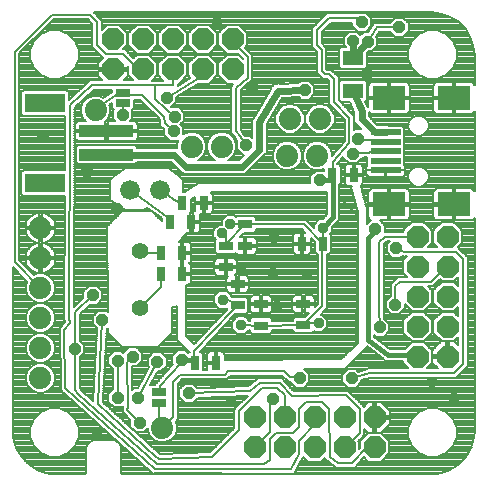
<source format=gbl>
G75*
%MOIN*%
%OFA0B0*%
%FSLAX25Y25*%
%IPPOS*%
%LPD*%
%AMOC8*
5,1,8,0,0,1.08239X$1,22.5*
%
%ADD10R,0.04724X0.03150*%
%ADD11R,0.03150X0.04724*%
%ADD12R,0.18110X0.03937*%
%ADD13R,0.13386X0.06299*%
%ADD14C,0.07400*%
%ADD15OC8,0.07400*%
%ADD16R,0.07000X0.05000*%
%ADD17R,0.05000X0.02500*%
%ADD18R,0.10000X0.02000*%
%ADD19R,0.11000X0.07874*%
%ADD20C,0.05600*%
%ADD21C,0.06600*%
%ADD22OC8,0.03569*%
%ADD23C,0.00787*%
%ADD24OC8,0.03962*%
%ADD25C,0.01575*%
%ADD26C,0.02362*%
D10*
X0074658Y0072472D03*
X0078595Y0066803D03*
X0078595Y0059717D03*
X0086430Y0060071D03*
X0086430Y0052984D03*
X0100564Y0053102D03*
X0100564Y0060189D03*
X0081194Y0079598D03*
X0074658Y0079559D03*
X0081194Y0086685D03*
D11*
X0067335Y0093850D03*
X0063202Y0087512D03*
X0060249Y0093850D03*
X0056115Y0087512D03*
X0053044Y0077236D03*
X0060131Y0077236D03*
X0060091Y0070228D03*
X0053005Y0070228D03*
X0064265Y0040583D03*
X0071351Y0040583D03*
X0100052Y0080228D03*
X0107139Y0080228D03*
X0110249Y0103220D03*
X0117335Y0103220D03*
D12*
X0034894Y0109913D03*
X0034894Y0117787D03*
D13*
X0014422Y0127236D03*
X0014422Y0100465D03*
D14*
X0012926Y0085504D03*
X0012926Y0075504D03*
X0012926Y0065504D03*
X0012926Y0055504D03*
X0012926Y0045504D03*
X0012926Y0035504D03*
X0053517Y0018929D03*
X0095209Y0109598D03*
X0105209Y0109598D03*
X0106076Y0121882D03*
X0096076Y0121882D03*
X0073320Y0112669D03*
X0063320Y0112669D03*
X0031312Y0124717D03*
D15*
X0037020Y0138378D03*
X0037020Y0148378D03*
X0047020Y0148378D03*
X0047020Y0138378D03*
X0057020Y0138378D03*
X0057020Y0148378D03*
X0067020Y0148378D03*
X0067020Y0138378D03*
X0077020Y0138378D03*
X0077020Y0148378D03*
X0138635Y0082669D03*
X0148635Y0082669D03*
X0148635Y0072669D03*
X0138635Y0072669D03*
X0138635Y0062669D03*
X0148635Y0062669D03*
X0148635Y0052669D03*
X0148635Y0042669D03*
X0138635Y0042669D03*
X0138635Y0052669D03*
X0124265Y0022394D03*
X0124265Y0012394D03*
X0114265Y0012394D03*
X0114265Y0022394D03*
X0104265Y0022394D03*
X0104265Y0012394D03*
X0094265Y0012394D03*
X0094265Y0022394D03*
X0084265Y0022394D03*
X0084265Y0012394D03*
D16*
X0117099Y0131028D03*
X0117099Y0142028D03*
D17*
X0040328Y0130622D03*
X0040328Y0127079D03*
X0052532Y0030780D03*
X0052532Y0027236D03*
D18*
X0127969Y0104795D03*
X0127969Y0107945D03*
X0127969Y0111094D03*
X0127969Y0114244D03*
X0127969Y0117394D03*
D19*
X0129127Y0128811D03*
X0150780Y0128811D03*
X0150780Y0093378D03*
X0129127Y0093378D03*
D20*
X0046233Y0077917D03*
X0046233Y0058917D03*
D21*
X0042887Y0098102D03*
X0052887Y0098102D03*
D22*
X0073556Y0083693D03*
X0076233Y0086921D03*
X0090879Y0082197D03*
X0079776Y0071331D03*
X0073713Y0061567D03*
X0079776Y0053063D03*
X0091666Y0059441D03*
X0090564Y0070465D03*
X0101666Y0070228D03*
X0107099Y0085425D03*
X0105603Y0053693D03*
X0076548Y0027394D03*
X0031745Y0016921D03*
X0143477Y0034244D03*
X0150643Y0028732D03*
X0071902Y0154087D03*
D23*
X0028068Y0007933D02*
X0007772Y0007933D01*
X0006986Y0008719D02*
X0028068Y0008719D01*
X0028068Y0009505D02*
X0019736Y0009505D01*
X0019259Y0009307D02*
X0022231Y0010538D01*
X0024506Y0012813D01*
X0025737Y0015785D01*
X0025737Y0019002D01*
X0024506Y0021974D01*
X0022231Y0024249D01*
X0019259Y0025480D01*
X0016042Y0025480D01*
X0013070Y0024249D01*
X0010795Y0021974D01*
X0009564Y0019002D01*
X0009564Y0015785D01*
X0010795Y0012813D01*
X0013070Y0010538D01*
X0016042Y0009307D01*
X0019259Y0009307D01*
X0021634Y0010291D02*
X0028068Y0010291D01*
X0028068Y0011077D02*
X0022770Y0011077D01*
X0023555Y0011863D02*
X0028068Y0011863D01*
X0028068Y0012389D02*
X0028068Y0004008D01*
X0028048Y0003859D01*
X0027899Y0003601D01*
X0027642Y0003453D01*
X0027493Y0003433D01*
X0018044Y0003433D01*
X0016170Y0003556D01*
X0012551Y0004526D01*
X0009306Y0006399D01*
X0006656Y0009049D01*
X0004782Y0012294D01*
X0003813Y0015914D01*
X0003690Y0017787D01*
X0003690Y0072513D01*
X0003691Y0072512D01*
X0008538Y0067665D01*
X0008045Y0066475D01*
X0008045Y0064533D01*
X0008788Y0062739D01*
X0010161Y0061366D01*
X0011955Y0060623D01*
X0013897Y0060623D01*
X0015691Y0061366D01*
X0017064Y0062739D01*
X0017807Y0064533D01*
X0017807Y0066475D01*
X0017064Y0068269D01*
X0015691Y0069642D01*
X0013897Y0070385D01*
X0011955Y0070385D01*
X0010765Y0069892D01*
X0005918Y0074739D01*
X0005918Y0143671D01*
X0017279Y0155031D01*
X0028652Y0155031D01*
X0030249Y0153434D01*
X0030249Y0145797D01*
X0033241Y0142804D01*
X0033742Y0142303D01*
X0031927Y0140488D01*
X0031927Y0138772D01*
X0036627Y0138772D01*
X0036627Y0137984D01*
X0031927Y0137984D01*
X0031927Y0136268D01*
X0033400Y0134795D01*
X0030131Y0134795D01*
X0029519Y0134826D01*
X0029485Y0134795D01*
X0029439Y0134795D01*
X0029006Y0134362D01*
X0022296Y0128295D01*
X0022296Y0130875D01*
X0021604Y0131567D01*
X0007240Y0131567D01*
X0006548Y0130875D01*
X0006548Y0123597D01*
X0007240Y0122906D01*
X0021099Y0122906D01*
X0021019Y0104795D01*
X0007240Y0104795D01*
X0006548Y0104103D01*
X0006548Y0096826D01*
X0007240Y0096134D01*
X0020980Y0096134D01*
X0020802Y0055709D01*
X0020673Y0055442D01*
X0020799Y0055082D01*
X0020797Y0054701D01*
X0021006Y0054490D01*
X0021126Y0054148D01*
X0019736Y0052650D01*
X0019294Y0052194D01*
X0019294Y0052174D01*
X0019281Y0052160D01*
X0019304Y0051525D01*
X0019609Y0032793D01*
X0019588Y0032770D01*
X0019620Y0032145D01*
X0019630Y0031519D01*
X0019652Y0031498D01*
X0019653Y0031467D01*
X0020118Y0031047D01*
X0020567Y0030612D01*
X0020598Y0030612D01*
X0049871Y0004127D01*
X0050302Y0003694D01*
X0050350Y0003694D01*
X0050385Y0003662D01*
X0050995Y0003693D01*
X0096143Y0003615D01*
X0096363Y0003495D01*
X0096772Y0003614D01*
X0097198Y0003613D01*
X0097375Y0003790D01*
X0097615Y0003860D01*
X0097820Y0004233D01*
X0098122Y0004534D01*
X0098122Y0004784D01*
X0100498Y0009116D01*
X0100568Y0009187D01*
X0102243Y0007513D01*
X0106286Y0007513D01*
X0107731Y0008957D01*
X0107732Y0008623D01*
X0107800Y0008556D01*
X0107811Y0008461D01*
X0108255Y0008106D01*
X0108659Y0007705D01*
X0108755Y0007706D01*
X0111008Y0005903D01*
X0111408Y0005504D01*
X0111507Y0005504D01*
X0111585Y0005442D01*
X0112147Y0005504D01*
X0116261Y0005504D01*
X0116298Y0005471D01*
X0116906Y0005504D01*
X0117515Y0005504D01*
X0117551Y0005539D01*
X0117600Y0005542D01*
X0118007Y0005996D01*
X0118438Y0006426D01*
X0118438Y0006476D01*
X0120726Y0009029D01*
X0122243Y0007513D01*
X0126286Y0007513D01*
X0129146Y0010372D01*
X0129146Y0014416D01*
X0126286Y0017275D01*
X0122243Y0017275D01*
X0119383Y0014416D01*
X0119383Y0012250D01*
X0119146Y0011985D01*
X0119146Y0014416D01*
X0118913Y0014648D01*
X0119934Y0015622D01*
X0119956Y0015622D01*
X0120404Y0016070D01*
X0120863Y0016507D01*
X0120863Y0016529D01*
X0120879Y0016545D01*
X0120879Y0017178D01*
X0120894Y0017811D01*
X0120879Y0017827D01*
X0120879Y0018576D01*
X0122155Y0017300D01*
X0123871Y0017300D01*
X0123871Y0022000D01*
X0124658Y0022000D01*
X0124658Y0017300D01*
X0126374Y0017300D01*
X0129358Y0020284D01*
X0129358Y0022000D01*
X0124658Y0022000D01*
X0124658Y0022787D01*
X0129358Y0022787D01*
X0129358Y0024504D01*
X0126374Y0027487D01*
X0124658Y0027487D01*
X0124658Y0022787D01*
X0123871Y0022787D01*
X0123871Y0027487D01*
X0122155Y0027487D01*
X0120656Y0025989D01*
X0120413Y0026228D01*
X0119956Y0026685D01*
X0119948Y0026685D01*
X0116224Y0030346D01*
X0116224Y0030350D01*
X0115758Y0030804D01*
X0115297Y0031257D01*
X0115293Y0031257D01*
X0115290Y0031260D01*
X0114639Y0031252D01*
X0113993Y0031246D01*
X0113990Y0031243D01*
X0097323Y0031025D01*
X0094186Y0034531D01*
X0094186Y0034581D01*
X0093755Y0035012D01*
X0093350Y0035465D01*
X0093299Y0035468D01*
X0093263Y0035504D01*
X0092655Y0035504D01*
X0092047Y0035538D01*
X0092009Y0035504D01*
X0086147Y0035504D01*
X0085569Y0035557D01*
X0085505Y0035504D01*
X0085423Y0035504D01*
X0085013Y0035093D01*
X0082172Y0032726D01*
X0065163Y0032069D01*
X0063685Y0033548D01*
X0061065Y0033548D01*
X0059213Y0031696D01*
X0059213Y0029076D01*
X0061065Y0027224D01*
X0063685Y0027224D01*
X0065387Y0028926D01*
X0082007Y0029568D01*
X0078494Y0026055D01*
X0077572Y0025133D01*
X0077572Y0018692D01*
X0069353Y0010757D01*
X0053004Y0010173D01*
X0052870Y0010307D01*
X0052714Y0010307D01*
X0052410Y0010520D01*
X0033596Y0027353D01*
X0034961Y0051729D01*
X0035364Y0052131D01*
X0035367Y0051421D01*
X0035354Y0050789D01*
X0035370Y0050772D01*
X0035370Y0050750D01*
X0035820Y0050304D01*
X0039225Y0046760D01*
X0039225Y0046741D01*
X0039675Y0046291D01*
X0040116Y0045832D01*
X0040135Y0045832D01*
X0040148Y0045819D01*
X0040784Y0045819D01*
X0041421Y0045806D01*
X0041434Y0045819D01*
X0052082Y0045819D01*
X0053005Y0046741D01*
X0053005Y0046741D01*
X0055940Y0049677D01*
X0055940Y0049677D01*
X0056863Y0050600D01*
X0056863Y0059283D01*
X0057909Y0059283D01*
X0058066Y0059441D01*
X0058280Y0059441D01*
X0058280Y0048237D01*
X0062352Y0044165D01*
X0062654Y0044165D01*
X0062654Y0044126D01*
X0062201Y0044126D01*
X0062024Y0043949D01*
X0061244Y0044729D01*
X0058624Y0044729D01*
X0056772Y0042877D01*
X0056772Y0040257D01*
X0056989Y0040040D01*
X0051580Y0033832D01*
X0051173Y0033487D01*
X0051162Y0033353D01*
X0051074Y0033251D01*
X0051077Y0033211D01*
X0049543Y0033211D01*
X0049399Y0033066D01*
X0051970Y0037775D01*
X0053212Y0037775D01*
X0055065Y0039627D01*
X0055065Y0042247D01*
X0053212Y0044099D01*
X0050593Y0044099D01*
X0048740Y0042247D01*
X0048740Y0039627D01*
X0049162Y0039205D01*
X0045299Y0032131D01*
X0044057Y0032131D01*
X0043526Y0031600D01*
X0043484Y0039457D01*
X0044933Y0039457D01*
X0046785Y0041309D01*
X0046785Y0043929D01*
X0044933Y0045781D01*
X0042313Y0045781D01*
X0040465Y0043933D01*
X0039905Y0044493D01*
X0037285Y0044493D01*
X0035433Y0042641D01*
X0035433Y0040021D01*
X0037057Y0038396D01*
X0037142Y0031751D01*
X0035591Y0030200D01*
X0035591Y0027580D01*
X0037443Y0025728D01*
X0040063Y0025728D01*
X0040406Y0026071D01*
X0040406Y0026033D01*
X0040378Y0025671D01*
X0040340Y0025634D01*
X0040329Y0025028D01*
X0040282Y0024423D01*
X0040317Y0024383D01*
X0040316Y0024330D01*
X0040737Y0023893D01*
X0041131Y0023433D01*
X0041184Y0023429D01*
X0042913Y0021634D01*
X0042913Y0019312D01*
X0044766Y0017460D01*
X0047385Y0017460D01*
X0048635Y0018710D01*
X0048635Y0017958D01*
X0049379Y0016164D01*
X0050752Y0014791D01*
X0052546Y0014048D01*
X0054487Y0014048D01*
X0056281Y0014791D01*
X0057655Y0016164D01*
X0058398Y0017958D01*
X0058398Y0019900D01*
X0057951Y0020979D01*
X0058358Y0021386D01*
X0058817Y0021826D01*
X0058818Y0021846D01*
X0058831Y0021859D01*
X0058831Y0022495D01*
X0058845Y0023130D01*
X0058831Y0023144D01*
X0058831Y0033430D01*
X0060190Y0035031D01*
X0073642Y0035031D01*
X0073663Y0035011D01*
X0074290Y0035031D01*
X0074917Y0035031D01*
X0074938Y0035052D01*
X0074967Y0035053D01*
X0075396Y0035511D01*
X0075839Y0035954D01*
X0075839Y0035984D01*
X0076128Y0036291D01*
X0093472Y0036291D01*
X0095058Y0034765D01*
X0095386Y0034340D01*
X0095516Y0034323D01*
X0095611Y0034232D01*
X0096142Y0034242D01*
X0096142Y0034115D01*
X0097994Y0032263D01*
X0100614Y0032263D01*
X0102466Y0034115D01*
X0102466Y0036735D01*
X0100653Y0038549D01*
X0113875Y0038575D01*
X0114523Y0038575D01*
X0114524Y0038576D01*
X0114526Y0038576D01*
X0114987Y0039038D01*
X0120901Y0044953D01*
X0121824Y0045875D01*
X0121824Y0046028D01*
X0127377Y0041812D01*
X0127859Y0041331D01*
X0128012Y0041331D01*
X0128133Y0041238D01*
X0128808Y0041331D01*
X0133754Y0041331D01*
X0133754Y0040647D01*
X0135590Y0038811D01*
X0123078Y0038811D01*
X0122844Y0038934D01*
X0122450Y0038811D01*
X0122037Y0038811D01*
X0121851Y0038624D01*
X0118779Y0037667D01*
X0117937Y0038509D01*
X0115317Y0038509D01*
X0113465Y0036656D01*
X0113465Y0034037D01*
X0115317Y0032184D01*
X0117937Y0032184D01*
X0119789Y0034037D01*
X0119789Y0034683D01*
X0122929Y0035661D01*
X0151531Y0035661D01*
X0154366Y0038496D01*
X0155288Y0039419D01*
X0155288Y0075841D01*
X0152847Y0078282D01*
X0151999Y0079131D01*
X0153516Y0080647D01*
X0153516Y0084691D01*
X0150656Y0087550D01*
X0146613Y0087550D01*
X0143754Y0084691D01*
X0143754Y0080647D01*
X0145196Y0079205D01*
X0142073Y0079205D01*
X0143516Y0080647D01*
X0143516Y0084691D01*
X0140656Y0087550D01*
X0136613Y0087550D01*
X0133754Y0084691D01*
X0133754Y0084244D01*
X0127663Y0084244D01*
X0127663Y0086420D01*
X0126036Y0088047D01*
X0128733Y0088047D01*
X0128733Y0092984D01*
X0129520Y0092984D01*
X0129520Y0088047D01*
X0134810Y0088047D01*
X0135165Y0088142D01*
X0135483Y0088326D01*
X0135742Y0088585D01*
X0135925Y0088903D01*
X0136020Y0089257D01*
X0136020Y0092984D01*
X0129521Y0092984D01*
X0129521Y0093772D01*
X0136020Y0093772D01*
X0136020Y0097498D01*
X0135925Y0097853D01*
X0135742Y0098171D01*
X0135483Y0098430D01*
X0135165Y0098614D01*
X0134810Y0098709D01*
X0129520Y0098709D01*
X0129520Y0093772D01*
X0128733Y0093772D01*
X0128733Y0098709D01*
X0123443Y0098709D01*
X0123089Y0098614D01*
X0122771Y0098430D01*
X0122512Y0098171D01*
X0122328Y0097853D01*
X0122233Y0097498D01*
X0122233Y0093772D01*
X0128733Y0093772D01*
X0128733Y0092984D01*
X0122233Y0092984D01*
X0122233Y0089257D01*
X0122328Y0088903D01*
X0122512Y0088585D01*
X0122771Y0088326D01*
X0123071Y0088152D01*
X0121824Y0086905D01*
X0121824Y0090507D01*
X0121937Y0090698D01*
X0121824Y0091136D01*
X0121824Y0091589D01*
X0121667Y0091746D01*
X0119628Y0099664D01*
X0119766Y0099743D01*
X0120025Y0100003D01*
X0120209Y0100320D01*
X0120304Y0100675D01*
X0120304Y0102827D01*
X0117729Y0102827D01*
X0117729Y0103614D01*
X0120304Y0103614D01*
X0120304Y0105766D01*
X0120209Y0106121D01*
X0120025Y0106438D01*
X0119766Y0106698D01*
X0119448Y0106881D01*
X0119094Y0106976D01*
X0117729Y0106976D01*
X0117729Y0103614D01*
X0116942Y0103614D01*
X0116942Y0106976D01*
X0115577Y0106976D01*
X0115223Y0106881D01*
X0114905Y0106698D01*
X0114645Y0106438D01*
X0114462Y0106121D01*
X0114367Y0105766D01*
X0114367Y0103614D01*
X0116942Y0103614D01*
X0116942Y0102827D01*
X0114367Y0102827D01*
X0114367Y0100675D01*
X0114462Y0100320D01*
X0114645Y0100003D01*
X0114905Y0099743D01*
X0115223Y0099560D01*
X0115577Y0099465D01*
X0116712Y0099465D01*
X0116514Y0099129D01*
X0118674Y0090738D01*
X0118674Y0047180D01*
X0113217Y0041723D01*
X0074320Y0041646D01*
X0074320Y0043128D01*
X0074225Y0043483D01*
X0074041Y0043801D01*
X0073782Y0044060D01*
X0073464Y0044244D01*
X0073109Y0044339D01*
X0071745Y0044339D01*
X0071745Y0040976D01*
X0070957Y0040976D01*
X0070957Y0040189D01*
X0068383Y0040189D01*
X0068383Y0038181D01*
X0067020Y0038181D01*
X0067020Y0043434D01*
X0066329Y0044126D01*
X0066022Y0044126D01*
X0077920Y0056673D01*
X0077934Y0056674D01*
X0078198Y0056961D01*
X0081447Y0056961D01*
X0082139Y0057652D01*
X0082139Y0061781D01*
X0081447Y0062472D01*
X0076984Y0062472D01*
X0076679Y0062649D01*
X0076679Y0062795D01*
X0074942Y0064532D01*
X0072485Y0064532D01*
X0070748Y0062795D01*
X0070748Y0060339D01*
X0072485Y0058602D01*
X0074942Y0058602D01*
X0075052Y0058712D01*
X0075052Y0058226D01*
X0064195Y0046777D01*
X0061430Y0049542D01*
X0061430Y0060521D01*
X0061587Y0060678D01*
X0061587Y0061983D01*
X0061430Y0062140D01*
X0061430Y0066472D01*
X0061850Y0066472D01*
X0062204Y0066567D01*
X0062522Y0066751D01*
X0062781Y0067010D01*
X0062965Y0067328D01*
X0063060Y0067683D01*
X0063060Y0069835D01*
X0060485Y0069835D01*
X0060485Y0070622D01*
X0063060Y0070622D01*
X0063060Y0072774D01*
X0062965Y0073128D01*
X0062781Y0073446D01*
X0062522Y0073706D01*
X0062496Y0073721D01*
X0062561Y0073759D01*
X0062821Y0074018D01*
X0063004Y0074336D01*
X0063099Y0074691D01*
X0063099Y0076843D01*
X0060524Y0076843D01*
X0060524Y0076842D02*
X0060524Y0073984D01*
X0060485Y0073984D01*
X0060485Y0070622D01*
X0059698Y0070622D01*
X0059698Y0073480D01*
X0059737Y0073480D01*
X0059737Y0076842D01*
X0060524Y0076842D01*
X0060524Y0076843D02*
X0060524Y0077630D01*
X0059737Y0077630D01*
X0059737Y0080992D01*
X0058988Y0080992D01*
X0060776Y0082780D01*
X0060931Y0082808D01*
X0061225Y0083229D01*
X0061587Y0083592D01*
X0061587Y0083749D01*
X0061592Y0083756D01*
X0062808Y0083756D01*
X0062808Y0087118D01*
X0063595Y0087118D01*
X0063595Y0083756D01*
X0064960Y0083756D01*
X0065314Y0083851D01*
X0065632Y0084034D01*
X0065892Y0084294D01*
X0066075Y0084612D01*
X0066170Y0084966D01*
X0066170Y0087118D01*
X0063595Y0087118D01*
X0063595Y0083756D01*
X0064960Y0083756D01*
X0065314Y0083851D01*
X0065632Y0084034D01*
X0065892Y0084294D01*
X0066075Y0084612D01*
X0066170Y0084966D01*
X0066170Y0087118D01*
X0063595Y0087118D01*
X0062808Y0087118D01*
X0062808Y0083756D01*
X0061592Y0083756D01*
X0061587Y0083749D01*
X0061587Y0080992D01*
X0061889Y0080992D01*
X0060524Y0080992D01*
X0060524Y0077630D01*
X0063099Y0077630D01*
X0063099Y0079782D01*
X0063004Y0080136D01*
X0062821Y0080454D01*
X0062561Y0080714D01*
X0062243Y0080897D01*
X0061889Y0080992D01*
X0062243Y0080897D01*
X0062561Y0080714D01*
X0062821Y0080454D01*
X0063004Y0080136D01*
X0063099Y0079782D01*
X0063099Y0077630D01*
X0061587Y0077630D01*
X0061587Y0076843D01*
X0063099Y0076843D01*
X0063099Y0074691D01*
X0063004Y0074336D01*
X0062821Y0074018D01*
X0062561Y0073759D01*
X0062496Y0073721D01*
X0062522Y0073706D01*
X0062781Y0073446D01*
X0062965Y0073128D01*
X0063060Y0072774D01*
X0063060Y0070622D01*
X0061587Y0070622D01*
X0061587Y0069835D01*
X0063060Y0069835D01*
X0063060Y0067683D01*
X0062965Y0067328D01*
X0062781Y0067010D01*
X0062522Y0066751D01*
X0062204Y0066567D01*
X0061850Y0066472D01*
X0061587Y0066472D01*
X0061587Y0049385D01*
X0064195Y0046777D01*
X0075052Y0058226D01*
X0075052Y0058712D01*
X0074942Y0058602D01*
X0072485Y0058602D01*
X0070748Y0060339D01*
X0070748Y0062795D01*
X0072485Y0064532D01*
X0074942Y0064532D01*
X0076679Y0062795D01*
X0076679Y0062649D01*
X0076984Y0062472D01*
X0081447Y0062472D01*
X0082139Y0061781D01*
X0082139Y0057652D01*
X0081447Y0056961D01*
X0078198Y0056961D01*
X0077934Y0056674D01*
X0077920Y0056673D01*
X0066412Y0044537D01*
X0068383Y0042567D01*
X0068383Y0043128D01*
X0068383Y0040976D01*
X0070957Y0040976D01*
X0070957Y0044339D01*
X0069593Y0044339D01*
X0069238Y0044244D01*
X0068921Y0044060D01*
X0068661Y0043801D01*
X0068478Y0043483D01*
X0068383Y0043128D01*
X0068478Y0043483D01*
X0068661Y0043801D01*
X0068921Y0044060D01*
X0069238Y0044244D01*
X0069593Y0044339D01*
X0070957Y0044339D01*
X0070957Y0041488D01*
X0071745Y0041488D01*
X0071745Y0044339D01*
X0073109Y0044339D01*
X0073464Y0044244D01*
X0073782Y0044060D01*
X0074041Y0043801D01*
X0074225Y0043483D01*
X0074320Y0043128D01*
X0074320Y0041646D01*
X0113217Y0041723D01*
X0118046Y0046551D01*
X0118663Y0089431D01*
X0112411Y0095754D01*
X0112453Y0089354D01*
X0112384Y0099749D01*
X0113005Y0100369D01*
X0113005Y0106072D01*
X0112313Y0106764D01*
X0111888Y0106764D01*
X0111892Y0106942D01*
X0113858Y0109161D01*
X0113858Y0108997D01*
X0115711Y0107145D01*
X0118330Y0107145D01*
X0120138Y0108952D01*
X0121788Y0109071D01*
X0121788Y0106537D01*
X0121671Y0106333D01*
X0121576Y0105979D01*
X0121576Y0104902D01*
X0127863Y0104902D01*
X0127863Y0104689D01*
X0121576Y0104689D01*
X0121576Y0103612D01*
X0121671Y0103257D01*
X0121854Y0102940D01*
X0122114Y0102680D01*
X0122431Y0102497D01*
X0122786Y0102402D01*
X0127863Y0102402D01*
X0127863Y0104689D01*
X0128076Y0104689D01*
X0128076Y0104902D01*
X0134363Y0104902D01*
X0134363Y0105979D01*
X0134268Y0106333D01*
X0134150Y0106537D01*
X0134150Y0109434D01*
X0134065Y0109520D01*
X0134150Y0109605D01*
X0134150Y0112584D01*
X0134065Y0112669D01*
X0134150Y0112755D01*
X0134150Y0115733D01*
X0134065Y0115819D01*
X0134150Y0115904D01*
X0134150Y0118883D01*
X0133459Y0119575D01*
X0129129Y0119575D01*
X0128948Y0119756D01*
X0125243Y0119756D01*
X0122296Y0122703D01*
X0122296Y0124211D01*
X0122338Y0124319D01*
X0122512Y0124018D01*
X0122771Y0123759D01*
X0123089Y0123575D01*
X0123443Y0123480D01*
X0128733Y0123480D01*
X0128733Y0128417D01*
X0129520Y0128417D01*
X0129520Y0123480D01*
X0134810Y0123480D01*
X0135165Y0123575D01*
X0135483Y0123759D01*
X0135742Y0124018D01*
X0135925Y0124336D01*
X0136020Y0124691D01*
X0136020Y0128417D01*
X0129521Y0128417D01*
X0129521Y0129205D01*
X0136020Y0129205D01*
X0136020Y0132932D01*
X0135925Y0133286D01*
X0135742Y0133604D01*
X0135483Y0133863D01*
X0135165Y0134047D01*
X0134810Y0134142D01*
X0129520Y0134142D01*
X0129520Y0129205D01*
X0128733Y0129205D01*
X0128733Y0134142D01*
X0123443Y0134142D01*
X0123089Y0134047D01*
X0122771Y0133863D01*
X0122512Y0133604D01*
X0122328Y0133286D01*
X0122233Y0132932D01*
X0122233Y0129205D01*
X0128733Y0129205D01*
X0128733Y0128417D01*
X0122233Y0128417D01*
X0122233Y0125691D01*
X0121914Y0126010D01*
X0121249Y0127507D01*
X0121780Y0128038D01*
X0121780Y0134017D01*
X0121088Y0134709D01*
X0113110Y0134709D01*
X0112418Y0134017D01*
X0112418Y0128038D01*
X0113110Y0127346D01*
X0116150Y0127346D01*
X0117572Y0124148D01*
X0117572Y0120746D01*
X0119888Y0118430D01*
X0117522Y0118430D01*
X0117414Y0118322D01*
X0117414Y0122928D01*
X0112296Y0128046D01*
X0112296Y0135684D01*
X0110643Y0137337D01*
X0109720Y0138260D01*
X0108381Y0138260D01*
X0108202Y0138440D01*
X0108202Y0145605D01*
X0106705Y0147101D01*
X0106705Y0150915D01*
X0109720Y0153929D01*
X0116850Y0153929D01*
X0116850Y0152856D01*
X0118703Y0151003D01*
X0121322Y0151003D01*
X0123175Y0152856D01*
X0123175Y0155475D01*
X0121322Y0157328D01*
X0118703Y0157328D01*
X0118454Y0157079D01*
X0108415Y0157079D01*
X0107493Y0156156D01*
X0103556Y0152219D01*
X0103556Y0145797D01*
X0104478Y0144874D01*
X0105052Y0144300D01*
X0105052Y0137135D01*
X0105974Y0136213D01*
X0107077Y0135110D01*
X0108415Y0135110D01*
X0109146Y0134379D01*
X0109146Y0126741D01*
X0110069Y0125819D01*
X0114265Y0121623D01*
X0114265Y0114369D01*
X0110091Y0109658D01*
X0110091Y0110569D01*
X0109347Y0112363D01*
X0107974Y0113736D01*
X0106180Y0114480D01*
X0104239Y0114480D01*
X0102445Y0113736D01*
X0101071Y0112363D01*
X0100328Y0110569D01*
X0100328Y0108628D01*
X0101071Y0106834D01*
X0102445Y0105460D01*
X0104239Y0104717D01*
X0106180Y0104717D01*
X0107493Y0105261D01*
X0107493Y0104385D01*
X0107307Y0104572D01*
X0104687Y0104572D01*
X0102835Y0102719D01*
X0102835Y0100555D01*
X0069363Y0100623D01*
X0069283Y0100543D01*
X0066414Y0100543D01*
X0065955Y0100650D01*
X0065783Y0100543D01*
X0065581Y0100543D01*
X0065247Y0100210D01*
X0061304Y0097756D01*
X0061220Y0097394D01*
X0060406Y0097394D01*
X0060406Y0100295D01*
X0060463Y0100364D01*
X0060406Y0100936D01*
X0060406Y0101511D01*
X0060343Y0101574D01*
X0060334Y0101662D01*
X0059890Y0102027D01*
X0059484Y0102433D01*
X0059395Y0102433D01*
X0055953Y0105255D01*
X0055547Y0105661D01*
X0055458Y0105661D01*
X0055389Y0105718D01*
X0054817Y0105661D01*
X0041744Y0105661D01*
X0041172Y0105718D01*
X0041103Y0105661D01*
X0041014Y0105661D01*
X0040608Y0105255D01*
X0037177Y0102442D01*
X0037101Y0102443D01*
X0036680Y0102034D01*
X0036226Y0101662D01*
X0036219Y0101587D01*
X0036165Y0101535D01*
X0036156Y0100948D01*
X0036098Y0100364D01*
X0036146Y0100306D01*
X0036083Y0096220D01*
X0035975Y0096056D01*
X0036073Y0095589D01*
X0036066Y0095112D01*
X0036202Y0094971D01*
X0036243Y0094779D01*
X0036642Y0094518D01*
X0036974Y0094176D01*
X0037170Y0094173D01*
X0040747Y0091834D01*
X0041093Y0091488D01*
X0041276Y0091488D01*
X0041429Y0091388D01*
X0041908Y0091488D01*
X0047437Y0091488D01*
X0048270Y0092322D01*
X0053359Y0088687D01*
X0053359Y0087692D01*
X0049956Y0091094D01*
X0040148Y0091094D01*
X0039225Y0090172D01*
X0036129Y0087076D01*
X0036125Y0087076D01*
X0035668Y0086614D01*
X0035209Y0086156D01*
X0035209Y0086152D01*
X0035206Y0086149D01*
X0035209Y0085499D01*
X0035209Y0084852D01*
X0035212Y0084849D01*
X0035339Y0057484D01*
X0034866Y0057957D01*
X0032246Y0057957D01*
X0030394Y0056105D01*
X0030394Y0053485D01*
X0031825Y0052054D01*
X0030473Y0027920D01*
X0026570Y0031414D01*
X0026004Y0032068D01*
X0026068Y0037679D01*
X0026076Y0037686D01*
X0026076Y0038329D01*
X0026083Y0038973D01*
X0026076Y0038980D01*
X0026076Y0042449D01*
X0027427Y0043800D01*
X0027427Y0046420D01*
X0026076Y0047771D01*
X0026076Y0056939D01*
X0029295Y0059901D01*
X0031716Y0059901D01*
X0033568Y0061753D01*
X0033568Y0064373D01*
X0031716Y0066225D01*
X0029096Y0066225D01*
X0027244Y0064373D01*
X0027244Y0062294D01*
X0023967Y0059279D01*
X0024261Y0125826D01*
X0030698Y0131646D01*
X0036646Y0131646D01*
X0036646Y0130840D01*
X0033856Y0128946D01*
X0032283Y0129598D01*
X0030341Y0129598D01*
X0028547Y0128855D01*
X0027174Y0127481D01*
X0026431Y0125687D01*
X0026431Y0123746D01*
X0027174Y0121952D01*
X0027976Y0121150D01*
X0025656Y0121150D01*
X0025301Y0121055D01*
X0024984Y0120871D01*
X0024724Y0120612D01*
X0024541Y0120294D01*
X0024446Y0119939D01*
X0024446Y0118181D01*
X0034501Y0118181D01*
X0034501Y0121003D01*
X0035450Y0121952D01*
X0036193Y0123746D01*
X0036193Y0125687D01*
X0035857Y0126498D01*
X0036646Y0127034D01*
X0036646Y0125340D01*
X0037311Y0124675D01*
X0037165Y0124530D01*
X0037165Y0121911D01*
X0037926Y0121150D01*
X0035288Y0121150D01*
X0035288Y0118181D01*
X0034501Y0118181D01*
X0034501Y0117394D01*
X0024446Y0117394D01*
X0024446Y0115635D01*
X0024541Y0115281D01*
X0024724Y0114963D01*
X0024984Y0114704D01*
X0025301Y0114520D01*
X0025656Y0114425D01*
X0034501Y0114425D01*
X0034501Y0117394D01*
X0035288Y0117394D01*
X0035288Y0118181D01*
X0045343Y0118181D01*
X0045343Y0119939D01*
X0045248Y0120294D01*
X0045065Y0120612D01*
X0044805Y0120871D01*
X0044488Y0121055D01*
X0044133Y0121150D01*
X0042729Y0121150D01*
X0043490Y0121911D01*
X0043490Y0124530D01*
X0043345Y0124675D01*
X0044009Y0125340D01*
X0044009Y0128197D01*
X0044444Y0128182D01*
X0045094Y0128158D01*
X0045096Y0128160D01*
X0046129Y0128124D01*
X0052636Y0121894D01*
X0052668Y0121031D01*
X0052650Y0121011D01*
X0052692Y0120383D01*
X0052715Y0119754D01*
X0052735Y0119736D01*
X0052737Y0119709D01*
X0053210Y0119295D01*
X0053671Y0118867D01*
X0053698Y0118868D01*
X0054252Y0118383D01*
X0054252Y0116399D01*
X0056104Y0114546D01*
X0058724Y0114546D01*
X0058878Y0114700D01*
X0058439Y0113640D01*
X0058439Y0112276D01*
X0045131Y0112276D01*
X0045131Y0112371D01*
X0044439Y0113063D01*
X0025350Y0113063D01*
X0024658Y0112371D01*
X0024658Y0107456D01*
X0025350Y0106764D01*
X0044439Y0106764D01*
X0045131Y0107456D01*
X0045131Y0107551D01*
X0056593Y0107551D01*
X0059225Y0104919D01*
X0060609Y0103535D01*
X0079980Y0103535D01*
X0080926Y0103510D01*
X0080953Y0103535D01*
X0080991Y0103535D01*
X0081660Y0104205D01*
X0086859Y0109126D01*
X0086897Y0109126D01*
X0087566Y0109795D01*
X0088253Y0110445D01*
X0088254Y0110483D01*
X0088280Y0110510D01*
X0088280Y0111456D01*
X0088306Y0112402D01*
X0088280Y0112429D01*
X0088280Y0120138D01*
X0093434Y0128925D01*
X0099020Y0129071D01*
X0099766Y0128326D01*
X0102385Y0128326D01*
X0104238Y0130178D01*
X0104238Y0132798D01*
X0102385Y0134650D01*
X0099766Y0134650D01*
X0098910Y0133794D01*
X0092673Y0133631D01*
X0092411Y0133785D01*
X0091727Y0133606D01*
X0091020Y0133588D01*
X0090811Y0133368D01*
X0090517Y0133291D01*
X0090159Y0132681D01*
X0089673Y0132168D01*
X0089681Y0131865D01*
X0084034Y0122236D01*
X0083556Y0121758D01*
X0083556Y0121421D01*
X0083385Y0121131D01*
X0083556Y0120477D01*
X0083556Y0115645D01*
X0082897Y0116304D01*
X0081110Y0116304D01*
X0080586Y0116973D01*
X0079698Y0118334D01*
X0079698Y0131484D01*
X0082574Y0134008D01*
X0082633Y0134008D01*
X0083058Y0134433D01*
X0083510Y0134829D01*
X0083514Y0134888D01*
X0083556Y0134930D01*
X0083556Y0135531D01*
X0083595Y0136131D01*
X0083556Y0136176D01*
X0083556Y0143243D01*
X0081172Y0145627D01*
X0081902Y0146356D01*
X0081902Y0150400D01*
X0079042Y0153259D01*
X0074999Y0153259D01*
X0072139Y0150400D01*
X0072139Y0146356D01*
X0074999Y0143497D01*
X0078848Y0143497D01*
X0080406Y0141938D01*
X0080406Y0141895D01*
X0079042Y0143259D01*
X0074999Y0143259D01*
X0072139Y0140400D01*
X0072139Y0136356D01*
X0074999Y0133497D01*
X0077196Y0133497D01*
X0077046Y0133347D01*
X0076594Y0132950D01*
X0076590Y0132891D01*
X0076548Y0132849D01*
X0076548Y0132248D01*
X0076509Y0131648D01*
X0076548Y0131604D01*
X0076548Y0118030D01*
X0076447Y0117552D01*
X0076548Y0117398D01*
X0076548Y0117214D01*
X0076893Y0116869D01*
X0077672Y0115675D01*
X0077662Y0115597D01*
X0078022Y0115138D01*
X0078341Y0114648D01*
X0078418Y0114632D01*
X0078501Y0114527D01*
X0078425Y0114452D01*
X0078425Y0111832D01*
X0080278Y0109980D01*
X0080888Y0109980D01*
X0079072Y0108260D01*
X0075429Y0108260D01*
X0076085Y0108531D01*
X0077458Y0109904D01*
X0078201Y0111698D01*
X0078201Y0113640D01*
X0077458Y0115434D01*
X0076085Y0116807D01*
X0074291Y0117550D01*
X0072349Y0117550D01*
X0070555Y0116807D01*
X0069182Y0115434D01*
X0068439Y0113640D01*
X0068439Y0111698D01*
X0069182Y0109904D01*
X0070555Y0108531D01*
X0071210Y0108260D01*
X0065429Y0108260D01*
X0066085Y0108531D01*
X0067458Y0109904D01*
X0068201Y0111698D01*
X0068201Y0113640D01*
X0067458Y0115434D01*
X0066085Y0116807D01*
X0064291Y0117550D01*
X0062349Y0117550D01*
X0060576Y0116816D01*
X0060576Y0119018D01*
X0059563Y0120031D01*
X0060813Y0121281D01*
X0060813Y0123900D01*
X0058960Y0125753D01*
X0056387Y0125753D01*
X0058214Y0127580D01*
X0058214Y0129017D01*
X0065345Y0133497D01*
X0069042Y0133497D01*
X0071902Y0136356D01*
X0071902Y0140400D01*
X0069042Y0143259D01*
X0064999Y0143259D01*
X0062139Y0140400D01*
X0062139Y0136356D01*
X0062848Y0135647D01*
X0058595Y0132976D01*
X0058595Y0133497D01*
X0059042Y0133497D01*
X0061902Y0136356D01*
X0061902Y0140400D01*
X0059042Y0143259D01*
X0054999Y0143259D01*
X0052139Y0140400D01*
X0052139Y0136356D01*
X0053858Y0134638D01*
X0051233Y0134638D01*
X0050621Y0134668D01*
X0050600Y0134649D01*
X0050202Y0134657D01*
X0051902Y0136356D01*
X0051902Y0140400D01*
X0049042Y0143259D01*
X0044999Y0143259D01*
X0043915Y0142175D01*
X0041059Y0145031D01*
X0040577Y0145031D01*
X0041902Y0146356D01*
X0041902Y0150400D01*
X0039042Y0153259D01*
X0034999Y0153259D01*
X0033398Y0151659D01*
X0033398Y0154739D01*
X0032476Y0155661D01*
X0030799Y0157339D01*
X0143241Y0157339D01*
X0145115Y0157216D01*
X0148734Y0156246D01*
X0151979Y0154372D01*
X0154629Y0151723D01*
X0156503Y0148477D01*
X0157472Y0144858D01*
X0157595Y0142984D01*
X0157595Y0133225D01*
X0157579Y0133286D01*
X0157396Y0133604D01*
X0157136Y0133863D01*
X0156818Y0134047D01*
X0156464Y0134142D01*
X0151174Y0134142D01*
X0151174Y0129205D01*
X0150387Y0129205D01*
X0150387Y0134142D01*
X0145097Y0134142D01*
X0144742Y0134047D01*
X0144425Y0133863D01*
X0144165Y0133604D01*
X0143982Y0133286D01*
X0143887Y0132932D01*
X0143887Y0129205D01*
X0150387Y0129205D01*
X0150387Y0128417D01*
X0151174Y0128417D01*
X0151174Y0123480D01*
X0156464Y0123480D01*
X0156818Y0123575D01*
X0157136Y0123759D01*
X0157396Y0124018D01*
X0157579Y0124336D01*
X0157595Y0124397D01*
X0157595Y0097792D01*
X0157579Y0097853D01*
X0157396Y0098171D01*
X0157136Y0098430D01*
X0156818Y0098614D01*
X0156464Y0098709D01*
X0151174Y0098709D01*
X0151174Y0093772D01*
X0150387Y0093772D01*
X0150387Y0098709D01*
X0145097Y0098709D01*
X0144742Y0098614D01*
X0144425Y0098430D01*
X0144165Y0098171D01*
X0143982Y0097853D01*
X0143887Y0097498D01*
X0143887Y0093772D01*
X0150387Y0093772D01*
X0150387Y0092984D01*
X0151174Y0092984D01*
X0151174Y0088047D01*
X0156464Y0088047D01*
X0156818Y0088142D01*
X0157136Y0088326D01*
X0157396Y0088585D01*
X0157579Y0088903D01*
X0157595Y0088964D01*
X0157595Y0017787D01*
X0157472Y0015914D01*
X0156503Y0012294D01*
X0154629Y0009049D01*
X0151979Y0006399D01*
X0148734Y0004526D01*
X0145115Y0003556D01*
X0143241Y0003433D01*
X0040485Y0003433D01*
X0040336Y0003453D01*
X0040079Y0003601D01*
X0039930Y0003859D01*
X0039910Y0004008D01*
X0039910Y0012389D01*
X0039009Y0013949D01*
X0037449Y0014850D01*
X0030529Y0014850D01*
X0028969Y0013949D01*
X0028068Y0012389D01*
X0028217Y0012648D02*
X0024341Y0012648D01*
X0024763Y0013434D02*
X0028671Y0013434D01*
X0028969Y0013949D02*
X0028969Y0013949D01*
X0028969Y0013949D01*
X0029438Y0014220D02*
X0025089Y0014220D01*
X0025414Y0015006D02*
X0037847Y0015006D01*
X0038540Y0014220D02*
X0038715Y0014220D01*
X0039009Y0013949D02*
X0039009Y0013949D01*
X0039009Y0013949D01*
X0039307Y0013434D02*
X0039584Y0013434D01*
X0039760Y0012648D02*
X0040453Y0012648D01*
X0039910Y0011863D02*
X0041321Y0011863D01*
X0042190Y0011077D02*
X0039910Y0011077D01*
X0039910Y0010291D02*
X0043058Y0010291D01*
X0043927Y0009505D02*
X0039910Y0009505D01*
X0039910Y0008719D02*
X0044796Y0008719D01*
X0045664Y0007933D02*
X0039910Y0007933D01*
X0039910Y0007147D02*
X0046533Y0007147D01*
X0047402Y0006361D02*
X0039910Y0006361D01*
X0039910Y0005575D02*
X0048270Y0005575D01*
X0049139Y0004789D02*
X0039910Y0004789D01*
X0039911Y0004003D02*
X0049994Y0004003D01*
X0050957Y0005268D02*
X0021194Y0032197D01*
X0020879Y0051567D01*
X0022926Y0053772D01*
X0022375Y0055346D01*
X0022690Y0126528D01*
X0030091Y0133220D01*
X0042926Y0133220D01*
X0051194Y0133063D01*
X0057020Y0133063D01*
X0057020Y0138378D01*
X0053278Y0141538D02*
X0050763Y0141538D01*
X0051549Y0140752D02*
X0052492Y0140752D01*
X0052139Y0139966D02*
X0051902Y0139966D01*
X0051902Y0139180D02*
X0052139Y0139180D01*
X0052139Y0138395D02*
X0051902Y0138395D01*
X0051902Y0137609D02*
X0052139Y0137609D01*
X0052139Y0136823D02*
X0051902Y0136823D01*
X0051582Y0136037D02*
X0052459Y0136037D01*
X0053245Y0135251D02*
X0050796Y0135251D01*
X0051194Y0133063D02*
X0050957Y0128339D01*
X0057650Y0122591D01*
X0059679Y0125034D02*
X0076548Y0125034D01*
X0076548Y0125820D02*
X0056454Y0125820D01*
X0057240Y0126606D02*
X0076548Y0126606D01*
X0076548Y0127392D02*
X0058026Y0127392D01*
X0058214Y0128178D02*
X0076548Y0128178D01*
X0076548Y0128964D02*
X0058214Y0128964D01*
X0059381Y0129749D02*
X0076548Y0129749D01*
X0076548Y0130535D02*
X0060632Y0130535D01*
X0061883Y0131321D02*
X0076548Y0131321D01*
X0076539Y0132107D02*
X0063133Y0132107D01*
X0064384Y0132893D02*
X0076590Y0132893D01*
X0078123Y0132197D02*
X0081981Y0135583D01*
X0081981Y0142591D01*
X0077020Y0147551D01*
X0077020Y0148378D01*
X0080546Y0151755D02*
X0103556Y0151755D01*
X0103556Y0150969D02*
X0081332Y0150969D01*
X0081902Y0150183D02*
X0103556Y0150183D01*
X0103556Y0149397D02*
X0081902Y0149397D01*
X0081902Y0148611D02*
X0103556Y0148611D01*
X0103556Y0147825D02*
X0081902Y0147825D01*
X0081902Y0147040D02*
X0103556Y0147040D01*
X0103556Y0146254D02*
X0081799Y0146254D01*
X0081331Y0145468D02*
X0103885Y0145468D01*
X0104671Y0144682D02*
X0082117Y0144682D01*
X0082903Y0143896D02*
X0105052Y0143896D01*
X0105052Y0143110D02*
X0083556Y0143110D01*
X0083556Y0142324D02*
X0105052Y0142324D01*
X0105052Y0141538D02*
X0083556Y0141538D01*
X0083556Y0140752D02*
X0105052Y0140752D01*
X0105052Y0139966D02*
X0083556Y0139966D01*
X0083556Y0139180D02*
X0105052Y0139180D01*
X0105052Y0138395D02*
X0083556Y0138395D01*
X0083556Y0137609D02*
X0105052Y0137609D01*
X0105364Y0136823D02*
X0083556Y0136823D01*
X0083589Y0136037D02*
X0106150Y0136037D01*
X0106936Y0135251D02*
X0083556Y0135251D01*
X0083095Y0134465D02*
X0099580Y0134465D01*
X0102571Y0134465D02*
X0109061Y0134465D01*
X0109146Y0133679D02*
X0103357Y0133679D01*
X0104143Y0132893D02*
X0109146Y0132893D01*
X0109146Y0132107D02*
X0104238Y0132107D01*
X0104238Y0131321D02*
X0109146Y0131321D01*
X0109146Y0130535D02*
X0104238Y0130535D01*
X0103809Y0129749D02*
X0109146Y0129749D01*
X0109146Y0128964D02*
X0103023Y0128964D01*
X0104725Y0126606D02*
X0097426Y0126606D01*
X0097046Y0126763D02*
X0095105Y0126763D01*
X0093311Y0126020D01*
X0091938Y0124647D01*
X0091194Y0122853D01*
X0091194Y0120911D01*
X0091938Y0119117D01*
X0093311Y0117744D01*
X0095105Y0117001D01*
X0097046Y0117001D01*
X0098841Y0117744D01*
X0100214Y0119117D01*
X0100957Y0120911D01*
X0100957Y0122853D01*
X0100214Y0124647D01*
X0098841Y0126020D01*
X0097046Y0126763D01*
X0099040Y0125820D02*
X0103111Y0125820D01*
X0103311Y0126020D02*
X0101938Y0124647D01*
X0101194Y0122853D01*
X0101194Y0120911D01*
X0101938Y0119117D01*
X0103311Y0117744D01*
X0105105Y0117001D01*
X0107046Y0117001D01*
X0108841Y0117744D01*
X0110214Y0119117D01*
X0110957Y0120911D01*
X0110957Y0122853D01*
X0110214Y0124647D01*
X0108841Y0126020D01*
X0107046Y0126763D01*
X0105105Y0126763D01*
X0103311Y0126020D01*
X0102325Y0125034D02*
X0099826Y0125034D01*
X0100379Y0124248D02*
X0101772Y0124248D01*
X0101447Y0123462D02*
X0100704Y0123462D01*
X0100957Y0122676D02*
X0101194Y0122676D01*
X0101194Y0121890D02*
X0100957Y0121890D01*
X0100957Y0121104D02*
X0101194Y0121104D01*
X0101440Y0120319D02*
X0100711Y0120319D01*
X0100386Y0119533D02*
X0101765Y0119533D01*
X0102308Y0118747D02*
X0099843Y0118747D01*
X0099057Y0117961D02*
X0103094Y0117961D01*
X0104684Y0117175D02*
X0097467Y0117175D01*
X0096180Y0114480D02*
X0094239Y0114480D01*
X0092445Y0113736D01*
X0091071Y0112363D01*
X0090328Y0110569D01*
X0090328Y0108628D01*
X0091071Y0106834D01*
X0092445Y0105460D01*
X0094239Y0104717D01*
X0096180Y0104717D01*
X0097974Y0105460D01*
X0099347Y0106834D01*
X0100091Y0108628D01*
X0100091Y0110569D01*
X0099347Y0112363D01*
X0097974Y0113736D01*
X0096180Y0114480D01*
X0097263Y0114031D02*
X0103156Y0114031D01*
X0101953Y0113245D02*
X0098465Y0113245D01*
X0099251Y0112459D02*
X0101167Y0112459D01*
X0100786Y0111673D02*
X0099633Y0111673D01*
X0099959Y0110888D02*
X0100460Y0110888D01*
X0100328Y0110102D02*
X0100091Y0110102D01*
X0100091Y0109316D02*
X0100328Y0109316D01*
X0100369Y0108530D02*
X0100050Y0108530D01*
X0099725Y0107744D02*
X0100694Y0107744D01*
X0101020Y0106958D02*
X0099399Y0106958D01*
X0098686Y0106172D02*
X0101733Y0106172D01*
X0102624Y0105386D02*
X0097795Y0105386D01*
X0092624Y0105386D02*
X0082908Y0105386D01*
X0082078Y0104600D02*
X0107493Y0104600D01*
X0110249Y0103220D02*
X0110328Y0107551D01*
X0115839Y0113772D01*
X0115839Y0122276D01*
X0110721Y0127394D01*
X0110721Y0135031D01*
X0109068Y0136685D01*
X0107729Y0136685D01*
X0106627Y0137787D01*
X0106627Y0144953D01*
X0105131Y0146449D01*
X0105131Y0151567D01*
X0109068Y0155504D01*
X0118674Y0155504D01*
X0120013Y0154165D01*
X0122074Y0151755D02*
X0122730Y0151755D01*
X0122860Y0152541D02*
X0123227Y0152541D01*
X0123394Y0152803D02*
X0122120Y0150792D01*
X0120671Y0150792D01*
X0119580Y0149700D01*
X0118409Y0150871D01*
X0115789Y0150871D01*
X0113937Y0149018D01*
X0113937Y0146399D01*
X0114627Y0145709D01*
X0113110Y0145709D01*
X0112418Y0145017D01*
X0112418Y0139038D01*
X0113110Y0138346D01*
X0121088Y0138346D01*
X0121780Y0139038D01*
X0121780Y0143916D01*
X0122245Y0144468D01*
X0123291Y0144468D01*
X0125143Y0146320D01*
X0125143Y0148940D01*
X0124856Y0149227D01*
X0125846Y0150789D01*
X0129587Y0150828D01*
X0131144Y0149271D01*
X0133763Y0149271D01*
X0135616Y0151123D01*
X0135616Y0153743D01*
X0133763Y0155595D01*
X0131144Y0155595D01*
X0129526Y0153977D01*
X0125422Y0153934D01*
X0125265Y0154034D01*
X0124790Y0153927D01*
X0124304Y0153922D01*
X0124174Y0153789D01*
X0123992Y0153748D01*
X0123732Y0153337D01*
X0123392Y0152990D01*
X0123394Y0152803D01*
X0123175Y0153327D02*
X0123721Y0153327D01*
X0123175Y0154113D02*
X0129661Y0154113D01*
X0130447Y0154899D02*
X0123175Y0154899D01*
X0122965Y0155685D02*
X0149706Y0155685D01*
X0151068Y0154899D02*
X0134460Y0154899D01*
X0135246Y0154113D02*
X0152239Y0154113D01*
X0153025Y0153327D02*
X0135616Y0153327D01*
X0135616Y0152541D02*
X0153811Y0152541D01*
X0154597Y0151755D02*
X0135616Y0151755D01*
X0135462Y0150969D02*
X0140830Y0150969D01*
X0142026Y0151465D02*
X0139054Y0150233D01*
X0136779Y0147959D01*
X0135548Y0144986D01*
X0135548Y0141769D01*
X0136779Y0138797D01*
X0139054Y0136522D01*
X0142026Y0135291D01*
X0145243Y0135291D01*
X0148215Y0136522D01*
X0150490Y0138797D01*
X0151721Y0141769D01*
X0151721Y0144986D01*
X0150490Y0147959D01*
X0148215Y0150233D01*
X0145243Y0151465D01*
X0142026Y0151465D01*
X0139004Y0150183D02*
X0134676Y0150183D01*
X0133890Y0149397D02*
X0138218Y0149397D01*
X0137432Y0148611D02*
X0125143Y0148611D01*
X0125143Y0147825D02*
X0136724Y0147825D01*
X0136398Y0147040D02*
X0125143Y0147040D01*
X0125077Y0146254D02*
X0136073Y0146254D01*
X0135747Y0145468D02*
X0124291Y0145468D01*
X0123505Y0144682D02*
X0135548Y0144682D01*
X0135548Y0143896D02*
X0121780Y0143896D01*
X0121780Y0143110D02*
X0135548Y0143110D01*
X0135548Y0142324D02*
X0121780Y0142324D01*
X0121780Y0141538D02*
X0135644Y0141538D01*
X0135969Y0140752D02*
X0121780Y0140752D01*
X0121780Y0139966D02*
X0136295Y0139966D01*
X0136620Y0139180D02*
X0121780Y0139180D01*
X0121136Y0138395D02*
X0137182Y0138395D01*
X0137968Y0137609D02*
X0110371Y0137609D01*
X0111157Y0136823D02*
X0138754Y0136823D01*
X0140226Y0136037D02*
X0111943Y0136037D01*
X0112296Y0135251D02*
X0157595Y0135251D01*
X0157595Y0136037D02*
X0147043Y0136037D01*
X0148516Y0136823D02*
X0157595Y0136823D01*
X0157595Y0137609D02*
X0149301Y0137609D01*
X0150087Y0138395D02*
X0157595Y0138395D01*
X0157595Y0139180D02*
X0150649Y0139180D01*
X0150974Y0139966D02*
X0157595Y0139966D01*
X0157595Y0140752D02*
X0151300Y0140752D01*
X0151625Y0141538D02*
X0157595Y0141538D01*
X0157595Y0142324D02*
X0151721Y0142324D01*
X0151721Y0143110D02*
X0157587Y0143110D01*
X0157536Y0143896D02*
X0151721Y0143896D01*
X0151721Y0144682D02*
X0157484Y0144682D01*
X0157309Y0145468D02*
X0151522Y0145468D01*
X0151196Y0146254D02*
X0157098Y0146254D01*
X0156888Y0147040D02*
X0150871Y0147040D01*
X0150545Y0147825D02*
X0156677Y0147825D01*
X0156425Y0148611D02*
X0149837Y0148611D01*
X0149051Y0149397D02*
X0155972Y0149397D01*
X0155518Y0150183D02*
X0148266Y0150183D01*
X0146439Y0150969D02*
X0155064Y0150969D01*
X0147896Y0156471D02*
X0122179Y0156471D01*
X0121394Y0157256D02*
X0144495Y0157256D01*
X0132454Y0152433D02*
X0124973Y0152354D01*
X0121981Y0147630D01*
X0120062Y0150183D02*
X0119097Y0150183D01*
X0117951Y0151755D02*
X0107546Y0151755D01*
X0108332Y0152541D02*
X0117165Y0152541D01*
X0116850Y0153327D02*
X0109118Y0153327D01*
X0107021Y0155685D02*
X0032453Y0155685D01*
X0031667Y0156471D02*
X0107807Y0156471D01*
X0106235Y0154899D02*
X0033239Y0154899D01*
X0033398Y0154113D02*
X0105449Y0154113D01*
X0104664Y0153327D02*
X0033398Y0153327D01*
X0033398Y0152541D02*
X0034281Y0152541D01*
X0033495Y0151755D02*
X0033398Y0151755D01*
X0031824Y0154087D02*
X0031824Y0146449D01*
X0034816Y0143457D01*
X0040406Y0143457D01*
X0045485Y0138378D01*
X0047020Y0138378D01*
X0043245Y0135251D02*
X0041097Y0135251D01*
X0040641Y0134795D02*
X0042114Y0136268D01*
X0042114Y0137984D01*
X0037414Y0137984D01*
X0037414Y0138772D01*
X0042114Y0138772D01*
X0042114Y0139522D01*
X0042139Y0139497D01*
X0042139Y0136356D01*
X0043715Y0134781D01*
X0043591Y0134783D01*
X0043578Y0134795D01*
X0042941Y0134795D01*
X0042304Y0134807D01*
X0042291Y0134795D01*
X0040641Y0134795D01*
X0041883Y0136037D02*
X0042459Y0136037D01*
X0042139Y0136823D02*
X0042114Y0136823D01*
X0042114Y0137609D02*
X0042139Y0137609D01*
X0042139Y0138395D02*
X0037414Y0138395D01*
X0036627Y0138395D02*
X0024103Y0138395D01*
X0024506Y0138797D02*
X0025737Y0141769D01*
X0025737Y0144986D01*
X0024506Y0147959D01*
X0022231Y0150233D01*
X0019259Y0151465D01*
X0016042Y0151465D01*
X0013070Y0150233D01*
X0010795Y0147959D01*
X0009564Y0144986D01*
X0009564Y0141769D01*
X0010795Y0138797D01*
X0013070Y0136522D01*
X0016042Y0135291D01*
X0019259Y0135291D01*
X0022231Y0136522D01*
X0024506Y0138797D01*
X0024665Y0139180D02*
X0031927Y0139180D01*
X0031927Y0139966D02*
X0024990Y0139966D01*
X0025316Y0140752D02*
X0032191Y0140752D01*
X0032977Y0141538D02*
X0025641Y0141538D01*
X0025737Y0142324D02*
X0033721Y0142324D01*
X0032935Y0143110D02*
X0025737Y0143110D01*
X0025737Y0143896D02*
X0032149Y0143896D01*
X0031364Y0144682D02*
X0025737Y0144682D01*
X0025538Y0145468D02*
X0030578Y0145468D01*
X0030249Y0146254D02*
X0025212Y0146254D01*
X0024887Y0147040D02*
X0030249Y0147040D01*
X0030249Y0147825D02*
X0024561Y0147825D01*
X0023853Y0148611D02*
X0030249Y0148611D01*
X0030249Y0149397D02*
X0023067Y0149397D01*
X0022281Y0150183D02*
X0030249Y0150183D01*
X0030249Y0150969D02*
X0020455Y0150969D01*
X0017146Y0154899D02*
X0028784Y0154899D01*
X0029570Y0154113D02*
X0016360Y0154113D01*
X0015574Y0153327D02*
X0030249Y0153327D01*
X0030249Y0152541D02*
X0014789Y0152541D01*
X0014003Y0151755D02*
X0030249Y0151755D01*
X0031824Y0154087D02*
X0029304Y0156606D01*
X0016627Y0156606D01*
X0004343Y0144323D01*
X0004343Y0074087D01*
X0012926Y0065504D01*
X0008376Y0063733D02*
X0003690Y0063733D01*
X0003690Y0064519D02*
X0008051Y0064519D01*
X0008045Y0065305D02*
X0003690Y0065305D01*
X0003690Y0066091D02*
X0008045Y0066091D01*
X0008211Y0066876D02*
X0003690Y0066876D01*
X0003690Y0067662D02*
X0008537Y0067662D01*
X0007755Y0068448D02*
X0003690Y0068448D01*
X0003690Y0069234D02*
X0006969Y0069234D01*
X0006183Y0070020D02*
X0003690Y0070020D01*
X0003690Y0070806D02*
X0005397Y0070806D01*
X0004611Y0071592D02*
X0003690Y0071592D01*
X0003690Y0072378D02*
X0003825Y0072378D01*
X0005921Y0074736D02*
X0007890Y0074736D01*
X0007832Y0075103D02*
X0007958Y0074311D01*
X0008205Y0073549D01*
X0008569Y0072834D01*
X0009041Y0072186D01*
X0009608Y0071619D01*
X0010256Y0071147D01*
X0010971Y0070783D01*
X0011733Y0070536D01*
X0012525Y0070410D01*
X0012532Y0070410D01*
X0012532Y0075110D01*
X0007832Y0075110D01*
X0007832Y0075103D01*
X0007832Y0075898D02*
X0012532Y0075898D01*
X0012532Y0080598D01*
X0012532Y0085110D01*
X0007832Y0085110D01*
X0007832Y0085103D01*
X0007958Y0084311D01*
X0008205Y0083549D01*
X0008569Y0082834D01*
X0009041Y0082186D01*
X0009608Y0081619D01*
X0010256Y0081147D01*
X0010971Y0080783D01*
X0011733Y0080536D01*
X0011934Y0080504D01*
X0011733Y0080472D01*
X0010971Y0080224D01*
X0010256Y0079860D01*
X0009608Y0079389D01*
X0009041Y0078822D01*
X0008569Y0078174D01*
X0008205Y0077459D01*
X0007958Y0076697D01*
X0007832Y0075905D01*
X0007832Y0075898D01*
X0007896Y0076307D02*
X0005918Y0076307D01*
X0005918Y0075521D02*
X0012532Y0075521D01*
X0012532Y0075898D02*
X0012532Y0075110D01*
X0013320Y0075110D01*
X0013320Y0075898D01*
X0012532Y0075898D01*
X0012532Y0076307D02*
X0013320Y0076307D01*
X0013320Y0075898D02*
X0013320Y0085110D01*
X0013320Y0085898D01*
X0012532Y0085898D01*
X0012532Y0090598D01*
X0012525Y0090598D01*
X0011733Y0090472D01*
X0010971Y0090224D01*
X0010256Y0089860D01*
X0009608Y0089389D01*
X0009041Y0088822D01*
X0008569Y0088174D01*
X0008205Y0087459D01*
X0007958Y0086697D01*
X0007832Y0085905D01*
X0007832Y0085898D01*
X0012532Y0085898D01*
X0012532Y0085110D01*
X0013320Y0085110D01*
X0018020Y0085110D01*
X0018020Y0085103D01*
X0017894Y0084311D01*
X0017646Y0083549D01*
X0017282Y0082834D01*
X0016811Y0082186D01*
X0016244Y0081619D01*
X0015596Y0081147D01*
X0014881Y0080783D01*
X0014119Y0080536D01*
X0013918Y0080504D01*
X0014119Y0080472D01*
X0014881Y0080224D01*
X0015596Y0079860D01*
X0016244Y0079389D01*
X0016811Y0078822D01*
X0017282Y0078174D01*
X0017646Y0077459D01*
X0017894Y0076697D01*
X0018020Y0075905D01*
X0018020Y0075898D01*
X0013320Y0075898D01*
X0013320Y0075521D02*
X0020889Y0075521D01*
X0020886Y0074736D02*
X0017961Y0074736D01*
X0018020Y0075103D02*
X0017894Y0074311D01*
X0017646Y0073549D01*
X0017282Y0072834D01*
X0016811Y0072186D01*
X0016244Y0071619D01*
X0015596Y0071147D01*
X0014881Y0070783D01*
X0014119Y0070536D01*
X0013327Y0070410D01*
X0013320Y0070410D01*
X0013320Y0075110D01*
X0018020Y0075110D01*
X0018020Y0075103D01*
X0017777Y0073950D02*
X0020882Y0073950D01*
X0020879Y0073164D02*
X0017450Y0073164D01*
X0016951Y0072378D02*
X0020875Y0072378D01*
X0020872Y0071592D02*
X0016207Y0071592D01*
X0014926Y0070806D02*
X0020868Y0070806D01*
X0020865Y0070020D02*
X0014778Y0070020D01*
X0016099Y0069234D02*
X0020861Y0069234D01*
X0020858Y0068448D02*
X0016885Y0068448D01*
X0017315Y0067662D02*
X0020854Y0067662D01*
X0020851Y0066876D02*
X0017641Y0066876D01*
X0017807Y0066091D02*
X0020848Y0066091D01*
X0020844Y0065305D02*
X0017807Y0065305D01*
X0017801Y0064519D02*
X0020841Y0064519D01*
X0020837Y0063733D02*
X0017476Y0063733D01*
X0017150Y0062947D02*
X0020834Y0062947D01*
X0020830Y0062161D02*
X0016486Y0062161D01*
X0015700Y0061375D02*
X0020827Y0061375D01*
X0020823Y0060589D02*
X0003690Y0060589D01*
X0003690Y0059803D02*
X0010550Y0059803D01*
X0010161Y0059642D02*
X0008788Y0058269D01*
X0008045Y0056475D01*
X0008045Y0054533D01*
X0008788Y0052739D01*
X0010161Y0051366D01*
X0011955Y0050623D01*
X0013897Y0050623D01*
X0015691Y0051366D01*
X0017064Y0052739D01*
X0017807Y0054533D01*
X0017807Y0056475D01*
X0017064Y0058269D01*
X0015691Y0059642D01*
X0013897Y0060385D01*
X0011955Y0060385D01*
X0010161Y0059642D01*
X0009536Y0059017D02*
X0003690Y0059017D01*
X0003690Y0058231D02*
X0008772Y0058231D01*
X0008447Y0057445D02*
X0003690Y0057445D01*
X0003690Y0056660D02*
X0008121Y0056660D01*
X0008045Y0055874D02*
X0003690Y0055874D01*
X0003690Y0055088D02*
X0008045Y0055088D01*
X0008141Y0054302D02*
X0003690Y0054302D01*
X0003690Y0053516D02*
X0008466Y0053516D01*
X0008797Y0052730D02*
X0003690Y0052730D01*
X0003690Y0051944D02*
X0009583Y0051944D01*
X0010663Y0051158D02*
X0003690Y0051158D01*
X0003690Y0050372D02*
X0011924Y0050372D01*
X0011955Y0050385D02*
X0010161Y0049642D01*
X0008788Y0048269D01*
X0008045Y0046475D01*
X0008045Y0044533D01*
X0008788Y0042739D01*
X0010161Y0041366D01*
X0011955Y0040623D01*
X0013897Y0040623D01*
X0015691Y0041366D01*
X0017064Y0042739D01*
X0017807Y0044533D01*
X0017807Y0046475D01*
X0017064Y0048269D01*
X0015691Y0049642D01*
X0013897Y0050385D01*
X0011955Y0050385D01*
X0013928Y0050372D02*
X0019323Y0050372D01*
X0019336Y0049586D02*
X0015746Y0049586D01*
X0016532Y0048800D02*
X0019349Y0048800D01*
X0019361Y0048015D02*
X0017169Y0048015D01*
X0017495Y0047229D02*
X0019374Y0047229D01*
X0019387Y0046443D02*
X0017807Y0046443D01*
X0017807Y0045657D02*
X0019400Y0045657D01*
X0019413Y0044871D02*
X0017807Y0044871D01*
X0017621Y0044085D02*
X0019425Y0044085D01*
X0019438Y0043299D02*
X0017296Y0043299D01*
X0016838Y0042513D02*
X0019451Y0042513D01*
X0019464Y0041727D02*
X0016052Y0041727D01*
X0014666Y0040941D02*
X0019477Y0040941D01*
X0019489Y0040155D02*
X0014451Y0040155D01*
X0013897Y0040385D02*
X0011955Y0040385D01*
X0010161Y0039642D01*
X0008788Y0038269D01*
X0008045Y0036475D01*
X0008045Y0034533D01*
X0008788Y0032739D01*
X0010161Y0031366D01*
X0011955Y0030623D01*
X0013897Y0030623D01*
X0015691Y0031366D01*
X0017064Y0032739D01*
X0017807Y0034533D01*
X0017807Y0036475D01*
X0017064Y0038269D01*
X0015691Y0039642D01*
X0013897Y0040385D01*
X0015963Y0039369D02*
X0019502Y0039369D01*
X0019515Y0038584D02*
X0016749Y0038584D01*
X0017259Y0037798D02*
X0019528Y0037798D01*
X0019540Y0037012D02*
X0017585Y0037012D01*
X0017807Y0036226D02*
X0019553Y0036226D01*
X0019566Y0035440D02*
X0017807Y0035440D01*
X0017807Y0034654D02*
X0019579Y0034654D01*
X0019592Y0033868D02*
X0017532Y0033868D01*
X0017206Y0033082D02*
X0019604Y0033082D01*
X0019612Y0032296D02*
X0016621Y0032296D01*
X0015835Y0031510D02*
X0019639Y0031510D01*
X0020451Y0030724D02*
X0014142Y0030724D01*
X0011710Y0030724D02*
X0003690Y0030724D01*
X0003690Y0029939D02*
X0021342Y0029939D01*
X0022211Y0029153D02*
X0003690Y0029153D01*
X0003690Y0028367D02*
X0023080Y0028367D01*
X0023948Y0027581D02*
X0003690Y0027581D01*
X0003690Y0026795D02*
X0024817Y0026795D01*
X0025686Y0026009D02*
X0003690Y0026009D01*
X0003690Y0025223D02*
X0015421Y0025223D01*
X0013523Y0024437D02*
X0003690Y0024437D01*
X0003690Y0023651D02*
X0012472Y0023651D01*
X0011686Y0022865D02*
X0003690Y0022865D01*
X0003690Y0022079D02*
X0010900Y0022079D01*
X0010513Y0021293D02*
X0003690Y0021293D01*
X0003690Y0020508D02*
X0010187Y0020508D01*
X0009862Y0019722D02*
X0003690Y0019722D01*
X0003690Y0018936D02*
X0009564Y0018936D01*
X0009564Y0018150D02*
X0003690Y0018150D01*
X0003718Y0017364D02*
X0009564Y0017364D01*
X0009564Y0016578D02*
X0003769Y0016578D01*
X0003845Y0015792D02*
X0009564Y0015792D01*
X0009886Y0015006D02*
X0004056Y0015006D01*
X0004266Y0014220D02*
X0010212Y0014220D01*
X0010538Y0013434D02*
X0004477Y0013434D01*
X0004688Y0012648D02*
X0010959Y0012648D01*
X0011745Y0011863D02*
X0005032Y0011863D01*
X0005485Y0011077D02*
X0012531Y0011077D01*
X0013667Y0010291D02*
X0005939Y0010291D01*
X0006393Y0009505D02*
X0015565Y0009505D01*
X0014500Y0004003D02*
X0028067Y0004003D01*
X0028068Y0004789D02*
X0012094Y0004789D01*
X0010733Y0005575D02*
X0028068Y0005575D01*
X0028068Y0006361D02*
X0009372Y0006361D01*
X0008558Y0007147D02*
X0028068Y0007147D01*
X0025737Y0015792D02*
X0036978Y0015792D01*
X0036109Y0016578D02*
X0025737Y0016578D01*
X0025737Y0017364D02*
X0035241Y0017364D01*
X0034372Y0018150D02*
X0025737Y0018150D01*
X0025737Y0018936D02*
X0033503Y0018936D01*
X0032635Y0019722D02*
X0025439Y0019722D01*
X0025113Y0020508D02*
X0031766Y0020508D01*
X0030898Y0021293D02*
X0024788Y0021293D01*
X0024401Y0022079D02*
X0030029Y0022079D01*
X0029160Y0022865D02*
X0023615Y0022865D01*
X0022829Y0023651D02*
X0028292Y0023651D01*
X0027423Y0024437D02*
X0021777Y0024437D01*
X0019880Y0025223D02*
X0026554Y0025223D01*
X0029974Y0028367D02*
X0030498Y0028367D01*
X0030542Y0029153D02*
X0029096Y0029153D01*
X0028218Y0029939D02*
X0030586Y0029939D01*
X0030630Y0030724D02*
X0027341Y0030724D01*
X0026487Y0031510D02*
X0030674Y0031510D01*
X0030718Y0032296D02*
X0026006Y0032296D01*
X0026015Y0033082D02*
X0030762Y0033082D01*
X0030806Y0033868D02*
X0026024Y0033868D01*
X0026033Y0034654D02*
X0030850Y0034654D01*
X0030894Y0035440D02*
X0026042Y0035440D01*
X0026051Y0036226D02*
X0030938Y0036226D01*
X0030982Y0037012D02*
X0026060Y0037012D01*
X0026076Y0037798D02*
X0031026Y0037798D01*
X0031070Y0038584D02*
X0026078Y0038584D01*
X0026076Y0039369D02*
X0031114Y0039369D01*
X0031158Y0040155D02*
X0026076Y0040155D01*
X0026076Y0040941D02*
X0031203Y0040941D01*
X0031247Y0041727D02*
X0026076Y0041727D01*
X0026139Y0042513D02*
X0031291Y0042513D01*
X0031335Y0043299D02*
X0026925Y0043299D01*
X0027427Y0044085D02*
X0031379Y0044085D01*
X0031423Y0044871D02*
X0027427Y0044871D01*
X0027427Y0045657D02*
X0031467Y0045657D01*
X0031511Y0046443D02*
X0027404Y0046443D01*
X0026618Y0047229D02*
X0031555Y0047229D01*
X0031599Y0048015D02*
X0026076Y0048015D01*
X0026076Y0048800D02*
X0031643Y0048800D01*
X0031687Y0049586D02*
X0026076Y0049586D01*
X0026076Y0050372D02*
X0031731Y0050372D01*
X0031775Y0051158D02*
X0026076Y0051158D01*
X0026076Y0051944D02*
X0031819Y0051944D01*
X0031149Y0052730D02*
X0026076Y0052730D01*
X0026076Y0053516D02*
X0030394Y0053516D01*
X0030394Y0054302D02*
X0026076Y0054302D01*
X0026076Y0055088D02*
X0030394Y0055088D01*
X0030394Y0055874D02*
X0026076Y0055874D01*
X0026076Y0056660D02*
X0030948Y0056660D01*
X0031734Y0057445D02*
X0026626Y0057445D01*
X0027480Y0058231D02*
X0035335Y0058231D01*
X0035332Y0059017D02*
X0028335Y0059017D01*
X0029189Y0059803D02*
X0035328Y0059803D01*
X0035325Y0060589D02*
X0032404Y0060589D01*
X0033190Y0061375D02*
X0035321Y0061375D01*
X0035317Y0062161D02*
X0033568Y0062161D01*
X0033568Y0062947D02*
X0035314Y0062947D01*
X0035310Y0063733D02*
X0033568Y0063733D01*
X0033423Y0064519D02*
X0035306Y0064519D01*
X0035303Y0065305D02*
X0032637Y0065305D01*
X0031851Y0066091D02*
X0035299Y0066091D01*
X0035295Y0066876D02*
X0024001Y0066876D01*
X0023997Y0066091D02*
X0028962Y0066091D01*
X0028176Y0065305D02*
X0023994Y0065305D01*
X0023990Y0064519D02*
X0027390Y0064519D01*
X0027244Y0063733D02*
X0023987Y0063733D01*
X0023983Y0062947D02*
X0027244Y0062947D01*
X0027100Y0062161D02*
X0023980Y0062161D01*
X0023976Y0061375D02*
X0026246Y0061375D01*
X0025391Y0060589D02*
X0023973Y0060589D01*
X0023969Y0059803D02*
X0024537Y0059803D01*
X0024501Y0057630D02*
X0030406Y0063063D01*
X0035292Y0067662D02*
X0024004Y0067662D01*
X0024008Y0068448D02*
X0035288Y0068448D01*
X0035285Y0069234D02*
X0024011Y0069234D01*
X0024015Y0070020D02*
X0035281Y0070020D01*
X0035277Y0070806D02*
X0024018Y0070806D01*
X0024021Y0071592D02*
X0035274Y0071592D01*
X0035270Y0072378D02*
X0024025Y0072378D01*
X0024028Y0073164D02*
X0035266Y0073164D01*
X0035263Y0073950D02*
X0024032Y0073950D01*
X0024035Y0074736D02*
X0035259Y0074736D01*
X0035256Y0075521D02*
X0024039Y0075521D01*
X0024042Y0076307D02*
X0035252Y0076307D01*
X0035248Y0077093D02*
X0024046Y0077093D01*
X0024049Y0077879D02*
X0035245Y0077879D01*
X0035241Y0078665D02*
X0024053Y0078665D01*
X0024056Y0079451D02*
X0035237Y0079451D01*
X0035234Y0080237D02*
X0024060Y0080237D01*
X0024063Y0081023D02*
X0035230Y0081023D01*
X0035227Y0081809D02*
X0024067Y0081809D01*
X0024070Y0082595D02*
X0035223Y0082595D01*
X0035219Y0083381D02*
X0024074Y0083381D01*
X0024077Y0084167D02*
X0035216Y0084167D01*
X0035209Y0084952D02*
X0024081Y0084952D01*
X0024084Y0085738D02*
X0035208Y0085738D01*
X0035577Y0086524D02*
X0024088Y0086524D01*
X0024091Y0087310D02*
X0036363Y0087310D01*
X0037149Y0088096D02*
X0024095Y0088096D01*
X0024098Y0088882D02*
X0037935Y0088882D01*
X0038721Y0089668D02*
X0024101Y0089668D01*
X0024105Y0090454D02*
X0039507Y0090454D01*
X0040454Y0092026D02*
X0024112Y0092026D01*
X0024115Y0092812D02*
X0039252Y0092812D01*
X0038050Y0093597D02*
X0024119Y0093597D01*
X0024122Y0094383D02*
X0036772Y0094383D01*
X0036067Y0095169D02*
X0024126Y0095169D01*
X0024129Y0095955D02*
X0035996Y0095955D01*
X0036091Y0096741D02*
X0024133Y0096741D01*
X0024136Y0097527D02*
X0036103Y0097527D01*
X0036115Y0098313D02*
X0024140Y0098313D01*
X0024143Y0099099D02*
X0036127Y0099099D01*
X0036139Y0099885D02*
X0024147Y0099885D01*
X0024150Y0100671D02*
X0036128Y0100671D01*
X0036163Y0101457D02*
X0024154Y0101457D01*
X0024157Y0102243D02*
X0036894Y0102243D01*
X0037892Y0103028D02*
X0024161Y0103028D01*
X0024164Y0103814D02*
X0038851Y0103814D01*
X0039809Y0104600D02*
X0024168Y0104600D01*
X0024171Y0105386D02*
X0040739Y0105386D01*
X0044633Y0106958D02*
X0057186Y0106958D01*
X0057972Y0106172D02*
X0024174Y0106172D01*
X0024178Y0106958D02*
X0025156Y0106958D01*
X0024658Y0107744D02*
X0024181Y0107744D01*
X0024185Y0108530D02*
X0024658Y0108530D01*
X0024658Y0109316D02*
X0024188Y0109316D01*
X0024192Y0110102D02*
X0024658Y0110102D01*
X0024658Y0110888D02*
X0024195Y0110888D01*
X0024199Y0111673D02*
X0024658Y0111673D01*
X0024747Y0112459D02*
X0024202Y0112459D01*
X0024206Y0113245D02*
X0058439Y0113245D01*
X0058439Y0112459D02*
X0045042Y0112459D01*
X0044488Y0114520D02*
X0044133Y0114425D01*
X0035288Y0114425D01*
X0035288Y0117394D01*
X0045343Y0117394D01*
X0045343Y0115635D01*
X0045248Y0115281D01*
X0045065Y0114963D01*
X0044805Y0114704D01*
X0044488Y0114520D01*
X0044919Y0114817D02*
X0055834Y0114817D01*
X0055048Y0115603D02*
X0045335Y0115603D01*
X0045343Y0116389D02*
X0054262Y0116389D01*
X0054252Y0117175D02*
X0045343Y0117175D01*
X0045343Y0118747D02*
X0053836Y0118747D01*
X0054252Y0117961D02*
X0035288Y0117961D01*
X0035288Y0118747D02*
X0034501Y0118747D01*
X0034501Y0119533D02*
X0035288Y0119533D01*
X0035288Y0120319D02*
X0034501Y0120319D01*
X0034603Y0121104D02*
X0035288Y0121104D01*
X0035389Y0121890D02*
X0037186Y0121890D01*
X0037165Y0122676D02*
X0035750Y0122676D01*
X0036075Y0123462D02*
X0037165Y0123462D01*
X0037165Y0124248D02*
X0036193Y0124248D01*
X0036193Y0125034D02*
X0036952Y0125034D01*
X0036646Y0125820D02*
X0036138Y0125820D01*
X0036016Y0126606D02*
X0036646Y0126606D01*
X0033792Y0127000D02*
X0038202Y0129992D01*
X0039383Y0130386D01*
X0040328Y0130622D01*
X0038202Y0129992D02*
X0044501Y0129756D01*
X0046784Y0129677D01*
X0054186Y0122591D01*
X0054265Y0120465D01*
X0057414Y0117709D01*
X0060062Y0119533D02*
X0076548Y0119533D01*
X0076548Y0120319D02*
X0059850Y0120319D01*
X0060636Y0121104D02*
X0076548Y0121104D01*
X0076548Y0121890D02*
X0060813Y0121890D01*
X0060813Y0122676D02*
X0076548Y0122676D01*
X0076548Y0123462D02*
X0060813Y0123462D01*
X0060465Y0124248D02*
X0076548Y0124248D01*
X0079698Y0124248D02*
X0085214Y0124248D01*
X0085675Y0125034D02*
X0079698Y0125034D01*
X0079698Y0125820D02*
X0086136Y0125820D01*
X0086597Y0126606D02*
X0079698Y0126606D01*
X0079698Y0127392D02*
X0087057Y0127392D01*
X0087518Y0128178D02*
X0079698Y0128178D01*
X0079698Y0128964D02*
X0087979Y0128964D01*
X0088440Y0129749D02*
X0079698Y0129749D01*
X0079698Y0130535D02*
X0088901Y0130535D01*
X0089362Y0131321D02*
X0079698Y0131321D01*
X0080408Y0132107D02*
X0089674Y0132107D01*
X0090284Y0132893D02*
X0081304Y0132893D01*
X0082199Y0133679D02*
X0092006Y0133679D01*
X0092591Y0133679D02*
X0094505Y0133679D01*
X0094907Y0128964D02*
X0099128Y0128964D01*
X0094725Y0126606D02*
X0092073Y0126606D01*
X0091613Y0125820D02*
X0093111Y0125820D01*
X0092325Y0125034D02*
X0091152Y0125034D01*
X0090691Y0124248D02*
X0091772Y0124248D01*
X0091447Y0123462D02*
X0090230Y0123462D01*
X0089769Y0122676D02*
X0091194Y0122676D01*
X0091194Y0121890D02*
X0089308Y0121890D01*
X0088847Y0121104D02*
X0091194Y0121104D01*
X0091440Y0120319D02*
X0088386Y0120319D01*
X0088280Y0119533D02*
X0091765Y0119533D01*
X0092308Y0118747D02*
X0088280Y0118747D01*
X0088280Y0117961D02*
X0093094Y0117961D01*
X0094684Y0117175D02*
X0088280Y0117175D01*
X0088280Y0116389D02*
X0114265Y0116389D01*
X0114265Y0117175D02*
X0107467Y0117175D01*
X0109057Y0117961D02*
X0114265Y0117961D01*
X0114265Y0118747D02*
X0109843Y0118747D01*
X0110386Y0119533D02*
X0114265Y0119533D01*
X0114265Y0120319D02*
X0110711Y0120319D01*
X0110957Y0121104D02*
X0114265Y0121104D01*
X0113998Y0121890D02*
X0110957Y0121890D01*
X0110957Y0122676D02*
X0113212Y0122676D01*
X0112426Y0123462D02*
X0110704Y0123462D01*
X0110379Y0124248D02*
X0111640Y0124248D01*
X0110854Y0125034D02*
X0109826Y0125034D01*
X0110068Y0125820D02*
X0109040Y0125820D01*
X0109282Y0126606D02*
X0107426Y0126606D01*
X0109146Y0127392D02*
X0092534Y0127392D01*
X0092995Y0128178D02*
X0109146Y0128178D01*
X0112296Y0128178D02*
X0112418Y0128178D01*
X0112418Y0128964D02*
X0112296Y0128964D01*
X0112296Y0129749D02*
X0112418Y0129749D01*
X0112418Y0130535D02*
X0112296Y0130535D01*
X0112296Y0131321D02*
X0112418Y0131321D01*
X0112418Y0132107D02*
X0112296Y0132107D01*
X0112296Y0132893D02*
X0112418Y0132893D01*
X0112418Y0133679D02*
X0112296Y0133679D01*
X0112296Y0134465D02*
X0112866Y0134465D01*
X0113062Y0138395D02*
X0108247Y0138395D01*
X0108202Y0139180D02*
X0112418Y0139180D01*
X0112418Y0139966D02*
X0108202Y0139966D01*
X0108202Y0140752D02*
X0112418Y0140752D01*
X0112418Y0141538D02*
X0108202Y0141538D01*
X0108202Y0142324D02*
X0112418Y0142324D01*
X0112418Y0143110D02*
X0108202Y0143110D01*
X0108202Y0143896D02*
X0112418Y0143896D01*
X0112418Y0144682D02*
X0108202Y0144682D01*
X0108202Y0145468D02*
X0112869Y0145468D01*
X0114082Y0146254D02*
X0107553Y0146254D01*
X0106767Y0147040D02*
X0113937Y0147040D01*
X0113937Y0147825D02*
X0106705Y0147825D01*
X0106705Y0148611D02*
X0113937Y0148611D01*
X0114316Y0149397D02*
X0106705Y0149397D01*
X0106705Y0150183D02*
X0115102Y0150183D01*
X0122232Y0150969D02*
X0106760Y0150969D01*
X0103878Y0152541D02*
X0079760Y0152541D01*
X0074281Y0152541D02*
X0069760Y0152541D01*
X0069042Y0153259D02*
X0064999Y0153259D01*
X0062139Y0150400D01*
X0062139Y0146356D01*
X0064999Y0143497D01*
X0069042Y0143497D01*
X0071902Y0146356D01*
X0071902Y0150400D01*
X0069042Y0153259D01*
X0070546Y0151755D02*
X0073495Y0151755D01*
X0072709Y0150969D02*
X0071332Y0150969D01*
X0071902Y0150183D02*
X0072139Y0150183D01*
X0072139Y0149397D02*
X0071902Y0149397D01*
X0071902Y0148611D02*
X0072139Y0148611D01*
X0072139Y0147825D02*
X0071902Y0147825D01*
X0071902Y0147040D02*
X0072139Y0147040D01*
X0072242Y0146254D02*
X0071799Y0146254D01*
X0071013Y0145468D02*
X0073028Y0145468D01*
X0073814Y0144682D02*
X0070227Y0144682D01*
X0069441Y0143896D02*
X0074600Y0143896D01*
X0074850Y0143110D02*
X0069191Y0143110D01*
X0069977Y0142324D02*
X0074064Y0142324D01*
X0073278Y0141538D02*
X0070763Y0141538D01*
X0071549Y0140752D02*
X0072492Y0140752D01*
X0072139Y0139966D02*
X0071902Y0139966D01*
X0071902Y0139180D02*
X0072139Y0139180D01*
X0072139Y0138395D02*
X0071902Y0138395D01*
X0071902Y0137609D02*
X0072139Y0137609D01*
X0072139Y0136823D02*
X0071902Y0136823D01*
X0071582Y0136037D02*
X0072459Y0136037D01*
X0073245Y0135251D02*
X0070796Y0135251D01*
X0070010Y0134465D02*
X0074031Y0134465D01*
X0074816Y0133679D02*
X0069224Y0133679D01*
X0067020Y0136921D02*
X0067020Y0138378D01*
X0067020Y0136921D02*
X0065643Y0135543D01*
X0055052Y0128890D01*
X0059224Y0133679D02*
X0059715Y0133679D01*
X0060010Y0134465D02*
X0060966Y0134465D01*
X0060796Y0135251D02*
X0062217Y0135251D01*
X0062459Y0136037D02*
X0061582Y0136037D01*
X0061902Y0136823D02*
X0062139Y0136823D01*
X0062139Y0137609D02*
X0061902Y0137609D01*
X0061902Y0138395D02*
X0062139Y0138395D01*
X0062139Y0139180D02*
X0061902Y0139180D01*
X0061902Y0139966D02*
X0062139Y0139966D01*
X0062492Y0140752D02*
X0061549Y0140752D01*
X0060763Y0141538D02*
X0063278Y0141538D01*
X0064064Y0142324D02*
X0059977Y0142324D01*
X0059191Y0143110D02*
X0064850Y0143110D01*
X0064600Y0143896D02*
X0059441Y0143896D01*
X0059042Y0143497D02*
X0061902Y0146356D01*
X0061902Y0150400D01*
X0059042Y0153259D01*
X0054999Y0153259D01*
X0052139Y0150400D01*
X0052139Y0146356D01*
X0054999Y0143497D01*
X0059042Y0143497D01*
X0060227Y0144682D02*
X0063814Y0144682D01*
X0063028Y0145468D02*
X0061013Y0145468D01*
X0061799Y0146254D02*
X0062242Y0146254D01*
X0062139Y0147040D02*
X0061902Y0147040D01*
X0061902Y0147825D02*
X0062139Y0147825D01*
X0062139Y0148611D02*
X0061902Y0148611D01*
X0061902Y0149397D02*
X0062139Y0149397D01*
X0062139Y0150183D02*
X0061902Y0150183D01*
X0061332Y0150969D02*
X0062709Y0150969D01*
X0063495Y0151755D02*
X0060546Y0151755D01*
X0059760Y0152541D02*
X0064281Y0152541D01*
X0054281Y0152541D02*
X0049760Y0152541D01*
X0049042Y0153259D02*
X0044999Y0153259D01*
X0042139Y0150400D01*
X0042139Y0146356D01*
X0044999Y0143497D01*
X0049042Y0143497D01*
X0051902Y0146356D01*
X0051902Y0150400D01*
X0049042Y0153259D01*
X0050546Y0151755D02*
X0053495Y0151755D01*
X0052709Y0150969D02*
X0051332Y0150969D01*
X0051902Y0150183D02*
X0052139Y0150183D01*
X0052139Y0149397D02*
X0051902Y0149397D01*
X0051902Y0148611D02*
X0052139Y0148611D01*
X0052139Y0147825D02*
X0051902Y0147825D01*
X0051902Y0147040D02*
X0052139Y0147040D01*
X0052242Y0146254D02*
X0051799Y0146254D01*
X0051013Y0145468D02*
X0053028Y0145468D01*
X0053814Y0144682D02*
X0050227Y0144682D01*
X0049441Y0143896D02*
X0054600Y0143896D01*
X0054850Y0143110D02*
X0049191Y0143110D01*
X0049977Y0142324D02*
X0054064Y0142324D01*
X0044850Y0143110D02*
X0042980Y0143110D01*
X0042194Y0143896D02*
X0044600Y0143896D01*
X0043814Y0144682D02*
X0041408Y0144682D01*
X0041013Y0145468D02*
X0043028Y0145468D01*
X0042242Y0146254D02*
X0041799Y0146254D01*
X0041902Y0147040D02*
X0042139Y0147040D01*
X0042139Y0147825D02*
X0041902Y0147825D01*
X0041902Y0148611D02*
X0042139Y0148611D01*
X0042139Y0149397D02*
X0041902Y0149397D01*
X0041902Y0150183D02*
X0042139Y0150183D01*
X0042709Y0150969D02*
X0041332Y0150969D01*
X0040546Y0151755D02*
X0043495Y0151755D01*
X0044281Y0152541D02*
X0039760Y0152541D01*
X0030881Y0157256D02*
X0118632Y0157256D01*
X0125462Y0150183D02*
X0130231Y0150183D01*
X0131017Y0149397D02*
X0124964Y0149397D01*
X0121332Y0134465D02*
X0157595Y0134465D01*
X0157595Y0133679D02*
X0157320Y0133679D01*
X0151174Y0133679D02*
X0150387Y0133679D01*
X0150387Y0132893D02*
X0151174Y0132893D01*
X0151174Y0132107D02*
X0150387Y0132107D01*
X0150387Y0131321D02*
X0151174Y0131321D01*
X0151174Y0130535D02*
X0150387Y0130535D01*
X0150387Y0129749D02*
X0151174Y0129749D01*
X0150387Y0128964D02*
X0129521Y0128964D01*
X0129520Y0129749D02*
X0128733Y0129749D01*
X0128733Y0128964D02*
X0121780Y0128964D01*
X0121780Y0129749D02*
X0122233Y0129749D01*
X0122233Y0130535D02*
X0121780Y0130535D01*
X0121780Y0131321D02*
X0122233Y0131321D01*
X0122233Y0132107D02*
X0121780Y0132107D01*
X0121780Y0132893D02*
X0122233Y0132893D01*
X0122587Y0133679D02*
X0121780Y0133679D01*
X0121780Y0128178D02*
X0122233Y0128178D01*
X0122233Y0127392D02*
X0121300Y0127392D01*
X0121649Y0126606D02*
X0122233Y0126606D01*
X0122233Y0125820D02*
X0122104Y0125820D01*
X0122310Y0124248D02*
X0122379Y0124248D01*
X0122296Y0123462D02*
X0157595Y0123462D01*
X0157595Y0122676D02*
X0140397Y0122676D01*
X0140892Y0122472D02*
X0139644Y0122988D01*
X0138294Y0122988D01*
X0137047Y0122472D01*
X0136092Y0121517D01*
X0135576Y0120270D01*
X0135576Y0118919D01*
X0136092Y0117672D01*
X0137047Y0116717D01*
X0138294Y0116201D01*
X0139644Y0116201D01*
X0140892Y0116717D01*
X0141846Y0117672D01*
X0142363Y0118919D01*
X0142363Y0120270D01*
X0141846Y0121517D01*
X0140892Y0122472D01*
X0141473Y0121890D02*
X0157595Y0121890D01*
X0157595Y0121104D02*
X0142017Y0121104D01*
X0142343Y0120319D02*
X0157595Y0120319D01*
X0157595Y0119533D02*
X0142363Y0119533D01*
X0142291Y0118747D02*
X0157595Y0118747D01*
X0157595Y0117961D02*
X0141966Y0117961D01*
X0141349Y0117175D02*
X0157595Y0117175D01*
X0157595Y0116389D02*
X0140099Y0116389D01*
X0137840Y0116389D02*
X0134150Y0116389D01*
X0134150Y0117175D02*
X0136589Y0117175D01*
X0135973Y0117961D02*
X0134150Y0117961D01*
X0134150Y0118747D02*
X0135647Y0118747D01*
X0135576Y0119533D02*
X0133501Y0119533D01*
X0135596Y0120319D02*
X0124680Y0120319D01*
X0123894Y0121104D02*
X0135921Y0121104D01*
X0136466Y0121890D02*
X0123109Y0121890D01*
X0122323Y0122676D02*
X0137541Y0122676D01*
X0136020Y0125034D02*
X0143887Y0125034D01*
X0143887Y0124691D02*
X0143982Y0124336D01*
X0144165Y0124018D01*
X0144425Y0123759D01*
X0144742Y0123575D01*
X0145097Y0123480D01*
X0150387Y0123480D01*
X0150387Y0128417D01*
X0143887Y0128417D01*
X0143887Y0124691D01*
X0144032Y0124248D02*
X0135875Y0124248D01*
X0136020Y0125820D02*
X0143887Y0125820D01*
X0143887Y0126606D02*
X0136020Y0126606D01*
X0136020Y0127392D02*
X0143887Y0127392D01*
X0143887Y0128178D02*
X0136020Y0128178D01*
X0136020Y0129749D02*
X0143887Y0129749D01*
X0143887Y0130535D02*
X0136020Y0130535D01*
X0136020Y0131321D02*
X0143887Y0131321D01*
X0143887Y0132107D02*
X0136020Y0132107D01*
X0136020Y0132893D02*
X0143887Y0132893D01*
X0144240Y0133679D02*
X0135667Y0133679D01*
X0129520Y0133679D02*
X0128733Y0133679D01*
X0128733Y0132893D02*
X0129520Y0132893D01*
X0129520Y0132107D02*
X0128733Y0132107D01*
X0128733Y0131321D02*
X0129520Y0131321D01*
X0129520Y0130535D02*
X0128733Y0130535D01*
X0128733Y0128178D02*
X0129520Y0128178D01*
X0129520Y0127392D02*
X0128733Y0127392D01*
X0128733Y0126606D02*
X0129520Y0126606D01*
X0129520Y0125820D02*
X0128733Y0125820D01*
X0128733Y0125034D02*
X0129520Y0125034D01*
X0129520Y0124248D02*
X0128733Y0124248D01*
X0119571Y0118747D02*
X0117414Y0118747D01*
X0117414Y0119533D02*
X0118785Y0119533D01*
X0117999Y0120319D02*
X0117414Y0120319D01*
X0117414Y0121104D02*
X0117572Y0121104D01*
X0117572Y0121890D02*
X0117414Y0121890D01*
X0117414Y0122676D02*
X0117572Y0122676D01*
X0117572Y0123462D02*
X0116880Y0123462D01*
X0117527Y0124248D02*
X0116094Y0124248D01*
X0115308Y0125034D02*
X0117178Y0125034D01*
X0116829Y0125820D02*
X0114522Y0125820D01*
X0113736Y0126606D02*
X0116479Y0126606D01*
X0113065Y0127392D02*
X0112950Y0127392D01*
X0114265Y0115603D02*
X0088280Y0115603D01*
X0088280Y0114817D02*
X0114265Y0114817D01*
X0113965Y0114031D02*
X0107263Y0114031D01*
X0108465Y0113245D02*
X0113269Y0113245D01*
X0112573Y0112459D02*
X0109251Y0112459D01*
X0109633Y0111673D02*
X0111876Y0111673D01*
X0111180Y0110888D02*
X0109959Y0110888D01*
X0110091Y0110102D02*
X0110483Y0110102D01*
X0112602Y0107744D02*
X0115112Y0107744D01*
X0115509Y0106958D02*
X0111906Y0106958D01*
X0112905Y0106172D02*
X0114492Y0106172D01*
X0114367Y0105386D02*
X0113005Y0105386D01*
X0113005Y0104600D02*
X0114367Y0104600D01*
X0114367Y0103814D02*
X0113005Y0103814D01*
X0113005Y0103028D02*
X0116942Y0103028D01*
X0116942Y0103814D02*
X0117729Y0103814D01*
X0117729Y0103028D02*
X0121803Y0103028D01*
X0121576Y0103814D02*
X0120304Y0103814D01*
X0120304Y0104600D02*
X0121576Y0104600D01*
X0121576Y0105386D02*
X0120304Y0105386D01*
X0120179Y0106172D02*
X0121627Y0106172D01*
X0121788Y0106958D02*
X0119162Y0106958D01*
X0118929Y0107744D02*
X0121788Y0107744D01*
X0121788Y0108530D02*
X0119715Y0108530D01*
X0117729Y0106958D02*
X0116942Y0106958D01*
X0116942Y0106172D02*
X0117729Y0106172D01*
X0117729Y0105386D02*
X0116942Y0105386D01*
X0116942Y0104600D02*
X0117729Y0104600D01*
X0120304Y0102243D02*
X0135576Y0102243D01*
X0135576Y0101919D02*
X0136092Y0100672D01*
X0137047Y0099717D01*
X0138294Y0099201D01*
X0139644Y0099201D01*
X0140892Y0099717D01*
X0141846Y0100672D01*
X0142363Y0101919D01*
X0142363Y0103270D01*
X0141846Y0104517D01*
X0140892Y0105472D01*
X0139644Y0105988D01*
X0138294Y0105988D01*
X0137047Y0105472D01*
X0136092Y0104517D01*
X0135576Y0103270D01*
X0135576Y0101919D01*
X0135767Y0101457D02*
X0120304Y0101457D01*
X0120303Y0100671D02*
X0136094Y0100671D01*
X0136880Y0099885D02*
X0119908Y0099885D01*
X0119774Y0099099D02*
X0157595Y0099099D01*
X0157595Y0099885D02*
X0141059Y0099885D01*
X0141845Y0100671D02*
X0157595Y0100671D01*
X0157595Y0101457D02*
X0142171Y0101457D01*
X0142363Y0102243D02*
X0157595Y0102243D01*
X0157595Y0103028D02*
X0142363Y0103028D01*
X0142137Y0103814D02*
X0157595Y0103814D01*
X0157595Y0104600D02*
X0141763Y0104600D01*
X0140977Y0105386D02*
X0157595Y0105386D01*
X0157595Y0106172D02*
X0134311Y0106172D01*
X0134363Y0105386D02*
X0136962Y0105386D01*
X0136176Y0104600D02*
X0134363Y0104600D01*
X0134363Y0104689D02*
X0128076Y0104689D01*
X0128076Y0102402D01*
X0133153Y0102402D01*
X0133507Y0102497D01*
X0133825Y0102680D01*
X0134085Y0102940D01*
X0134268Y0103257D01*
X0134363Y0103612D01*
X0134363Y0104689D01*
X0134363Y0103814D02*
X0135801Y0103814D01*
X0135576Y0103028D02*
X0134136Y0103028D01*
X0134150Y0106958D02*
X0157595Y0106958D01*
X0157595Y0107744D02*
X0134150Y0107744D01*
X0134150Y0108530D02*
X0157595Y0108530D01*
X0157595Y0109316D02*
X0134150Y0109316D01*
X0134150Y0110102D02*
X0157595Y0110102D01*
X0157595Y0110888D02*
X0134150Y0110888D01*
X0134150Y0111673D02*
X0157595Y0111673D01*
X0157595Y0112459D02*
X0134150Y0112459D01*
X0134150Y0113245D02*
X0157595Y0113245D01*
X0157595Y0114031D02*
X0134150Y0114031D01*
X0134150Y0114817D02*
X0157595Y0114817D01*
X0157595Y0115603D02*
X0134150Y0115603D01*
X0127969Y0114244D02*
X0118831Y0115268D01*
X0117020Y0110307D02*
X0127969Y0111094D01*
X0127863Y0104600D02*
X0128076Y0104600D01*
X0128076Y0103814D02*
X0127863Y0103814D01*
X0127863Y0103028D02*
X0128076Y0103028D01*
X0128733Y0098313D02*
X0129520Y0098313D01*
X0129520Y0097527D02*
X0128733Y0097527D01*
X0128733Y0096741D02*
X0129520Y0096741D01*
X0129520Y0095955D02*
X0128733Y0095955D01*
X0128733Y0095169D02*
X0129520Y0095169D01*
X0129520Y0094383D02*
X0128733Y0094383D01*
X0128733Y0093597D02*
X0121190Y0093597D01*
X0121392Y0092812D02*
X0122233Y0092812D01*
X0122233Y0092026D02*
X0121595Y0092026D01*
X0121824Y0091240D02*
X0122233Y0091240D01*
X0122233Y0090454D02*
X0121824Y0090454D01*
X0121824Y0089668D02*
X0122233Y0089668D01*
X0122340Y0088882D02*
X0121824Y0088882D01*
X0121824Y0088096D02*
X0123015Y0088096D01*
X0122229Y0087310D02*
X0121824Y0087310D01*
X0118674Y0087310D02*
X0111372Y0087310D01*
X0118632Y0087310D01*
X0118621Y0086524D02*
X0110683Y0086524D01*
X0118674Y0086524D01*
X0118674Y0085738D02*
X0110065Y0085738D01*
X0118609Y0085738D01*
X0118598Y0084952D02*
X0110065Y0084952D01*
X0118674Y0084952D01*
X0118674Y0084167D02*
X0110034Y0084167D01*
X0118587Y0084167D01*
X0118575Y0083381D02*
X0109594Y0083381D01*
X0118674Y0083381D01*
X0118674Y0082595D02*
X0109894Y0082595D01*
X0118564Y0082595D01*
X0118553Y0081809D02*
X0109894Y0081809D01*
X0118674Y0081809D01*
X0118674Y0081023D02*
X0109894Y0081023D01*
X0118542Y0081023D01*
X0118530Y0080237D02*
X0109894Y0080237D01*
X0118674Y0080237D01*
X0118674Y0079451D02*
X0109894Y0079451D01*
X0118519Y0079451D01*
X0118508Y0078665D02*
X0109894Y0078665D01*
X0118674Y0078665D01*
X0118674Y0077879D02*
X0109894Y0077879D01*
X0118496Y0077879D01*
X0118485Y0077093D02*
X0109611Y0077093D01*
X0118674Y0077093D01*
X0118674Y0076307D02*
X0108438Y0076307D01*
X0118474Y0076307D01*
X0118462Y0075521D02*
X0108438Y0075521D01*
X0118674Y0075521D01*
X0118674Y0074736D02*
X0108438Y0074736D01*
X0118451Y0074736D01*
X0118440Y0073950D02*
X0108438Y0073950D01*
X0118674Y0073950D01*
X0118674Y0073164D02*
X0108438Y0073164D01*
X0118428Y0073164D01*
X0118417Y0072378D02*
X0108438Y0072378D01*
X0118674Y0072378D01*
X0118674Y0071592D02*
X0108438Y0071592D01*
X0118406Y0071592D01*
X0118395Y0070806D02*
X0108438Y0070806D01*
X0118674Y0070806D01*
X0118674Y0070020D02*
X0108438Y0070020D01*
X0118383Y0070020D01*
X0118372Y0069234D02*
X0108438Y0069234D01*
X0118674Y0069234D01*
X0118674Y0068448D02*
X0108438Y0068448D01*
X0118361Y0068448D01*
X0118349Y0067662D02*
X0108438Y0067662D01*
X0118674Y0067662D01*
X0118674Y0066876D02*
X0108438Y0066876D01*
X0118338Y0066876D01*
X0118327Y0066091D02*
X0108438Y0066091D01*
X0118674Y0066091D01*
X0118674Y0065305D02*
X0108438Y0065305D01*
X0118315Y0065305D01*
X0118304Y0064519D02*
X0108438Y0064519D01*
X0118674Y0064519D01*
X0118674Y0063733D02*
X0108438Y0063733D01*
X0118293Y0063733D01*
X0118281Y0062947D02*
X0108438Y0062947D01*
X0118674Y0062947D01*
X0118674Y0062161D02*
X0108438Y0062161D01*
X0118270Y0062161D01*
X0118259Y0061375D02*
X0108438Y0061375D01*
X0118674Y0061375D01*
X0118674Y0060589D02*
X0108438Y0060589D01*
X0118248Y0060589D01*
X0118236Y0059803D02*
X0108438Y0059803D01*
X0118674Y0059803D01*
X0118674Y0059017D02*
X0108438Y0059017D01*
X0118225Y0059017D01*
X0118214Y0058231D02*
X0107881Y0058231D01*
X0118674Y0058231D01*
X0118674Y0057445D02*
X0107095Y0057445D01*
X0118202Y0057445D01*
X0118191Y0056660D02*
X0106309Y0056660D01*
X0118674Y0056660D01*
X0118674Y0055874D02*
X0107616Y0055874D01*
X0118180Y0055874D01*
X0118168Y0055088D02*
X0108402Y0055088D01*
X0118674Y0055088D01*
X0118674Y0054302D02*
X0108568Y0054302D01*
X0118157Y0054302D01*
X0118146Y0053516D02*
X0108568Y0053516D01*
X0118674Y0053516D01*
X0118674Y0052730D02*
X0108568Y0052730D01*
X0118134Y0052730D01*
X0118123Y0051944D02*
X0108048Y0051944D01*
X0118674Y0051944D01*
X0118674Y0051158D02*
X0107262Y0051158D01*
X0118112Y0051158D01*
X0118101Y0050372D02*
X0103441Y0050372D01*
X0118674Y0050372D01*
X0118674Y0049586D02*
X0071200Y0049586D01*
X0118089Y0049586D01*
X0118078Y0048800D02*
X0070455Y0048800D01*
X0118674Y0048800D01*
X0118674Y0048015D02*
X0069710Y0048015D01*
X0118067Y0048015D01*
X0118055Y0047229D02*
X0068964Y0047229D01*
X0118674Y0047229D01*
X0117937Y0046443D02*
X0068219Y0046443D01*
X0117937Y0046443D01*
X0117151Y0045657D02*
X0067474Y0045657D01*
X0117151Y0045657D01*
X0116365Y0044871D02*
X0066728Y0044871D01*
X0116365Y0044871D01*
X0115579Y0044085D02*
X0073739Y0044085D01*
X0115579Y0044085D01*
X0114793Y0043299D02*
X0074274Y0043299D01*
X0114793Y0043299D01*
X0114007Y0042513D02*
X0074320Y0042513D01*
X0114007Y0042513D01*
X0113221Y0041727D02*
X0074320Y0041727D01*
X0113221Y0041727D01*
X0115318Y0039369D02*
X0135032Y0039369D01*
X0134246Y0040155D02*
X0116104Y0040155D01*
X0116890Y0040941D02*
X0133754Y0040941D01*
X0134330Y0045268D02*
X0129336Y0045268D01*
X0124107Y0049237D01*
X0124107Y0049772D01*
X0124687Y0049192D01*
X0127307Y0049192D01*
X0129159Y0051045D01*
X0129159Y0053664D01*
X0127536Y0055288D01*
X0127493Y0058745D01*
X0127416Y0080090D01*
X0128421Y0081094D01*
X0129320Y0081094D01*
X0128346Y0080121D01*
X0128346Y0077501D01*
X0130199Y0075649D01*
X0132818Y0075649D01*
X0133340Y0076170D01*
X0133455Y0076055D01*
X0133766Y0076055D01*
X0134049Y0075926D01*
X0134393Y0076055D01*
X0135118Y0076055D01*
X0133754Y0074691D01*
X0133754Y0070647D01*
X0135196Y0069205D01*
X0132037Y0069205D01*
X0131115Y0068282D01*
X0129619Y0066786D01*
X0129619Y0065482D01*
X0129619Y0062889D01*
X0128031Y0061302D01*
X0128031Y0058682D01*
X0129884Y0056830D01*
X0132504Y0056830D01*
X0134356Y0058682D01*
X0134356Y0060045D01*
X0136613Y0057788D01*
X0140656Y0057788D01*
X0143516Y0060647D01*
X0143516Y0064691D01*
X0142152Y0066055D01*
X0143736Y0066055D01*
X0146041Y0068360D01*
X0146613Y0067788D01*
X0150656Y0067788D01*
X0152139Y0069270D01*
X0152139Y0066068D01*
X0150656Y0067550D01*
X0146613Y0067550D01*
X0143754Y0064691D01*
X0143754Y0060647D01*
X0146613Y0057788D01*
X0150656Y0057788D01*
X0152139Y0059270D01*
X0152139Y0056068D01*
X0150656Y0057550D01*
X0146613Y0057550D01*
X0143754Y0054691D01*
X0143754Y0050647D01*
X0146613Y0047788D01*
X0150656Y0047788D01*
X0152139Y0049270D01*
X0152139Y0046369D01*
X0150745Y0047763D01*
X0149028Y0047763D01*
X0149028Y0043063D01*
X0148241Y0043063D01*
X0148241Y0047763D01*
X0146525Y0047763D01*
X0143541Y0044779D01*
X0143541Y0043063D01*
X0148241Y0043063D01*
X0148241Y0042276D01*
X0143541Y0042276D01*
X0143541Y0040559D01*
X0145289Y0038811D01*
X0141679Y0038811D01*
X0143516Y0040647D01*
X0143516Y0044691D01*
X0140656Y0047550D01*
X0136613Y0047550D01*
X0134330Y0045268D01*
X0134719Y0045657D02*
X0128824Y0045657D01*
X0127788Y0046443D02*
X0135505Y0046443D01*
X0136291Y0047229D02*
X0126753Y0047229D01*
X0125718Y0048015D02*
X0136386Y0048015D01*
X0136613Y0047788D02*
X0140656Y0047788D01*
X0143516Y0050647D01*
X0143516Y0054691D01*
X0140656Y0057550D01*
X0136613Y0057550D01*
X0133754Y0054691D01*
X0133754Y0050647D01*
X0136613Y0047788D01*
X0135601Y0048800D02*
X0124682Y0048800D01*
X0124293Y0049586D02*
X0124107Y0049586D01*
X0125997Y0052354D02*
X0125918Y0058732D01*
X0125839Y0080740D01*
X0127769Y0082669D01*
X0138635Y0082669D01*
X0142319Y0079451D02*
X0144950Y0079451D01*
X0144164Y0080237D02*
X0143105Y0080237D01*
X0143516Y0081023D02*
X0143754Y0081023D01*
X0143754Y0081809D02*
X0143516Y0081809D01*
X0143516Y0082595D02*
X0143754Y0082595D01*
X0143754Y0083381D02*
X0143516Y0083381D01*
X0143516Y0084167D02*
X0143754Y0084167D01*
X0144015Y0084952D02*
X0143254Y0084952D01*
X0142468Y0085738D02*
X0144801Y0085738D01*
X0145587Y0086524D02*
X0141683Y0086524D01*
X0140897Y0087310D02*
X0146373Y0087310D01*
X0145097Y0088047D02*
X0150387Y0088047D01*
X0150387Y0092984D01*
X0143887Y0092984D01*
X0143887Y0089257D01*
X0143982Y0088903D01*
X0144165Y0088585D01*
X0144425Y0088326D01*
X0144742Y0088142D01*
X0145097Y0088047D01*
X0144915Y0088096D02*
X0134993Y0088096D01*
X0135913Y0088882D02*
X0143994Y0088882D01*
X0143887Y0089668D02*
X0136020Y0089668D01*
X0136020Y0090454D02*
X0143887Y0090454D01*
X0143887Y0091240D02*
X0136020Y0091240D01*
X0136020Y0092026D02*
X0143887Y0092026D01*
X0143887Y0092812D02*
X0136020Y0092812D01*
X0136020Y0094383D02*
X0143887Y0094383D01*
X0143887Y0095169D02*
X0136020Y0095169D01*
X0136020Y0095955D02*
X0143887Y0095955D01*
X0143887Y0096741D02*
X0136020Y0096741D01*
X0136013Y0097527D02*
X0143894Y0097527D01*
X0144307Y0098313D02*
X0135600Y0098313D01*
X0129521Y0093597D02*
X0150387Y0093597D01*
X0150387Y0092812D02*
X0151174Y0092812D01*
X0151174Y0092026D02*
X0150387Y0092026D01*
X0150387Y0091240D02*
X0151174Y0091240D01*
X0151174Y0090454D02*
X0150387Y0090454D01*
X0150387Y0089668D02*
X0151174Y0089668D01*
X0151174Y0088882D02*
X0150387Y0088882D01*
X0150387Y0088096D02*
X0151174Y0088096D01*
X0150897Y0087310D02*
X0157595Y0087310D01*
X0157595Y0086524D02*
X0151683Y0086524D01*
X0152468Y0085738D02*
X0157595Y0085738D01*
X0157595Y0084952D02*
X0153254Y0084952D01*
X0153516Y0084167D02*
X0157595Y0084167D01*
X0157595Y0083381D02*
X0153516Y0083381D01*
X0153516Y0082595D02*
X0157595Y0082595D01*
X0157595Y0081809D02*
X0153516Y0081809D01*
X0153516Y0081023D02*
X0157595Y0081023D01*
X0157595Y0080237D02*
X0153105Y0080237D01*
X0152319Y0079451D02*
X0157595Y0079451D01*
X0157595Y0078665D02*
X0152464Y0078665D01*
X0153250Y0077879D02*
X0157595Y0077879D01*
X0157595Y0077093D02*
X0154036Y0077093D01*
X0154822Y0076307D02*
X0157595Y0076307D01*
X0157595Y0075521D02*
X0155288Y0075521D01*
X0155288Y0074736D02*
X0157595Y0074736D01*
X0157595Y0073950D02*
X0155288Y0073950D01*
X0155288Y0073164D02*
X0157595Y0073164D01*
X0157595Y0072378D02*
X0155288Y0072378D01*
X0155288Y0071592D02*
X0157595Y0071592D01*
X0157595Y0070806D02*
X0155288Y0070806D01*
X0155288Y0070020D02*
X0157595Y0070020D01*
X0157595Y0069234D02*
X0155288Y0069234D01*
X0155288Y0068448D02*
X0157595Y0068448D01*
X0157595Y0067662D02*
X0155288Y0067662D01*
X0155288Y0066876D02*
X0157595Y0066876D01*
X0157595Y0066091D02*
X0155288Y0066091D01*
X0155288Y0065305D02*
X0157595Y0065305D01*
X0157595Y0064519D02*
X0155288Y0064519D01*
X0155288Y0063733D02*
X0157595Y0063733D01*
X0157595Y0062947D02*
X0155288Y0062947D01*
X0155288Y0062161D02*
X0157595Y0062161D01*
X0157595Y0061375D02*
X0155288Y0061375D01*
X0155288Y0060589D02*
X0157595Y0060589D01*
X0157595Y0059803D02*
X0155288Y0059803D01*
X0155288Y0059017D02*
X0157595Y0059017D01*
X0157595Y0058231D02*
X0155288Y0058231D01*
X0155288Y0057445D02*
X0157595Y0057445D01*
X0157595Y0056660D02*
X0155288Y0056660D01*
X0155288Y0055874D02*
X0157595Y0055874D01*
X0157595Y0055088D02*
X0155288Y0055088D01*
X0155288Y0054302D02*
X0157595Y0054302D01*
X0157595Y0053516D02*
X0155288Y0053516D01*
X0155288Y0052730D02*
X0157595Y0052730D01*
X0157595Y0051944D02*
X0155288Y0051944D01*
X0155288Y0051158D02*
X0157595Y0051158D01*
X0157595Y0050372D02*
X0155288Y0050372D01*
X0155288Y0049586D02*
X0157595Y0049586D01*
X0157595Y0048800D02*
X0155288Y0048800D01*
X0155288Y0048015D02*
X0157595Y0048015D01*
X0157595Y0047229D02*
X0155288Y0047229D01*
X0155288Y0046443D02*
X0157595Y0046443D01*
X0157595Y0045657D02*
X0155288Y0045657D01*
X0155288Y0044871D02*
X0157595Y0044871D01*
X0157595Y0044085D02*
X0155288Y0044085D01*
X0155288Y0043299D02*
X0157595Y0043299D01*
X0157595Y0042513D02*
X0155288Y0042513D01*
X0155288Y0041727D02*
X0157595Y0041727D01*
X0157595Y0040941D02*
X0155288Y0040941D01*
X0155288Y0040155D02*
X0157595Y0040155D01*
X0157595Y0039369D02*
X0155239Y0039369D01*
X0154453Y0038584D02*
X0157595Y0038584D01*
X0157595Y0037798D02*
X0153667Y0037798D01*
X0152881Y0037012D02*
X0157595Y0037012D01*
X0157595Y0036226D02*
X0152095Y0036226D01*
X0150879Y0037236D02*
X0153713Y0040071D01*
X0153713Y0075189D01*
X0151272Y0077630D01*
X0134107Y0077630D01*
X0131509Y0078811D01*
X0129248Y0081023D02*
X0128349Y0081023D01*
X0128463Y0080237D02*
X0127563Y0080237D01*
X0127419Y0079451D02*
X0128346Y0079451D01*
X0128346Y0078665D02*
X0127422Y0078665D01*
X0127424Y0077879D02*
X0128346Y0077879D01*
X0128754Y0077093D02*
X0127427Y0077093D01*
X0127430Y0076307D02*
X0129540Y0076307D01*
X0127433Y0075521D02*
X0134584Y0075521D01*
X0133798Y0074736D02*
X0127436Y0074736D01*
X0127438Y0073950D02*
X0133754Y0073950D01*
X0133754Y0073164D02*
X0127441Y0073164D01*
X0127444Y0072378D02*
X0133754Y0072378D01*
X0133754Y0071592D02*
X0127447Y0071592D01*
X0127450Y0070806D02*
X0133754Y0070806D01*
X0134381Y0070020D02*
X0127453Y0070020D01*
X0127455Y0069234D02*
X0135167Y0069234D01*
X0132690Y0067630D02*
X0143083Y0067630D01*
X0148123Y0072669D01*
X0148635Y0072669D01*
X0152102Y0069234D02*
X0152139Y0069234D01*
X0152139Y0068448D02*
X0151317Y0068448D01*
X0152139Y0067662D02*
X0145343Y0067662D01*
X0145939Y0066876D02*
X0144557Y0066876D01*
X0145153Y0066091D02*
X0143771Y0066091D01*
X0144367Y0065305D02*
X0142902Y0065305D01*
X0143516Y0064519D02*
X0143754Y0064519D01*
X0143754Y0063733D02*
X0143516Y0063733D01*
X0143516Y0062947D02*
X0143754Y0062947D01*
X0143754Y0062161D02*
X0143516Y0062161D01*
X0143516Y0061375D02*
X0143754Y0061375D01*
X0143812Y0060589D02*
X0143457Y0060589D01*
X0142671Y0059803D02*
X0144598Y0059803D01*
X0145384Y0059017D02*
X0141886Y0059017D01*
X0141100Y0058231D02*
X0146170Y0058231D01*
X0146508Y0057445D02*
X0140761Y0057445D01*
X0141547Y0056660D02*
X0145722Y0056660D01*
X0144936Y0055874D02*
X0142333Y0055874D01*
X0143119Y0055088D02*
X0144150Y0055088D01*
X0143754Y0054302D02*
X0143516Y0054302D01*
X0143516Y0053516D02*
X0143754Y0053516D01*
X0143754Y0052730D02*
X0143516Y0052730D01*
X0143516Y0051944D02*
X0143754Y0051944D01*
X0143754Y0051158D02*
X0143516Y0051158D01*
X0143241Y0050372D02*
X0144029Y0050372D01*
X0144815Y0049586D02*
X0142455Y0049586D01*
X0141669Y0048800D02*
X0145601Y0048800D01*
X0146386Y0048015D02*
X0140883Y0048015D01*
X0140978Y0047229D02*
X0145990Y0047229D01*
X0145204Y0046443D02*
X0141764Y0046443D01*
X0142550Y0045657D02*
X0144419Y0045657D01*
X0143633Y0044871D02*
X0143336Y0044871D01*
X0143516Y0044085D02*
X0143541Y0044085D01*
X0143516Y0043299D02*
X0143541Y0043299D01*
X0143516Y0042513D02*
X0148241Y0042513D01*
X0148241Y0043299D02*
X0149028Y0043299D01*
X0149028Y0044085D02*
X0148241Y0044085D01*
X0148241Y0044871D02*
X0149028Y0044871D01*
X0149028Y0045657D02*
X0148241Y0045657D01*
X0148241Y0046443D02*
X0149028Y0046443D01*
X0149028Y0047229D02*
X0148241Y0047229D01*
X0150883Y0048015D02*
X0152139Y0048015D01*
X0152139Y0048800D02*
X0151669Y0048800D01*
X0151279Y0047229D02*
X0152139Y0047229D01*
X0152139Y0046443D02*
X0152065Y0046443D01*
X0144731Y0039369D02*
X0142238Y0039369D01*
X0143024Y0040155D02*
X0143945Y0040155D01*
X0143541Y0040941D02*
X0143516Y0040941D01*
X0143516Y0041727D02*
X0143541Y0041727D01*
X0150879Y0037236D02*
X0122690Y0037236D01*
X0116627Y0035346D01*
X0118835Y0033082D02*
X0157595Y0033082D01*
X0157595Y0032296D02*
X0118049Y0032296D01*
X0119620Y0033868D02*
X0157595Y0033868D01*
X0157595Y0034654D02*
X0119789Y0034654D01*
X0122219Y0035440D02*
X0157595Y0035440D01*
X0157595Y0031510D02*
X0096888Y0031510D01*
X0096185Y0032296D02*
X0097961Y0032296D01*
X0097175Y0033082D02*
X0095482Y0033082D01*
X0094779Y0033868D02*
X0096389Y0033868D01*
X0095143Y0034654D02*
X0094113Y0034654D01*
X0094356Y0035440D02*
X0093372Y0035440D01*
X0093540Y0036226D02*
X0076066Y0036226D01*
X0075330Y0035440D02*
X0085359Y0035440D01*
X0084486Y0034654D02*
X0059870Y0034654D01*
X0059203Y0033868D02*
X0083542Y0033868D01*
X0082599Y0033082D02*
X0064150Y0033082D01*
X0064936Y0032296D02*
X0071038Y0032296D01*
X0071253Y0029153D02*
X0081592Y0029153D01*
X0080806Y0028367D02*
X0064828Y0028367D01*
X0064042Y0027581D02*
X0080020Y0027581D01*
X0079234Y0026795D02*
X0058831Y0026795D01*
X0058831Y0027581D02*
X0060708Y0027581D01*
X0059922Y0028367D02*
X0058831Y0028367D01*
X0058831Y0029153D02*
X0059213Y0029153D01*
X0059213Y0029939D02*
X0058831Y0029939D01*
X0058831Y0030724D02*
X0059213Y0030724D01*
X0059213Y0031510D02*
X0058831Y0031510D01*
X0058831Y0032296D02*
X0059813Y0032296D01*
X0060599Y0033082D02*
X0058831Y0033082D01*
X0057257Y0034008D02*
X0057257Y0022512D01*
X0053517Y0018929D01*
X0052454Y0021173D01*
X0052532Y0027236D01*
X0052532Y0030780D02*
X0052690Y0032709D01*
X0059619Y0040661D01*
X0059934Y0041567D01*
X0056772Y0041727D02*
X0055065Y0041727D01*
X0055065Y0040941D02*
X0056772Y0040941D01*
X0056873Y0040155D02*
X0055065Y0040155D01*
X0054807Y0039369D02*
X0056405Y0039369D01*
X0055720Y0038584D02*
X0054021Y0038584D01*
X0053235Y0037798D02*
X0055035Y0037798D01*
X0054350Y0037012D02*
X0051553Y0037012D01*
X0051124Y0036226D02*
X0053666Y0036226D01*
X0052981Y0035440D02*
X0050695Y0035440D01*
X0050266Y0034654D02*
X0052296Y0034654D01*
X0051611Y0033868D02*
X0049837Y0033868D01*
X0049415Y0033082D02*
X0049407Y0033082D01*
X0046677Y0034654D02*
X0043510Y0034654D01*
X0043514Y0033868D02*
X0046248Y0033868D01*
X0045819Y0033082D02*
X0043518Y0033082D01*
X0043522Y0032296D02*
X0045390Y0032296D01*
X0045367Y0028969D02*
X0051902Y0040937D01*
X0049792Y0043299D02*
X0046785Y0043299D01*
X0046785Y0042513D02*
X0049006Y0042513D01*
X0048740Y0041727D02*
X0046785Y0041727D01*
X0046417Y0040941D02*
X0048740Y0040941D01*
X0048740Y0040155D02*
X0045631Y0040155D01*
X0043485Y0039369D02*
X0048998Y0039369D01*
X0048823Y0038584D02*
X0043489Y0038584D01*
X0043493Y0037798D02*
X0048394Y0037798D01*
X0047965Y0037012D02*
X0043497Y0037012D01*
X0043502Y0036226D02*
X0047536Y0036226D01*
X0047106Y0035440D02*
X0043506Y0035440D01*
X0041902Y0040820D02*
X0043623Y0042619D01*
X0041902Y0040820D02*
X0041981Y0025976D01*
X0041902Y0024953D01*
X0046076Y0020622D01*
X0048075Y0018150D02*
X0048635Y0018150D01*
X0048882Y0017364D02*
X0044761Y0017364D01*
X0044076Y0018150D02*
X0043882Y0018150D01*
X0043290Y0018936D02*
X0043004Y0018936D01*
X0042913Y0019722D02*
X0042125Y0019722D01*
X0042913Y0020508D02*
X0041247Y0020508D01*
X0040369Y0021293D02*
X0042913Y0021293D01*
X0042484Y0022079D02*
X0039490Y0022079D01*
X0038612Y0022865D02*
X0041727Y0022865D01*
X0040944Y0023651D02*
X0037734Y0023651D01*
X0036855Y0024437D02*
X0040283Y0024437D01*
X0040332Y0025223D02*
X0035977Y0025223D01*
X0035098Y0026009D02*
X0037162Y0026009D01*
X0036376Y0026795D02*
X0034220Y0026795D01*
X0033609Y0027581D02*
X0035591Y0027581D01*
X0035591Y0028367D02*
X0033653Y0028367D01*
X0033697Y0029153D02*
X0035591Y0029153D01*
X0035591Y0029939D02*
X0033741Y0029939D01*
X0033785Y0030724D02*
X0036115Y0030724D01*
X0036901Y0031510D02*
X0033829Y0031510D01*
X0033873Y0032296D02*
X0037135Y0032296D01*
X0037125Y0033082D02*
X0033917Y0033082D01*
X0033961Y0033868D02*
X0037115Y0033868D01*
X0037105Y0034654D02*
X0034005Y0034654D01*
X0034049Y0035440D02*
X0037095Y0035440D01*
X0037085Y0036226D02*
X0034093Y0036226D01*
X0034137Y0037012D02*
X0037075Y0037012D01*
X0037065Y0037798D02*
X0034181Y0037798D01*
X0034225Y0038584D02*
X0036870Y0038584D01*
X0036084Y0039369D02*
X0034269Y0039369D01*
X0034313Y0040155D02*
X0035433Y0040155D01*
X0035433Y0040941D02*
X0034357Y0040941D01*
X0034401Y0041727D02*
X0035433Y0041727D01*
X0035433Y0042513D02*
X0034445Y0042513D01*
X0034489Y0043299D02*
X0036092Y0043299D01*
X0036878Y0044085D02*
X0034533Y0044085D01*
X0034577Y0044871D02*
X0041403Y0044871D01*
X0042189Y0045657D02*
X0034621Y0045657D01*
X0034665Y0046443D02*
X0039524Y0046443D01*
X0038775Y0047229D02*
X0034709Y0047229D01*
X0034753Y0048015D02*
X0038020Y0048015D01*
X0037265Y0048800D02*
X0034797Y0048800D01*
X0034841Y0049586D02*
X0036509Y0049586D01*
X0035751Y0050372D02*
X0034885Y0050372D01*
X0034929Y0051158D02*
X0035362Y0051158D01*
X0035364Y0051944D02*
X0035177Y0051944D01*
X0033556Y0054795D02*
X0031981Y0026685D01*
X0051430Y0009283D01*
X0052217Y0008732D01*
X0052375Y0008575D01*
X0070013Y0009205D01*
X0079146Y0018024D01*
X0079146Y0024480D01*
X0086706Y0032039D01*
X0091902Y0032039D01*
X0094265Y0029677D01*
X0094265Y0022394D01*
X0098989Y0025110D02*
X0098989Y0019047D01*
X0097178Y0017236D01*
X0091430Y0017236D01*
X0089304Y0015110D01*
X0089304Y0008216D01*
X0087324Y0006709D01*
X0051745Y0006764D01*
X0025446Y0030307D01*
X0024422Y0031488D01*
X0024501Y0038339D01*
X0024501Y0045110D01*
X0024501Y0057630D01*
X0020809Y0057445D02*
X0017405Y0057445D01*
X0017731Y0056660D02*
X0020806Y0056660D01*
X0020802Y0055874D02*
X0017807Y0055874D01*
X0017807Y0055088D02*
X0020797Y0055088D01*
X0021072Y0054302D02*
X0017711Y0054302D01*
X0017386Y0053516D02*
X0020539Y0053516D01*
X0019810Y0052730D02*
X0017055Y0052730D01*
X0016269Y0051944D02*
X0019289Y0051944D01*
X0019310Y0051158D02*
X0015189Y0051158D01*
X0010105Y0049586D02*
X0003690Y0049586D01*
X0003690Y0048800D02*
X0009320Y0048800D01*
X0008683Y0048015D02*
X0003690Y0048015D01*
X0003690Y0047229D02*
X0008357Y0047229D01*
X0008045Y0046443D02*
X0003690Y0046443D01*
X0003690Y0045657D02*
X0008045Y0045657D01*
X0008045Y0044871D02*
X0003690Y0044871D01*
X0003690Y0044085D02*
X0008230Y0044085D01*
X0008556Y0043299D02*
X0003690Y0043299D01*
X0003690Y0042513D02*
X0009014Y0042513D01*
X0009800Y0041727D02*
X0003690Y0041727D01*
X0003690Y0040941D02*
X0011186Y0040941D01*
X0011401Y0040155D02*
X0003690Y0040155D01*
X0003690Y0039369D02*
X0009889Y0039369D01*
X0009103Y0038584D02*
X0003690Y0038584D01*
X0003690Y0037798D02*
X0008593Y0037798D01*
X0008267Y0037012D02*
X0003690Y0037012D01*
X0003690Y0036226D02*
X0008045Y0036226D01*
X0008045Y0035440D02*
X0003690Y0035440D01*
X0003690Y0034654D02*
X0008045Y0034654D01*
X0008320Y0033868D02*
X0003690Y0033868D01*
X0003690Y0033082D02*
X0008646Y0033082D01*
X0009231Y0032296D02*
X0003690Y0032296D01*
X0003690Y0031510D02*
X0010017Y0031510D01*
X0024265Y0045110D02*
X0024501Y0045110D01*
X0020813Y0058231D02*
X0017079Y0058231D01*
X0016316Y0059017D02*
X0020816Y0059017D01*
X0020820Y0059803D02*
X0015302Y0059803D01*
X0010152Y0061375D02*
X0003690Y0061375D01*
X0003690Y0062161D02*
X0009366Y0062161D01*
X0008702Y0062947D02*
X0003690Y0062947D01*
X0010637Y0070020D02*
X0011074Y0070020D01*
X0010926Y0070806D02*
X0009851Y0070806D01*
X0009644Y0071592D02*
X0009065Y0071592D01*
X0008901Y0072378D02*
X0008279Y0072378D01*
X0008402Y0073164D02*
X0007493Y0073164D01*
X0008075Y0073950D02*
X0006707Y0073950D01*
X0005918Y0077093D02*
X0008087Y0077093D01*
X0008419Y0077879D02*
X0005918Y0077879D01*
X0005918Y0078665D02*
X0008927Y0078665D01*
X0009693Y0079451D02*
X0005918Y0079451D01*
X0005918Y0080237D02*
X0011009Y0080237D01*
X0010501Y0081023D02*
X0005918Y0081023D01*
X0005918Y0081809D02*
X0009418Y0081809D01*
X0008744Y0082595D02*
X0005918Y0082595D01*
X0005918Y0083381D02*
X0008291Y0083381D01*
X0008005Y0084167D02*
X0005918Y0084167D01*
X0005918Y0084952D02*
X0007856Y0084952D01*
X0007930Y0086524D02*
X0005918Y0086524D01*
X0005918Y0085738D02*
X0012532Y0085738D01*
X0012532Y0084952D02*
X0013320Y0084952D01*
X0013320Y0084167D02*
X0012532Y0084167D01*
X0012532Y0083381D02*
X0013320Y0083381D01*
X0013320Y0082595D02*
X0012532Y0082595D01*
X0012532Y0081809D02*
X0013320Y0081809D01*
X0013320Y0081023D02*
X0012532Y0081023D01*
X0012532Y0080237D02*
X0013320Y0080237D01*
X0013320Y0079451D02*
X0012532Y0079451D01*
X0012532Y0078665D02*
X0013320Y0078665D01*
X0013320Y0077879D02*
X0012532Y0077879D01*
X0012532Y0077093D02*
X0013320Y0077093D01*
X0013320Y0074736D02*
X0012532Y0074736D01*
X0012532Y0073950D02*
X0013320Y0073950D01*
X0013320Y0073164D02*
X0012532Y0073164D01*
X0012532Y0072378D02*
X0013320Y0072378D01*
X0013320Y0071592D02*
X0012532Y0071592D01*
X0012532Y0070806D02*
X0013320Y0070806D01*
X0017956Y0076307D02*
X0020893Y0076307D01*
X0020896Y0077093D02*
X0017765Y0077093D01*
X0017433Y0077879D02*
X0020900Y0077879D01*
X0020903Y0078665D02*
X0016925Y0078665D01*
X0016159Y0079451D02*
X0020907Y0079451D01*
X0020910Y0080237D02*
X0014843Y0080237D01*
X0015351Y0081023D02*
X0020914Y0081023D01*
X0020917Y0081809D02*
X0016434Y0081809D01*
X0017108Y0082595D02*
X0020921Y0082595D01*
X0020924Y0083381D02*
X0017561Y0083381D01*
X0017847Y0084167D02*
X0020928Y0084167D01*
X0020931Y0084952D02*
X0017996Y0084952D01*
X0018020Y0085898D02*
X0018020Y0085905D01*
X0017894Y0086697D01*
X0017646Y0087459D01*
X0017282Y0088174D01*
X0016811Y0088822D01*
X0016244Y0089389D01*
X0015596Y0089860D01*
X0014881Y0090224D01*
X0014119Y0090472D01*
X0013327Y0090598D01*
X0013320Y0090598D01*
X0013320Y0085898D01*
X0018020Y0085898D01*
X0017922Y0086524D02*
X0020938Y0086524D01*
X0020934Y0085738D02*
X0013320Y0085738D01*
X0013320Y0086524D02*
X0012532Y0086524D01*
X0012532Y0087310D02*
X0013320Y0087310D01*
X0013320Y0088096D02*
X0012532Y0088096D01*
X0012532Y0088882D02*
X0013320Y0088882D01*
X0013320Y0089668D02*
X0012532Y0089668D01*
X0012532Y0090454D02*
X0013320Y0090454D01*
X0014175Y0090454D02*
X0020955Y0090454D01*
X0020959Y0091240D02*
X0005918Y0091240D01*
X0005918Y0092026D02*
X0020962Y0092026D01*
X0020966Y0092812D02*
X0005918Y0092812D01*
X0005918Y0093597D02*
X0020969Y0093597D01*
X0020973Y0094383D02*
X0005918Y0094383D01*
X0005918Y0095169D02*
X0020976Y0095169D01*
X0020980Y0095955D02*
X0005918Y0095955D01*
X0005918Y0096741D02*
X0006633Y0096741D01*
X0006548Y0097527D02*
X0005918Y0097527D01*
X0005918Y0098313D02*
X0006548Y0098313D01*
X0006548Y0099099D02*
X0005918Y0099099D01*
X0005918Y0099885D02*
X0006548Y0099885D01*
X0006548Y0100671D02*
X0005918Y0100671D01*
X0005918Y0101457D02*
X0006548Y0101457D01*
X0006548Y0102243D02*
X0005918Y0102243D01*
X0005918Y0103028D02*
X0006548Y0103028D01*
X0006548Y0103814D02*
X0005918Y0103814D01*
X0005918Y0104600D02*
X0007045Y0104600D01*
X0005918Y0105386D02*
X0021021Y0105386D01*
X0021025Y0106172D02*
X0005918Y0106172D01*
X0005918Y0106958D02*
X0021028Y0106958D01*
X0021032Y0107744D02*
X0005918Y0107744D01*
X0005918Y0108530D02*
X0021035Y0108530D01*
X0021039Y0109316D02*
X0005918Y0109316D01*
X0005918Y0110102D02*
X0021042Y0110102D01*
X0021046Y0110888D02*
X0005918Y0110888D01*
X0005918Y0111673D02*
X0021049Y0111673D01*
X0021053Y0112459D02*
X0005918Y0112459D01*
X0005918Y0113245D02*
X0021056Y0113245D01*
X0021060Y0114031D02*
X0005918Y0114031D01*
X0005918Y0114817D02*
X0021063Y0114817D01*
X0021067Y0115603D02*
X0005918Y0115603D01*
X0005918Y0116389D02*
X0021070Y0116389D01*
X0021074Y0117175D02*
X0005918Y0117175D01*
X0005918Y0117961D02*
X0021077Y0117961D01*
X0021081Y0118747D02*
X0005918Y0118747D01*
X0005918Y0119533D02*
X0021084Y0119533D01*
X0021087Y0120319D02*
X0005918Y0120319D01*
X0005918Y0121104D02*
X0021091Y0121104D01*
X0021094Y0121890D02*
X0005918Y0121890D01*
X0005918Y0122676D02*
X0021098Y0122676D01*
X0024248Y0122676D02*
X0026874Y0122676D01*
X0026548Y0123462D02*
X0024251Y0123462D01*
X0024254Y0124248D02*
X0026431Y0124248D01*
X0026431Y0125034D02*
X0024258Y0125034D01*
X0024261Y0125820D02*
X0026486Y0125820D01*
X0026811Y0126606D02*
X0025124Y0126606D01*
X0025993Y0127392D02*
X0027137Y0127392D01*
X0026863Y0128178D02*
X0027870Y0128178D01*
X0027732Y0128964D02*
X0028810Y0128964D01*
X0028601Y0129749D02*
X0035039Y0129749D01*
X0033881Y0128964D02*
X0033813Y0128964D01*
X0033792Y0127000D02*
X0031312Y0124717D01*
X0027235Y0121890D02*
X0024244Y0121890D01*
X0024241Y0121104D02*
X0025487Y0121104D01*
X0024555Y0120319D02*
X0024237Y0120319D01*
X0024234Y0119533D02*
X0024446Y0119533D01*
X0024446Y0118747D02*
X0024230Y0118747D01*
X0024227Y0117961D02*
X0034501Y0117961D01*
X0034501Y0117175D02*
X0035288Y0117175D01*
X0035288Y0116389D02*
X0034501Y0116389D01*
X0034501Y0115603D02*
X0035288Y0115603D01*
X0035288Y0114817D02*
X0034501Y0114817D01*
X0040328Y0123220D02*
X0040328Y0127079D01*
X0044009Y0127392D02*
X0046894Y0127392D01*
X0047715Y0126606D02*
X0044009Y0126606D01*
X0044009Y0125820D02*
X0048536Y0125820D01*
X0049357Y0125034D02*
X0043703Y0125034D01*
X0043490Y0124248D02*
X0050177Y0124248D01*
X0050998Y0123462D02*
X0043490Y0123462D01*
X0043490Y0122676D02*
X0051819Y0122676D01*
X0052636Y0121890D02*
X0043469Y0121890D01*
X0044302Y0121104D02*
X0052665Y0121104D01*
X0052694Y0120319D02*
X0045234Y0120319D01*
X0045343Y0119533D02*
X0052938Y0119533D01*
X0058601Y0114031D02*
X0024209Y0114031D01*
X0024213Y0114817D02*
X0024870Y0114817D01*
X0024454Y0115603D02*
X0024216Y0115603D01*
X0024220Y0116389D02*
X0024446Y0116389D01*
X0024446Y0117175D02*
X0024223Y0117175D01*
X0023036Y0128964D02*
X0022296Y0128964D01*
X0022296Y0129749D02*
X0023905Y0129749D01*
X0024774Y0130535D02*
X0022296Y0130535D01*
X0021850Y0131321D02*
X0025643Y0131321D01*
X0026512Y0132107D02*
X0005918Y0132107D01*
X0005918Y0131321D02*
X0006994Y0131321D01*
X0006548Y0130535D02*
X0005918Y0130535D01*
X0005918Y0129749D02*
X0006548Y0129749D01*
X0006548Y0128964D02*
X0005918Y0128964D01*
X0005918Y0128178D02*
X0006548Y0128178D01*
X0006548Y0127392D02*
X0005918Y0127392D01*
X0005918Y0126606D02*
X0006548Y0126606D01*
X0006548Y0125820D02*
X0005918Y0125820D01*
X0005918Y0125034D02*
X0006548Y0125034D01*
X0006548Y0124248D02*
X0005918Y0124248D01*
X0005918Y0123462D02*
X0006683Y0123462D01*
X0005918Y0132893D02*
X0027381Y0132893D01*
X0028251Y0133679D02*
X0005918Y0133679D01*
X0005918Y0134465D02*
X0029109Y0134465D01*
X0030339Y0131321D02*
X0036646Y0131321D01*
X0036198Y0130535D02*
X0029470Y0130535D01*
X0032944Y0135251D02*
X0005918Y0135251D01*
X0005918Y0136037D02*
X0014242Y0136037D01*
X0012769Y0136823D02*
X0005918Y0136823D01*
X0005918Y0137609D02*
X0011984Y0137609D01*
X0011198Y0138395D02*
X0005918Y0138395D01*
X0005918Y0139180D02*
X0010636Y0139180D01*
X0010311Y0139966D02*
X0005918Y0139966D01*
X0005918Y0140752D02*
X0009985Y0140752D01*
X0009660Y0141538D02*
X0005918Y0141538D01*
X0005918Y0142324D02*
X0009564Y0142324D01*
X0009564Y0143110D02*
X0005918Y0143110D01*
X0006143Y0143896D02*
X0009564Y0143896D01*
X0009564Y0144682D02*
X0006929Y0144682D01*
X0007715Y0145468D02*
X0009763Y0145468D01*
X0010089Y0146254D02*
X0008501Y0146254D01*
X0009287Y0147040D02*
X0010414Y0147040D01*
X0010740Y0147825D02*
X0010073Y0147825D01*
X0010859Y0148611D02*
X0011448Y0148611D01*
X0011645Y0149397D02*
X0012234Y0149397D01*
X0012431Y0150183D02*
X0013019Y0150183D01*
X0013217Y0150969D02*
X0014846Y0150969D01*
X0023317Y0137609D02*
X0031927Y0137609D01*
X0031927Y0136823D02*
X0022531Y0136823D01*
X0021059Y0136037D02*
X0032158Y0136037D01*
X0042114Y0139180D02*
X0042139Y0139180D01*
X0043766Y0142324D02*
X0044064Y0142324D01*
X0044009Y0128178D02*
X0044563Y0128178D01*
X0060576Y0118747D02*
X0076548Y0118747D01*
X0076533Y0117961D02*
X0060576Y0117961D01*
X0060576Y0117175D02*
X0061442Y0117175D01*
X0065197Y0117175D02*
X0071442Y0117175D01*
X0070136Y0116389D02*
X0066503Y0116389D01*
X0067289Y0115603D02*
X0069351Y0115603D01*
X0068926Y0114817D02*
X0067713Y0114817D01*
X0068039Y0114031D02*
X0068601Y0114031D01*
X0068439Y0113245D02*
X0068201Y0113245D01*
X0068201Y0112459D02*
X0068439Y0112459D01*
X0068449Y0111673D02*
X0068190Y0111673D01*
X0067865Y0110888D02*
X0068774Y0110888D01*
X0069100Y0110102D02*
X0067539Y0110102D01*
X0066869Y0109316D02*
X0069770Y0109316D01*
X0070558Y0108530D02*
X0066081Y0108530D01*
X0060330Y0103814D02*
X0057710Y0103814D01*
X0058669Y0103028D02*
X0103144Y0103028D01*
X0102835Y0102243D02*
X0059674Y0102243D01*
X0060406Y0101457D02*
X0102835Y0101457D01*
X0102835Y0100671D02*
X0060433Y0100671D01*
X0060406Y0099885D02*
X0064725Y0099885D01*
X0063462Y0099099D02*
X0060406Y0099099D01*
X0060406Y0098313D02*
X0062199Y0098313D01*
X0061251Y0097527D02*
X0060406Y0097527D01*
X0063005Y0095105D02*
X0064367Y0095953D01*
X0064367Y0094244D01*
X0066942Y0094244D01*
X0066942Y0093457D01*
X0064367Y0093457D01*
X0064367Y0091305D01*
X0064377Y0091268D01*
X0063595Y0091268D01*
X0063595Y0087906D01*
X0062808Y0087906D01*
X0062808Y0090802D01*
X0063005Y0090999D01*
X0063005Y0095105D01*
X0063108Y0095169D02*
X0064367Y0095169D01*
X0064367Y0094383D02*
X0063005Y0094383D01*
X0063005Y0093597D02*
X0066942Y0093597D01*
X0066942Y0093457D02*
X0067729Y0093457D01*
X0067729Y0094244D01*
X0070304Y0094244D01*
X0070304Y0096396D01*
X0070209Y0096751D01*
X0070025Y0097068D01*
X0069766Y0097328D01*
X0069652Y0097394D01*
X0070350Y0097394D01*
X0070428Y0097472D01*
X0108463Y0097394D01*
X0108512Y0090019D01*
X0107082Y0088391D01*
X0105871Y0088391D01*
X0104134Y0086653D01*
X0104134Y0085460D01*
X0101334Y0088260D01*
X0084737Y0088260D01*
X0084737Y0088749D01*
X0084045Y0089441D01*
X0078342Y0089441D01*
X0078125Y0089223D01*
X0077461Y0089887D01*
X0075005Y0089887D01*
X0073268Y0088150D01*
X0073268Y0086658D01*
X0072328Y0086658D01*
X0070591Y0084921D01*
X0070591Y0082465D01*
X0071274Y0081782D01*
X0071115Y0081623D01*
X0071115Y0077495D01*
X0071807Y0076803D01*
X0077510Y0076803D01*
X0077795Y0077089D01*
X0077976Y0076908D01*
X0078294Y0076725D01*
X0078648Y0076630D01*
X0080800Y0076630D01*
X0080800Y0079205D01*
X0081587Y0079205D01*
X0081587Y0076630D01*
X0083739Y0076630D01*
X0084094Y0076725D01*
X0084412Y0076908D01*
X0084671Y0077168D01*
X0084855Y0077486D01*
X0084950Y0077840D01*
X0084950Y0079205D01*
X0081587Y0079205D01*
X0081587Y0076630D01*
X0083739Y0076630D01*
X0084094Y0076725D01*
X0084412Y0076908D01*
X0084671Y0077168D01*
X0084855Y0077486D01*
X0084950Y0077840D01*
X0084950Y0079205D01*
X0081587Y0079205D01*
X0080800Y0079205D01*
X0080800Y0076630D01*
X0078648Y0076630D01*
X0078294Y0076725D01*
X0077976Y0076908D01*
X0077795Y0077089D01*
X0077510Y0076803D01*
X0071807Y0076803D01*
X0071115Y0077495D01*
X0071115Y0081623D01*
X0071274Y0081782D01*
X0070591Y0082465D01*
X0070591Y0084921D01*
X0072328Y0086658D01*
X0073268Y0086658D01*
X0073268Y0088150D01*
X0075005Y0089887D01*
X0077461Y0089887D01*
X0078125Y0089223D01*
X0078342Y0089441D01*
X0084045Y0089441D01*
X0084737Y0088749D01*
X0084737Y0088260D01*
X0101334Y0088260D01*
X0104134Y0085460D01*
X0104134Y0086653D01*
X0105871Y0088391D01*
X0107082Y0088391D01*
X0108512Y0090019D01*
X0108463Y0097394D01*
X0069652Y0097394D01*
X0069766Y0097328D01*
X0070025Y0097068D01*
X0070209Y0096751D01*
X0070304Y0096396D01*
X0070304Y0094244D01*
X0067729Y0094244D01*
X0067729Y0093457D01*
X0070304Y0093457D01*
X0070304Y0091305D01*
X0070209Y0090950D01*
X0070025Y0090632D01*
X0069766Y0090373D01*
X0069448Y0090189D01*
X0069094Y0090094D01*
X0067729Y0090094D01*
X0067729Y0093457D01*
X0070304Y0093457D01*
X0070304Y0091305D01*
X0070209Y0090950D01*
X0070025Y0090632D01*
X0069766Y0090373D01*
X0069448Y0090189D01*
X0069094Y0090094D01*
X0067729Y0090094D01*
X0067729Y0093457D01*
X0066942Y0093457D01*
X0066942Y0090094D01*
X0066160Y0090094D01*
X0066170Y0090057D01*
X0066170Y0087905D01*
X0063595Y0087905D01*
X0063595Y0087118D01*
X0063595Y0087905D01*
X0066170Y0087905D01*
X0066170Y0090057D01*
X0066160Y0090094D01*
X0066942Y0090094D01*
X0066942Y0093457D01*
X0066942Y0092812D02*
X0067729Y0092812D01*
X0066942Y0092812D01*
X0066942Y0092026D02*
X0067729Y0092026D01*
X0066942Y0092026D01*
X0066942Y0091240D02*
X0067729Y0091240D01*
X0066942Y0091240D01*
X0066942Y0090454D02*
X0067729Y0090454D01*
X0066942Y0090454D01*
X0066170Y0089668D02*
X0074786Y0089668D01*
X0066170Y0089668D01*
X0066170Y0088882D02*
X0074000Y0088882D01*
X0066170Y0088882D01*
X0066170Y0088096D02*
X0073268Y0088096D01*
X0066170Y0088096D01*
X0066170Y0086524D02*
X0072194Y0086524D01*
X0066170Y0086524D01*
X0066170Y0085738D02*
X0071408Y0085738D01*
X0066170Y0085738D01*
X0066166Y0084952D02*
X0070622Y0084952D01*
X0066166Y0084952D01*
X0065764Y0084167D02*
X0070591Y0084167D01*
X0065764Y0084167D01*
X0063595Y0084167D02*
X0062808Y0084167D01*
X0063595Y0084167D01*
X0063595Y0084952D02*
X0062808Y0084952D01*
X0063595Y0084952D01*
X0063595Y0085738D02*
X0062808Y0085738D01*
X0063595Y0085738D01*
X0063595Y0086524D02*
X0062808Y0086524D01*
X0063595Y0086524D01*
X0063595Y0087310D02*
X0073268Y0087310D01*
X0063595Y0087310D01*
X0063595Y0087906D02*
X0062808Y0087906D01*
X0062808Y0090740D01*
X0064367Y0092299D01*
X0064367Y0091305D01*
X0064377Y0091268D01*
X0063595Y0091268D01*
X0063595Y0087906D01*
X0063595Y0088096D02*
X0062808Y0088096D01*
X0063595Y0088096D01*
X0063595Y0088882D02*
X0062808Y0088882D01*
X0063595Y0088882D01*
X0063595Y0089668D02*
X0062808Y0089668D01*
X0063595Y0089668D01*
X0063595Y0090454D02*
X0062808Y0090454D01*
X0063595Y0090454D01*
X0063595Y0091240D02*
X0063005Y0091240D01*
X0063307Y0091240D02*
X0063595Y0091240D01*
X0064093Y0092026D02*
X0064367Y0092026D01*
X0063005Y0092026D01*
X0063005Y0092812D02*
X0064367Y0092812D01*
X0067729Y0093597D02*
X0108488Y0093597D01*
X0067729Y0093597D01*
X0070304Y0092812D02*
X0108493Y0092812D01*
X0070304Y0092812D01*
X0070304Y0092026D02*
X0108498Y0092026D01*
X0070304Y0092026D01*
X0070287Y0091240D02*
X0108504Y0091240D01*
X0070287Y0091240D01*
X0069847Y0090454D02*
X0108509Y0090454D01*
X0069847Y0090454D01*
X0070304Y0094383D02*
X0108483Y0094383D01*
X0070304Y0094383D01*
X0070304Y0095169D02*
X0108478Y0095169D01*
X0070304Y0095169D01*
X0070304Y0095955D02*
X0108472Y0095955D01*
X0070304Y0095955D01*
X0070211Y0096741D02*
X0108467Y0096741D01*
X0070211Y0096741D01*
X0077680Y0089668D02*
X0108203Y0089668D01*
X0077680Y0089668D01*
X0076233Y0086921D02*
X0076469Y0086685D01*
X0081194Y0086685D01*
X0074658Y0080150D01*
X0074658Y0079559D01*
X0074658Y0082591D01*
X0073556Y0083693D01*
X0070591Y0083381D02*
X0061376Y0083381D01*
X0061587Y0083381D02*
X0070591Y0083381D01*
X0070591Y0082595D02*
X0060590Y0082595D01*
X0061587Y0082595D02*
X0070591Y0082595D01*
X0071246Y0081809D02*
X0059804Y0081809D01*
X0059018Y0081023D02*
X0071115Y0081023D01*
X0061587Y0081023D01*
X0061587Y0081809D02*
X0071246Y0081809D01*
X0071115Y0080237D02*
X0062946Y0080237D01*
X0071115Y0080237D01*
X0071115Y0079451D02*
X0063099Y0079451D01*
X0071115Y0079451D01*
X0071115Y0078665D02*
X0063099Y0078665D01*
X0071115Y0078665D01*
X0071115Y0077879D02*
X0063099Y0077879D01*
X0071115Y0077879D01*
X0071517Y0077093D02*
X0060524Y0077093D01*
X0060524Y0076307D02*
X0059737Y0076307D01*
X0059737Y0075521D02*
X0060524Y0075521D01*
X0060524Y0074736D02*
X0059737Y0074736D01*
X0059737Y0073950D02*
X0060485Y0073950D01*
X0060485Y0073164D02*
X0059698Y0073164D01*
X0059698Y0072378D02*
X0060485Y0072378D01*
X0060485Y0071592D02*
X0059698Y0071592D01*
X0059698Y0070806D02*
X0060485Y0070806D01*
X0060485Y0070020D02*
X0071203Y0070020D01*
X0061587Y0070020D01*
X0063060Y0069234D02*
X0075118Y0069234D01*
X0074934Y0068916D01*
X0074839Y0068561D01*
X0074839Y0067197D01*
X0078202Y0067197D01*
X0078202Y0069772D01*
X0077858Y0069772D01*
X0077876Y0069782D01*
X0078136Y0070042D01*
X0078319Y0070360D01*
X0078414Y0070714D01*
X0078414Y0072079D01*
X0075052Y0072079D01*
X0075052Y0072866D01*
X0078414Y0072866D01*
X0078414Y0074231D01*
X0078319Y0074585D01*
X0078136Y0074903D01*
X0077876Y0075162D01*
X0077558Y0075346D01*
X0077204Y0075441D01*
X0075052Y0075441D01*
X0075052Y0072866D01*
X0078414Y0072866D01*
X0078414Y0074231D01*
X0078319Y0074585D01*
X0078136Y0074903D01*
X0077876Y0075162D01*
X0077558Y0075346D01*
X0077204Y0075441D01*
X0075052Y0075441D01*
X0075052Y0072866D01*
X0075052Y0072079D01*
X0078414Y0072079D01*
X0078414Y0070714D01*
X0078319Y0070360D01*
X0078136Y0070042D01*
X0077876Y0069782D01*
X0077858Y0069772D01*
X0078202Y0069772D01*
X0078202Y0067197D01*
X0078989Y0067197D01*
X0078989Y0069772D01*
X0081141Y0069772D01*
X0081495Y0069677D01*
X0081813Y0069493D01*
X0082073Y0069234D01*
X0082256Y0068916D01*
X0082351Y0068561D01*
X0082351Y0067197D01*
X0078989Y0067197D01*
X0078202Y0067197D01*
X0078202Y0066409D01*
X0078989Y0066409D01*
X0078989Y0063835D01*
X0081141Y0063835D01*
X0081495Y0063930D01*
X0081813Y0064113D01*
X0082073Y0064373D01*
X0082256Y0064690D01*
X0082351Y0065045D01*
X0082351Y0066409D01*
X0078989Y0066409D01*
X0078989Y0063835D01*
X0081141Y0063835D01*
X0081495Y0063930D01*
X0081813Y0064113D01*
X0082073Y0064373D01*
X0082256Y0064690D01*
X0082351Y0065045D01*
X0082351Y0066409D01*
X0078989Y0066409D01*
X0078202Y0066409D01*
X0078202Y0063835D01*
X0076050Y0063835D01*
X0075695Y0063930D01*
X0075377Y0064113D01*
X0075118Y0064373D01*
X0074934Y0064690D01*
X0074839Y0065045D01*
X0074839Y0066409D01*
X0078202Y0066409D01*
X0078202Y0063835D01*
X0076050Y0063835D01*
X0075695Y0063930D01*
X0075377Y0064113D01*
X0075118Y0064373D01*
X0074934Y0064690D01*
X0074839Y0065045D01*
X0074839Y0066409D01*
X0078202Y0066409D01*
X0078202Y0067197D01*
X0074839Y0067197D01*
X0074839Y0068561D01*
X0074934Y0068916D01*
X0075118Y0069234D01*
X0075377Y0069493D01*
X0075396Y0069504D01*
X0075052Y0069504D01*
X0075052Y0072079D01*
X0074265Y0072079D01*
X0074265Y0069504D01*
X0072113Y0069504D01*
X0071758Y0069599D01*
X0071440Y0069782D01*
X0071181Y0070042D01*
X0070997Y0070360D01*
X0070902Y0070714D01*
X0070902Y0072079D01*
X0074265Y0072079D01*
X0075052Y0072079D01*
X0075052Y0069504D01*
X0075396Y0069504D01*
X0075377Y0069493D01*
X0075118Y0069234D01*
X0063060Y0069234D01*
X0063060Y0068448D02*
X0074839Y0068448D01*
X0063060Y0068448D01*
X0063054Y0067662D02*
X0074839Y0067662D01*
X0063054Y0067662D01*
X0062647Y0066876D02*
X0078202Y0066876D01*
X0062647Y0066876D01*
X0061587Y0066091D02*
X0074839Y0066091D01*
X0061430Y0066091D01*
X0061430Y0065305D02*
X0074839Y0065305D01*
X0061587Y0065305D01*
X0061587Y0064519D02*
X0072472Y0064519D01*
X0061430Y0064519D01*
X0061430Y0063733D02*
X0071686Y0063733D01*
X0061587Y0063733D01*
X0061587Y0062947D02*
X0070900Y0062947D01*
X0061430Y0062947D01*
X0061430Y0062161D02*
X0070748Y0062161D01*
X0061587Y0062161D01*
X0061587Y0061375D02*
X0070748Y0061375D01*
X0061587Y0061375D01*
X0061587Y0060589D02*
X0070748Y0060589D01*
X0061498Y0060589D01*
X0061430Y0059803D02*
X0071283Y0059803D01*
X0061587Y0059803D01*
X0061587Y0059017D02*
X0072069Y0059017D01*
X0061430Y0059017D01*
X0061430Y0058231D02*
X0075052Y0058231D01*
X0061587Y0058231D01*
X0061587Y0057445D02*
X0074312Y0057445D01*
X0061430Y0057445D01*
X0061430Y0056660D02*
X0073567Y0056660D01*
X0061587Y0056660D01*
X0061587Y0055874D02*
X0072822Y0055874D01*
X0061430Y0055874D01*
X0061430Y0055088D02*
X0072076Y0055088D01*
X0061587Y0055088D01*
X0061587Y0054302D02*
X0071331Y0054302D01*
X0061430Y0054302D01*
X0061430Y0053516D02*
X0070586Y0053516D01*
X0061587Y0053516D01*
X0061587Y0052730D02*
X0069841Y0052730D01*
X0061430Y0052730D01*
X0061430Y0051944D02*
X0069095Y0051944D01*
X0061587Y0051944D01*
X0061587Y0051158D02*
X0068350Y0051158D01*
X0061430Y0051158D01*
X0061430Y0050372D02*
X0067605Y0050372D01*
X0061587Y0050372D01*
X0061587Y0049586D02*
X0066860Y0049586D01*
X0061430Y0049586D01*
X0062172Y0048800D02*
X0066114Y0048800D01*
X0062172Y0048800D01*
X0062957Y0048015D02*
X0065369Y0048015D01*
X0062957Y0048015D01*
X0063743Y0047229D02*
X0064624Y0047229D01*
X0063743Y0047229D01*
X0060861Y0045657D02*
X0045057Y0045657D01*
X0045843Y0044871D02*
X0061647Y0044871D01*
X0061888Y0044085D02*
X0062160Y0044085D01*
X0060075Y0046443D02*
X0052706Y0046443D01*
X0053492Y0047229D02*
X0059289Y0047229D01*
X0058503Y0048015D02*
X0054278Y0048015D01*
X0055064Y0048800D02*
X0058280Y0048800D01*
X0058280Y0049586D02*
X0055850Y0049586D01*
X0056636Y0050372D02*
X0058280Y0050372D01*
X0058280Y0051158D02*
X0056863Y0051158D01*
X0056863Y0051944D02*
X0058280Y0051944D01*
X0058280Y0052730D02*
X0056863Y0052730D01*
X0056863Y0053516D02*
X0058280Y0053516D01*
X0058280Y0054302D02*
X0056863Y0054302D01*
X0056863Y0055088D02*
X0058280Y0055088D01*
X0058280Y0055874D02*
X0056863Y0055874D01*
X0056863Y0056660D02*
X0058280Y0056660D01*
X0058280Y0057445D02*
X0056863Y0057445D01*
X0056863Y0058231D02*
X0058280Y0058231D01*
X0058280Y0059017D02*
X0056863Y0059017D01*
X0053005Y0065689D02*
X0046233Y0058917D01*
X0053005Y0065689D02*
X0053005Y0070228D01*
X0053044Y0077236D02*
X0046914Y0077236D01*
X0046233Y0077917D01*
X0052955Y0088096D02*
X0053359Y0088096D01*
X0053086Y0088882D02*
X0052169Y0088882D01*
X0051985Y0089668D02*
X0051383Y0089668D01*
X0050885Y0090454D02*
X0050597Y0090454D01*
X0049785Y0091240D02*
X0024108Y0091240D01*
X0020952Y0089668D02*
X0015861Y0089668D01*
X0016751Y0088882D02*
X0020948Y0088882D01*
X0020945Y0088096D02*
X0017322Y0088096D01*
X0017695Y0087310D02*
X0020941Y0087310D01*
X0011677Y0090454D02*
X0005918Y0090454D01*
X0005918Y0089668D02*
X0009991Y0089668D01*
X0009100Y0088882D02*
X0005918Y0088882D01*
X0005918Y0088096D02*
X0008530Y0088096D01*
X0008157Y0087310D02*
X0005918Y0087310D01*
X0042887Y0098102D02*
X0056115Y0088654D01*
X0056115Y0087512D01*
X0057965Y0094598D02*
X0052887Y0098102D01*
X0057965Y0094598D02*
X0060249Y0093850D01*
X0059544Y0104600D02*
X0056752Y0104600D01*
X0055822Y0105386D02*
X0058758Y0105386D01*
X0048685Y0092026D02*
X0047974Y0092026D01*
X0059737Y0080237D02*
X0060524Y0080237D01*
X0060524Y0079451D02*
X0059737Y0079451D01*
X0059737Y0078665D02*
X0060524Y0078665D01*
X0060524Y0077879D02*
X0059737Y0077879D01*
X0061587Y0077093D02*
X0071517Y0077093D01*
X0072113Y0075441D02*
X0071758Y0075346D01*
X0071440Y0075162D01*
X0071181Y0074903D01*
X0070997Y0074585D01*
X0070902Y0074231D01*
X0070902Y0072866D01*
X0074265Y0072866D01*
X0074265Y0075441D01*
X0072113Y0075441D01*
X0071758Y0075346D01*
X0071440Y0075162D01*
X0071181Y0074903D01*
X0070997Y0074585D01*
X0070902Y0074231D01*
X0070902Y0072866D01*
X0074265Y0072866D01*
X0075052Y0072866D01*
X0074265Y0072866D01*
X0074265Y0075441D01*
X0072113Y0075441D01*
X0071084Y0074736D02*
X0063099Y0074736D01*
X0071084Y0074736D01*
X0070902Y0073950D02*
X0062752Y0073950D01*
X0070902Y0073950D01*
X0070902Y0073164D02*
X0062945Y0073164D01*
X0070902Y0073164D01*
X0070902Y0072079D02*
X0070902Y0070714D01*
X0070997Y0070360D01*
X0071181Y0070042D01*
X0071440Y0069782D01*
X0071758Y0069599D01*
X0072113Y0069504D01*
X0074265Y0069504D01*
X0074265Y0072079D01*
X0074265Y0072866D01*
X0074265Y0072079D01*
X0070902Y0072079D01*
X0070902Y0071592D02*
X0063060Y0071592D01*
X0070902Y0071592D01*
X0070902Y0070806D02*
X0063060Y0070806D01*
X0070902Y0070806D01*
X0074265Y0070806D02*
X0075052Y0070806D01*
X0074265Y0070806D01*
X0074265Y0071592D02*
X0075052Y0071592D01*
X0074265Y0071592D01*
X0074265Y0072378D02*
X0063060Y0072378D01*
X0074265Y0072378D01*
X0074265Y0073164D02*
X0075052Y0073164D01*
X0074265Y0073164D01*
X0074265Y0073950D02*
X0075052Y0073950D01*
X0074265Y0073950D01*
X0074265Y0074736D02*
X0075052Y0074736D01*
X0074265Y0074736D01*
X0075052Y0072378D02*
X0105288Y0072378D01*
X0075052Y0072378D01*
X0075052Y0070020D02*
X0074265Y0070020D01*
X0075052Y0070020D01*
X0078114Y0070020D02*
X0105288Y0070020D01*
X0078114Y0070020D01*
X0078202Y0069234D02*
X0078989Y0069234D01*
X0078202Y0069234D01*
X0078202Y0068448D02*
X0078989Y0068448D01*
X0078202Y0068448D01*
X0078202Y0067662D02*
X0078989Y0067662D01*
X0078202Y0067662D01*
X0078989Y0067197D02*
X0078989Y0069772D01*
X0081141Y0069772D01*
X0081495Y0069677D01*
X0081813Y0069493D01*
X0082073Y0069234D01*
X0082256Y0068916D01*
X0082351Y0068561D01*
X0082351Y0067197D01*
X0078989Y0067197D01*
X0078989Y0066409D01*
X0078989Y0067197D01*
X0078989Y0066876D02*
X0105288Y0066876D01*
X0078989Y0066876D01*
X0078989Y0066091D02*
X0078202Y0066091D01*
X0078989Y0066091D01*
X0078989Y0065305D02*
X0078202Y0065305D01*
X0078989Y0065305D01*
X0078989Y0064519D02*
X0078202Y0064519D01*
X0078989Y0064519D01*
X0076527Y0062947D02*
X0083539Y0062947D01*
X0076527Y0062947D01*
X0075741Y0063733D02*
X0105288Y0063733D01*
X0075741Y0063733D01*
X0075033Y0064519D02*
X0074955Y0064519D01*
X0075033Y0064519D01*
X0075406Y0061567D02*
X0073713Y0061567D01*
X0075406Y0061567D02*
X0078595Y0059717D01*
X0077217Y0058220D01*
X0064225Y0044520D01*
X0064265Y0040583D01*
X0067020Y0040941D02*
X0070957Y0040941D01*
X0070957Y0041727D02*
X0071745Y0041727D01*
X0070957Y0041727D01*
X0070957Y0042513D02*
X0071745Y0042513D01*
X0070957Y0042513D01*
X0070957Y0043299D02*
X0071745Y0043299D01*
X0070957Y0043299D01*
X0070957Y0044085D02*
X0071745Y0044085D01*
X0070957Y0044085D01*
X0068964Y0044085D02*
X0066370Y0044085D01*
X0066865Y0044085D02*
X0068964Y0044085D01*
X0068428Y0043299D02*
X0067020Y0043299D01*
X0067651Y0043299D02*
X0068428Y0043299D01*
X0068383Y0042513D02*
X0067020Y0042513D01*
X0067020Y0041727D02*
X0068383Y0041727D01*
X0068383Y0040155D02*
X0067020Y0040155D01*
X0067020Y0039369D02*
X0068383Y0039369D01*
X0068383Y0038584D02*
X0067020Y0038584D01*
X0074265Y0036606D02*
X0059461Y0036606D01*
X0057257Y0034008D01*
X0062375Y0030386D02*
X0082769Y0031173D01*
X0086076Y0033929D01*
X0092611Y0033929D01*
X0096627Y0029441D01*
X0114658Y0029677D01*
X0119304Y0025110D01*
X0119304Y0017197D01*
X0114265Y0012394D01*
X0119146Y0012648D02*
X0119383Y0012648D01*
X0119383Y0013434D02*
X0119146Y0013434D01*
X0119146Y0014220D02*
X0119383Y0014220D01*
X0119288Y0015006D02*
X0119974Y0015006D01*
X0120126Y0015792D02*
X0120760Y0015792D01*
X0120879Y0016578D02*
X0121546Y0016578D01*
X0122091Y0017364D02*
X0120883Y0017364D01*
X0120879Y0018150D02*
X0121305Y0018150D01*
X0123871Y0018150D02*
X0124658Y0018150D01*
X0124658Y0018936D02*
X0123871Y0018936D01*
X0123871Y0019722D02*
X0124658Y0019722D01*
X0124658Y0020508D02*
X0123871Y0020508D01*
X0123871Y0021293D02*
X0124658Y0021293D01*
X0124658Y0022079D02*
X0136884Y0022079D01*
X0136779Y0021974D02*
X0135548Y0019002D01*
X0135548Y0015785D01*
X0136779Y0012813D01*
X0139054Y0010538D01*
X0142026Y0009307D01*
X0145243Y0009307D01*
X0148215Y0010538D01*
X0150490Y0012813D01*
X0151721Y0015785D01*
X0151721Y0019002D01*
X0150490Y0021974D01*
X0148215Y0024249D01*
X0145243Y0025480D01*
X0142026Y0025480D01*
X0139054Y0024249D01*
X0136779Y0021974D01*
X0136497Y0021293D02*
X0129358Y0021293D01*
X0129358Y0020508D02*
X0136172Y0020508D01*
X0135846Y0019722D02*
X0128796Y0019722D01*
X0128010Y0018936D02*
X0135548Y0018936D01*
X0135548Y0018150D02*
X0127224Y0018150D01*
X0126438Y0017364D02*
X0135548Y0017364D01*
X0135548Y0016578D02*
X0126983Y0016578D01*
X0127769Y0015792D02*
X0135548Y0015792D01*
X0135871Y0015006D02*
X0128555Y0015006D01*
X0129146Y0014220D02*
X0136196Y0014220D01*
X0136522Y0013434D02*
X0129146Y0013434D01*
X0129146Y0012648D02*
X0136944Y0012648D01*
X0137730Y0011863D02*
X0129146Y0011863D01*
X0129146Y0011077D02*
X0138516Y0011077D01*
X0139651Y0010291D02*
X0129064Y0010291D01*
X0128279Y0009505D02*
X0141549Y0009505D01*
X0145720Y0009505D02*
X0154892Y0009505D01*
X0155346Y0010291D02*
X0147618Y0010291D01*
X0148754Y0011077D02*
X0155800Y0011077D01*
X0156253Y0011863D02*
X0149540Y0011863D01*
X0150326Y0012648D02*
X0156598Y0012648D01*
X0156808Y0013434D02*
X0150748Y0013434D01*
X0151073Y0014220D02*
X0157019Y0014220D01*
X0157229Y0015006D02*
X0151399Y0015006D01*
X0151721Y0015792D02*
X0157440Y0015792D01*
X0157516Y0016578D02*
X0151721Y0016578D01*
X0151721Y0017364D02*
X0157568Y0017364D01*
X0157595Y0018150D02*
X0151721Y0018150D01*
X0151721Y0018936D02*
X0157595Y0018936D01*
X0157595Y0019722D02*
X0151423Y0019722D01*
X0151098Y0020508D02*
X0157595Y0020508D01*
X0157595Y0021293D02*
X0150772Y0021293D01*
X0150385Y0022079D02*
X0157595Y0022079D01*
X0157595Y0022865D02*
X0149599Y0022865D01*
X0148813Y0023651D02*
X0157595Y0023651D01*
X0157595Y0024437D02*
X0147762Y0024437D01*
X0145864Y0025223D02*
X0157595Y0025223D01*
X0157595Y0026009D02*
X0127853Y0026009D01*
X0128639Y0025223D02*
X0141405Y0025223D01*
X0139508Y0024437D02*
X0129358Y0024437D01*
X0129358Y0023651D02*
X0138456Y0023651D01*
X0137670Y0022865D02*
X0129358Y0022865D01*
X0127067Y0026795D02*
X0157595Y0026795D01*
X0157595Y0027581D02*
X0119037Y0027581D01*
X0118238Y0028367D02*
X0157595Y0028367D01*
X0157595Y0029153D02*
X0117438Y0029153D01*
X0116639Y0029939D02*
X0157595Y0029939D01*
X0157595Y0030724D02*
X0115840Y0030724D01*
X0115205Y0032296D02*
X0100647Y0032296D01*
X0101433Y0033082D02*
X0114419Y0033082D01*
X0113633Y0033868D02*
X0102219Y0033868D01*
X0102466Y0034654D02*
X0113465Y0034654D01*
X0113465Y0035440D02*
X0102466Y0035440D01*
X0102466Y0036226D02*
X0113465Y0036226D01*
X0113820Y0037012D02*
X0102189Y0037012D01*
X0101403Y0037798D02*
X0114606Y0037798D01*
X0114534Y0038584D02*
X0121720Y0038584D01*
X0119199Y0037798D02*
X0118648Y0037798D01*
X0117676Y0041727D02*
X0127462Y0041727D01*
X0126454Y0042513D02*
X0118461Y0042513D01*
X0119247Y0043299D02*
X0125418Y0043299D01*
X0124383Y0044085D02*
X0120033Y0044085D01*
X0120819Y0044871D02*
X0123348Y0044871D01*
X0122312Y0045657D02*
X0121605Y0045657D01*
X0127701Y0049586D02*
X0134815Y0049586D01*
X0134029Y0050372D02*
X0128487Y0050372D01*
X0129159Y0051158D02*
X0133754Y0051158D01*
X0133754Y0051944D02*
X0129159Y0051944D01*
X0129159Y0052730D02*
X0133754Y0052730D01*
X0133754Y0053516D02*
X0129159Y0053516D01*
X0128521Y0054302D02*
X0133754Y0054302D01*
X0134150Y0055088D02*
X0127735Y0055088D01*
X0127528Y0055874D02*
X0134936Y0055874D01*
X0135722Y0056660D02*
X0127519Y0056660D01*
X0127509Y0057445D02*
X0129268Y0057445D01*
X0128482Y0058231D02*
X0127499Y0058231D01*
X0127492Y0059017D02*
X0128031Y0059017D01*
X0128031Y0059803D02*
X0127489Y0059803D01*
X0127486Y0060589D02*
X0128031Y0060589D01*
X0128105Y0061375D02*
X0127483Y0061375D01*
X0127481Y0062161D02*
X0128891Y0062161D01*
X0129619Y0062947D02*
X0127478Y0062947D01*
X0127475Y0063733D02*
X0129619Y0063733D01*
X0129619Y0064519D02*
X0127472Y0064519D01*
X0127469Y0065305D02*
X0129619Y0065305D01*
X0129619Y0066091D02*
X0127467Y0066091D01*
X0127464Y0066876D02*
X0129709Y0066876D01*
X0130495Y0067662D02*
X0127461Y0067662D01*
X0127458Y0068448D02*
X0131281Y0068448D01*
X0132690Y0067630D02*
X0131194Y0066134D01*
X0131194Y0059992D01*
X0133905Y0058231D02*
X0136170Y0058231D01*
X0136508Y0057445D02*
X0133119Y0057445D01*
X0134356Y0059017D02*
X0135384Y0059017D01*
X0134598Y0059803D02*
X0134356Y0059803D01*
X0150761Y0057445D02*
X0152139Y0057445D01*
X0152139Y0056660D02*
X0151547Y0056660D01*
X0151100Y0058231D02*
X0152139Y0058231D01*
X0152139Y0059017D02*
X0151886Y0059017D01*
X0152116Y0066091D02*
X0152139Y0066091D01*
X0152139Y0066876D02*
X0151330Y0066876D01*
X0134015Y0084952D02*
X0127663Y0084952D01*
X0127663Y0085738D02*
X0134801Y0085738D01*
X0135587Y0086524D02*
X0127559Y0086524D01*
X0126773Y0087310D02*
X0136373Y0087310D01*
X0129520Y0088096D02*
X0128733Y0088096D01*
X0128733Y0088882D02*
X0129520Y0088882D01*
X0129520Y0089668D02*
X0128733Y0089668D01*
X0128733Y0090454D02*
X0129520Y0090454D01*
X0129520Y0091240D02*
X0128733Y0091240D01*
X0128733Y0092026D02*
X0129520Y0092026D01*
X0129520Y0092812D02*
X0128733Y0092812D01*
X0122233Y0094383D02*
X0120988Y0094383D01*
X0120785Y0095169D02*
X0122233Y0095169D01*
X0122233Y0095955D02*
X0120583Y0095955D01*
X0120381Y0096741D02*
X0122233Y0096741D01*
X0122241Y0097527D02*
X0120179Y0097527D01*
X0119976Y0098313D02*
X0122654Y0098313D01*
X0117129Y0096741D02*
X0112404Y0096741D01*
X0112409Y0095955D02*
X0117331Y0095955D01*
X0117533Y0095169D02*
X0112415Y0095169D01*
X0112988Y0095169D01*
X0112420Y0094383D02*
X0113766Y0094383D01*
X0114543Y0093597D02*
X0112425Y0093597D01*
X0117938Y0093597D01*
X0118140Y0092812D02*
X0112430Y0092812D01*
X0115320Y0092812D01*
X0116097Y0092026D02*
X0112435Y0092026D01*
X0118342Y0092026D01*
X0118545Y0091240D02*
X0112441Y0091240D01*
X0116874Y0091240D01*
X0117651Y0090454D02*
X0112446Y0090454D01*
X0118674Y0090454D01*
X0118674Y0089668D02*
X0112451Y0089668D01*
X0118428Y0089668D01*
X0118655Y0088882D02*
X0112484Y0088882D01*
X0118674Y0088882D01*
X0118674Y0088096D02*
X0112079Y0088096D01*
X0118643Y0088096D01*
X0112502Y0088598D02*
X0112453Y0089354D01*
X0112502Y0088598D01*
X0112458Y0088548D01*
X0112459Y0088481D01*
X0111927Y0087942D01*
X0110065Y0085820D01*
X0110065Y0084197D01*
X0109421Y0083553D01*
X0109894Y0083080D01*
X0109894Y0077377D01*
X0109203Y0076685D01*
X0108438Y0076685D01*
X0108438Y0058789D01*
X0107515Y0057866D01*
X0106307Y0056658D01*
X0106831Y0056658D01*
X0108568Y0054921D01*
X0108568Y0052465D01*
X0106831Y0050728D01*
X0104375Y0050728D01*
X0104086Y0051017D01*
X0103415Y0050346D01*
X0097712Y0050346D01*
X0097020Y0051038D01*
X0097020Y0051469D01*
X0089973Y0051429D01*
X0089973Y0050920D01*
X0089281Y0050228D01*
X0083578Y0050228D01*
X0082887Y0050920D01*
X0082887Y0051451D01*
X0082364Y0051457D01*
X0081005Y0050098D01*
X0078548Y0050098D01*
X0076811Y0051835D01*
X0076811Y0054291D01*
X0078548Y0056028D01*
X0081005Y0056028D01*
X0082426Y0054607D01*
X0082887Y0054601D01*
X0082887Y0055048D01*
X0083578Y0055740D01*
X0089281Y0055740D01*
X0089973Y0055048D01*
X0089973Y0054579D01*
X0097020Y0054618D01*
X0097020Y0055166D01*
X0097712Y0055858D01*
X0101053Y0055858D01*
X0102415Y0057220D01*
X0100957Y0057220D01*
X0100957Y0059795D01*
X0100170Y0059795D01*
X0100170Y0057220D01*
X0098018Y0057220D01*
X0097664Y0057315D01*
X0097346Y0057499D01*
X0097086Y0057758D01*
X0096903Y0058076D01*
X0096808Y0058431D01*
X0096808Y0059795D01*
X0100170Y0059795D01*
X0100957Y0059795D01*
X0100957Y0057220D01*
X0102415Y0057220D01*
X0101053Y0055858D01*
X0097712Y0055858D01*
X0097020Y0055166D01*
X0097020Y0054618D01*
X0089973Y0054579D01*
X0089973Y0055048D01*
X0089281Y0055740D01*
X0083578Y0055740D01*
X0082887Y0055048D01*
X0082887Y0054601D01*
X0082426Y0054607D01*
X0081005Y0056028D01*
X0078548Y0056028D01*
X0076811Y0054291D01*
X0076811Y0051835D01*
X0078548Y0050098D01*
X0081005Y0050098D01*
X0082364Y0051457D01*
X0082887Y0051451D01*
X0082887Y0050920D01*
X0083578Y0050228D01*
X0089281Y0050228D01*
X0089973Y0050920D01*
X0089973Y0051429D01*
X0097020Y0051469D01*
X0097020Y0051038D01*
X0097712Y0050346D01*
X0103415Y0050346D01*
X0104086Y0051017D01*
X0104375Y0050728D01*
X0106831Y0050728D01*
X0108568Y0052465D01*
X0108568Y0054921D01*
X0106831Y0056658D01*
X0106307Y0056658D01*
X0107515Y0057866D01*
X0108438Y0058789D01*
X0108438Y0076685D01*
X0109203Y0076685D01*
X0109894Y0077377D01*
X0109894Y0083080D01*
X0109421Y0083553D01*
X0110065Y0084197D01*
X0110065Y0085820D01*
X0111927Y0087942D01*
X0112459Y0088481D01*
X0112458Y0088548D01*
X0112502Y0088598D01*
X0107514Y0088882D02*
X0084604Y0088882D01*
X0107514Y0088882D01*
X0105576Y0088096D02*
X0101498Y0088096D01*
X0105576Y0088096D01*
X0104791Y0087310D02*
X0102284Y0087310D01*
X0104791Y0087310D01*
X0104134Y0086524D02*
X0103070Y0086524D01*
X0104134Y0086524D01*
X0104134Y0085738D02*
X0103856Y0085738D01*
X0104134Y0085738D01*
X0107099Y0085425D02*
X0107099Y0080268D01*
X0107139Y0080228D01*
X0100682Y0086685D01*
X0081194Y0086685D01*
X0080665Y0083929D02*
X0084045Y0083929D01*
X0084737Y0084621D01*
X0084737Y0085110D01*
X0100030Y0085110D01*
X0101156Y0083984D01*
X0100446Y0083984D01*
X0100446Y0080622D01*
X0103020Y0080622D01*
X0103020Y0082119D01*
X0104383Y0080757D01*
X0104383Y0077377D01*
X0105075Y0076685D01*
X0105288Y0076685D01*
X0105288Y0060093D01*
X0104320Y0059125D01*
X0104320Y0059795D01*
X0100958Y0059795D01*
X0100958Y0060583D01*
X0104320Y0060583D01*
X0104320Y0061947D01*
X0104225Y0062302D01*
X0104041Y0062620D01*
X0103782Y0062879D01*
X0103464Y0063062D01*
X0103109Y0063157D01*
X0100957Y0063157D01*
X0100957Y0060583D01*
X0100170Y0060583D01*
X0100170Y0063157D01*
X0098018Y0063157D01*
X0097664Y0063062D01*
X0097346Y0062879D01*
X0097086Y0062620D01*
X0096903Y0062302D01*
X0096808Y0061947D01*
X0096808Y0060583D01*
X0100170Y0060583D01*
X0100170Y0063157D01*
X0098018Y0063157D01*
X0097664Y0063062D01*
X0097346Y0062879D01*
X0097086Y0062620D01*
X0096903Y0062302D01*
X0096808Y0061947D01*
X0096808Y0060583D01*
X0100170Y0060583D01*
X0100957Y0060583D01*
X0100957Y0063157D01*
X0103109Y0063157D01*
X0103464Y0063062D01*
X0103782Y0062879D01*
X0104041Y0062620D01*
X0104225Y0062302D01*
X0104320Y0061947D01*
X0104320Y0060583D01*
X0100958Y0060583D01*
X0100958Y0059795D01*
X0104320Y0059795D01*
X0104320Y0059125D01*
X0105288Y0060093D01*
X0105288Y0076685D01*
X0105075Y0076685D01*
X0104383Y0077377D01*
X0104383Y0080757D01*
X0103020Y0082119D01*
X0103020Y0080622D01*
X0100446Y0080622D01*
X0100446Y0079835D01*
X0103020Y0079835D01*
X0103020Y0077683D01*
X0102925Y0077328D01*
X0102742Y0077010D01*
X0102483Y0076751D01*
X0102165Y0076567D01*
X0101810Y0076472D01*
X0100446Y0076472D01*
X0100446Y0079835D01*
X0100446Y0080622D01*
X0099658Y0080622D01*
X0099658Y0079835D01*
X0097083Y0079835D01*
X0097083Y0077683D01*
X0097178Y0077328D01*
X0097362Y0077010D01*
X0097621Y0076751D01*
X0097939Y0076567D01*
X0098294Y0076472D01*
X0099658Y0076472D01*
X0099658Y0079835D01*
X0097083Y0079835D01*
X0097083Y0077683D01*
X0097178Y0077328D01*
X0097362Y0077010D01*
X0097621Y0076751D01*
X0097939Y0076567D01*
X0098294Y0076472D01*
X0099658Y0076472D01*
X0099658Y0079835D01*
X0099658Y0080622D01*
X0097083Y0080622D01*
X0097083Y0082774D01*
X0097178Y0083128D01*
X0097362Y0083446D01*
X0097621Y0083706D01*
X0097939Y0083889D01*
X0098294Y0083984D01*
X0099658Y0083984D01*
X0099658Y0080622D01*
X0097083Y0080622D01*
X0097083Y0082774D01*
X0097178Y0083128D01*
X0097362Y0083446D01*
X0097621Y0083706D01*
X0097939Y0083889D01*
X0098294Y0083984D01*
X0099658Y0083984D01*
X0099658Y0080622D01*
X0100446Y0080622D01*
X0100446Y0083984D01*
X0101156Y0083984D01*
X0100030Y0085110D01*
X0084737Y0085110D01*
X0084737Y0084621D01*
X0084045Y0083929D01*
X0080665Y0083929D01*
X0079303Y0082567D01*
X0080800Y0082567D01*
X0080800Y0079992D01*
X0081587Y0079992D01*
X0081587Y0082567D01*
X0083739Y0082567D01*
X0084094Y0082472D01*
X0084412Y0082288D01*
X0084671Y0082029D01*
X0084855Y0081711D01*
X0084950Y0081357D01*
X0084950Y0079992D01*
X0081587Y0079992D01*
X0080800Y0079992D01*
X0080800Y0082567D01*
X0079303Y0082567D01*
X0080665Y0083929D01*
X0080116Y0083381D02*
X0097324Y0083381D01*
X0080116Y0083381D01*
X0079330Y0082595D02*
X0097083Y0082595D01*
X0079330Y0082595D01*
X0080800Y0081809D02*
X0081587Y0081809D01*
X0080800Y0081809D01*
X0080800Y0081023D02*
X0081587Y0081023D01*
X0080800Y0081023D01*
X0080800Y0080237D02*
X0081587Y0080237D01*
X0080800Y0080237D01*
X0081587Y0079992D02*
X0081587Y0082567D01*
X0083739Y0082567D01*
X0084094Y0082472D01*
X0084412Y0082288D01*
X0084671Y0082029D01*
X0084855Y0081711D01*
X0084950Y0081357D01*
X0084950Y0079992D01*
X0081587Y0079992D01*
X0081587Y0079205D01*
X0081587Y0079992D01*
X0081587Y0079451D02*
X0097083Y0079451D01*
X0081587Y0079451D01*
X0081587Y0078665D02*
X0080800Y0078665D01*
X0081587Y0078665D01*
X0081587Y0077879D02*
X0080800Y0077879D01*
X0081587Y0077879D01*
X0081587Y0077093D02*
X0080800Y0077093D01*
X0081587Y0077093D01*
X0084597Y0077093D02*
X0097314Y0077093D01*
X0084597Y0077093D01*
X0084950Y0077879D02*
X0097083Y0077879D01*
X0084950Y0077879D01*
X0084950Y0078665D02*
X0097083Y0078665D01*
X0084950Y0078665D01*
X0084950Y0080237D02*
X0099658Y0080237D01*
X0084950Y0080237D01*
X0084950Y0081023D02*
X0097083Y0081023D01*
X0084950Y0081023D01*
X0084798Y0081809D02*
X0097083Y0081809D01*
X0084798Y0081809D01*
X0084283Y0084167D02*
X0100973Y0084167D01*
X0084283Y0084167D01*
X0084737Y0084952D02*
X0100187Y0084952D01*
X0084737Y0084952D01*
X0078232Y0074736D02*
X0105288Y0074736D01*
X0078232Y0074736D01*
X0078414Y0073950D02*
X0105288Y0073950D01*
X0078414Y0073950D01*
X0078414Y0073164D02*
X0105288Y0073164D01*
X0078414Y0073164D01*
X0078414Y0071592D02*
X0105288Y0071592D01*
X0078414Y0071592D01*
X0078414Y0070806D02*
X0105288Y0070806D01*
X0078414Y0070806D01*
X0082072Y0069234D02*
X0105288Y0069234D01*
X0082072Y0069234D01*
X0082351Y0068448D02*
X0105288Y0068448D01*
X0082351Y0068448D01*
X0082351Y0067662D02*
X0105288Y0067662D01*
X0082351Y0067662D01*
X0082351Y0066091D02*
X0105288Y0066091D01*
X0082351Y0066091D01*
X0082351Y0065305D02*
X0105288Y0065305D01*
X0082351Y0065305D01*
X0082157Y0064519D02*
X0105288Y0064519D01*
X0082157Y0064519D01*
X0083212Y0062761D02*
X0082952Y0062501D01*
X0082769Y0062184D01*
X0082674Y0061829D01*
X0082674Y0060465D01*
X0086036Y0060465D01*
X0086036Y0063039D01*
X0083884Y0063039D01*
X0083530Y0062944D01*
X0083212Y0062761D01*
X0082952Y0062501D01*
X0082769Y0062184D01*
X0082674Y0061829D01*
X0082674Y0060465D01*
X0086036Y0060465D01*
X0086824Y0060465D01*
X0086824Y0063039D01*
X0088976Y0063039D01*
X0089330Y0062944D01*
X0089648Y0062761D01*
X0089907Y0062501D01*
X0090091Y0062184D01*
X0090186Y0061829D01*
X0090186Y0060465D01*
X0086824Y0060465D01*
X0086036Y0060465D01*
X0086036Y0063039D01*
X0083884Y0063039D01*
X0083530Y0062944D01*
X0083212Y0062761D01*
X0082763Y0062161D02*
X0081758Y0062161D01*
X0082763Y0062161D01*
X0082674Y0061375D02*
X0082139Y0061375D01*
X0082674Y0061375D01*
X0082674Y0060589D02*
X0082139Y0060589D01*
X0082674Y0060589D01*
X0082674Y0059677D02*
X0082674Y0058313D01*
X0082769Y0057958D01*
X0082952Y0057640D01*
X0083212Y0057381D01*
X0083530Y0057197D01*
X0083884Y0057102D01*
X0086036Y0057102D01*
X0086036Y0059677D01*
X0082674Y0059677D01*
X0082674Y0058313D01*
X0082769Y0057958D01*
X0082952Y0057640D01*
X0083212Y0057381D01*
X0083530Y0057197D01*
X0083884Y0057102D01*
X0086036Y0057102D01*
X0086036Y0059677D01*
X0086036Y0060465D01*
X0086036Y0059677D01*
X0082674Y0059677D01*
X0082139Y0059803D02*
X0086036Y0059803D01*
X0082139Y0059803D01*
X0082139Y0059017D02*
X0082674Y0059017D01*
X0082139Y0059017D01*
X0082139Y0058231D02*
X0082696Y0058231D01*
X0082139Y0058231D01*
X0081932Y0057445D02*
X0083147Y0057445D01*
X0081932Y0057445D01*
X0081159Y0055874D02*
X0101069Y0055874D01*
X0081159Y0055874D01*
X0081945Y0055088D02*
X0082926Y0055088D01*
X0081945Y0055088D01*
X0079776Y0053063D02*
X0086430Y0052984D01*
X0100524Y0053063D01*
X0100564Y0053102D01*
X0101154Y0053693D01*
X0101154Y0053732D01*
X0106863Y0059441D01*
X0106863Y0079953D01*
X0107139Y0080228D01*
X0104383Y0080237D02*
X0100446Y0080237D01*
X0104383Y0080237D01*
X0104383Y0079451D02*
X0103020Y0079451D01*
X0104383Y0079451D01*
X0104383Y0078665D02*
X0103020Y0078665D01*
X0104383Y0078665D01*
X0104383Y0077879D02*
X0103020Y0077879D01*
X0104383Y0077879D01*
X0104666Y0077093D02*
X0102790Y0077093D01*
X0104666Y0077093D01*
X0105288Y0076307D02*
X0063099Y0076307D01*
X0105288Y0076307D01*
X0105288Y0075521D02*
X0063099Y0075521D01*
X0105288Y0075521D01*
X0102742Y0077010D02*
X0102925Y0077328D01*
X0103020Y0077683D01*
X0103020Y0079835D01*
X0100446Y0079835D01*
X0099658Y0079835D01*
X0100446Y0079835D01*
X0100446Y0076472D01*
X0101810Y0076472D01*
X0102165Y0076567D01*
X0102483Y0076751D01*
X0102742Y0077010D01*
X0100446Y0077093D02*
X0099658Y0077093D01*
X0100446Y0077093D01*
X0100446Y0077879D02*
X0099658Y0077879D01*
X0100446Y0077879D01*
X0100446Y0078665D02*
X0099658Y0078665D01*
X0100446Y0078665D01*
X0100446Y0079451D02*
X0099658Y0079451D01*
X0100446Y0079451D01*
X0100446Y0081023D02*
X0099658Y0081023D01*
X0100446Y0081023D01*
X0100446Y0081809D02*
X0099658Y0081809D01*
X0100446Y0081809D01*
X0100446Y0082595D02*
X0099658Y0082595D01*
X0100446Y0082595D01*
X0100446Y0083381D02*
X0099658Y0083381D01*
X0100446Y0083381D01*
X0103020Y0081809D02*
X0103331Y0081809D01*
X0103020Y0081809D01*
X0103020Y0081023D02*
X0104117Y0081023D01*
X0103020Y0081023D01*
X0112420Y0094383D02*
X0117735Y0094383D01*
X0116926Y0097527D02*
X0112399Y0097527D01*
X0112394Y0098313D02*
X0116724Y0098313D01*
X0116522Y0099099D02*
X0112389Y0099099D01*
X0112520Y0099885D02*
X0114763Y0099885D01*
X0114368Y0100671D02*
X0113005Y0100671D01*
X0113005Y0101457D02*
X0114367Y0101457D01*
X0114367Y0102243D02*
X0113005Y0102243D01*
X0110406Y0101173D02*
X0110170Y0101409D01*
X0110406Y0101173D02*
X0110249Y0103220D01*
X0113299Y0108530D02*
X0114326Y0108530D01*
X0103930Y0103814D02*
X0081270Y0103814D01*
X0083739Y0106172D02*
X0091733Y0106172D01*
X0091020Y0106958D02*
X0084569Y0106958D01*
X0085399Y0107744D02*
X0090694Y0107744D01*
X0090369Y0108530D02*
X0086229Y0108530D01*
X0087086Y0109316D02*
X0090328Y0109316D01*
X0090328Y0110102D02*
X0087889Y0110102D01*
X0088280Y0110888D02*
X0090460Y0110888D01*
X0090786Y0111673D02*
X0088286Y0111673D01*
X0088280Y0112459D02*
X0091167Y0112459D01*
X0091953Y0113245D02*
X0088280Y0113245D01*
X0088280Y0114031D02*
X0093156Y0114031D01*
X0083556Y0116389D02*
X0081043Y0116389D01*
X0080454Y0117175D02*
X0083556Y0117175D01*
X0083556Y0117961D02*
X0079941Y0117961D01*
X0079698Y0118747D02*
X0083556Y0118747D01*
X0083556Y0119533D02*
X0079698Y0119533D01*
X0079698Y0120319D02*
X0083556Y0120319D01*
X0083392Y0121104D02*
X0079698Y0121104D01*
X0079698Y0121890D02*
X0083688Y0121890D01*
X0084292Y0122676D02*
X0079698Y0122676D01*
X0079698Y0123462D02*
X0084753Y0123462D01*
X0078123Y0117866D02*
X0079304Y0116055D01*
X0081587Y0113142D01*
X0079370Y0110888D02*
X0077865Y0110888D01*
X0078190Y0111673D02*
X0078584Y0111673D01*
X0078425Y0112459D02*
X0078201Y0112459D01*
X0078201Y0113245D02*
X0078425Y0113245D01*
X0078425Y0114031D02*
X0078039Y0114031D01*
X0078231Y0114817D02*
X0077713Y0114817D01*
X0077663Y0115603D02*
X0077289Y0115603D01*
X0077206Y0116389D02*
X0076503Y0116389D01*
X0076587Y0117175D02*
X0075197Y0117175D01*
X0078123Y0117866D02*
X0078123Y0132197D01*
X0079977Y0142324D02*
X0080020Y0142324D01*
X0079235Y0143110D02*
X0079191Y0143110D01*
X0080155Y0110102D02*
X0077539Y0110102D01*
X0076869Y0109316D02*
X0080187Y0109316D01*
X0079357Y0108530D02*
X0076081Y0108530D01*
X0086036Y0062947D02*
X0086824Y0062947D01*
X0086036Y0062947D01*
X0086036Y0062161D02*
X0086824Y0062161D01*
X0086036Y0062161D01*
X0086036Y0061375D02*
X0086824Y0061375D01*
X0086036Y0061375D01*
X0086036Y0060589D02*
X0086824Y0060589D01*
X0086036Y0060589D01*
X0086824Y0060465D02*
X0086824Y0063039D01*
X0088976Y0063039D01*
X0089330Y0062944D01*
X0089648Y0062761D01*
X0089907Y0062501D01*
X0090091Y0062184D01*
X0090186Y0061829D01*
X0090186Y0060465D01*
X0086824Y0060465D01*
X0086824Y0059677D01*
X0090186Y0059677D01*
X0090186Y0058313D01*
X0090091Y0057958D01*
X0089907Y0057640D01*
X0089648Y0057381D01*
X0089330Y0057197D01*
X0088976Y0057102D01*
X0086824Y0057102D01*
X0086824Y0059677D01*
X0086824Y0060465D01*
X0086824Y0059803D02*
X0100170Y0059803D01*
X0086824Y0059803D01*
X0086824Y0059677D02*
X0090186Y0059677D01*
X0090186Y0058313D01*
X0090091Y0057958D01*
X0089907Y0057640D01*
X0089648Y0057381D01*
X0089330Y0057197D01*
X0088976Y0057102D01*
X0086824Y0057102D01*
X0086824Y0059677D01*
X0086036Y0059677D01*
X0086824Y0059677D01*
X0086824Y0059017D02*
X0086036Y0059017D01*
X0086824Y0059017D01*
X0086824Y0058231D02*
X0086036Y0058231D01*
X0086824Y0058231D01*
X0086824Y0057445D02*
X0086036Y0057445D01*
X0086824Y0057445D01*
X0089713Y0057445D02*
X0097438Y0057445D01*
X0089713Y0057445D01*
X0090164Y0058231D02*
X0096861Y0058231D01*
X0090164Y0058231D01*
X0090186Y0059017D02*
X0096808Y0059017D01*
X0090186Y0059017D01*
X0090186Y0060589D02*
X0096808Y0060589D01*
X0090186Y0060589D01*
X0090186Y0061375D02*
X0096808Y0061375D01*
X0090186Y0061375D01*
X0090097Y0062161D02*
X0096865Y0062161D01*
X0090097Y0062161D01*
X0089321Y0062947D02*
X0097463Y0062947D01*
X0089321Y0062947D01*
X0089934Y0055088D02*
X0097020Y0055088D01*
X0089934Y0055088D01*
X0089973Y0051158D02*
X0097020Y0051158D01*
X0089973Y0051158D01*
X0089425Y0050372D02*
X0097687Y0050372D01*
X0089425Y0050372D01*
X0083435Y0050372D02*
X0081279Y0050372D01*
X0083435Y0050372D01*
X0082887Y0051158D02*
X0082065Y0051158D01*
X0082887Y0051158D01*
X0078273Y0050372D02*
X0071945Y0050372D01*
X0078273Y0050372D01*
X0077488Y0051158D02*
X0072691Y0051158D01*
X0077488Y0051158D01*
X0076811Y0051944D02*
X0073436Y0051944D01*
X0076811Y0051944D01*
X0076811Y0052730D02*
X0074181Y0052730D01*
X0076811Y0052730D01*
X0076811Y0053516D02*
X0074926Y0053516D01*
X0076811Y0053516D01*
X0076822Y0054302D02*
X0075672Y0054302D01*
X0076822Y0054302D01*
X0076417Y0055088D02*
X0077608Y0055088D01*
X0076417Y0055088D01*
X0077162Y0055874D02*
X0078393Y0055874D01*
X0077162Y0055874D01*
X0077907Y0056660D02*
X0101855Y0056660D01*
X0077907Y0056660D01*
X0075446Y0037866D02*
X0074265Y0036606D01*
X0075446Y0037866D02*
X0094107Y0037866D01*
X0096233Y0035819D01*
X0099304Y0035425D01*
X0101509Y0027630D02*
X0098989Y0025110D01*
X0101509Y0027630D02*
X0106784Y0027630D01*
X0109225Y0025189D01*
X0109304Y0009283D01*
X0112060Y0007079D01*
X0116863Y0007079D01*
X0121627Y0012394D01*
X0124265Y0012394D01*
X0127493Y0008719D02*
X0154299Y0008719D01*
X0153513Y0007933D02*
X0126707Y0007933D01*
X0121822Y0007933D02*
X0119743Y0007933D01*
X0119039Y0007147D02*
X0152727Y0007147D01*
X0151913Y0006361D02*
X0118373Y0006361D01*
X0117630Y0005575D02*
X0150552Y0005575D01*
X0149191Y0004789D02*
X0098125Y0004789D01*
X0097694Y0004003D02*
X0146785Y0004003D01*
X0124658Y0017364D02*
X0123871Y0017364D01*
X0123871Y0022865D02*
X0124658Y0022865D01*
X0124658Y0023651D02*
X0123871Y0023651D01*
X0123871Y0024437D02*
X0124658Y0024437D01*
X0124658Y0025223D02*
X0123871Y0025223D01*
X0123871Y0026009D02*
X0124658Y0026009D01*
X0124658Y0026795D02*
X0123871Y0026795D01*
X0121462Y0026795D02*
X0119837Y0026795D01*
X0120636Y0026009D02*
X0120676Y0026009D01*
X0104265Y0022394D02*
X0104265Y0020071D01*
X0099225Y0014402D01*
X0099225Y0010071D01*
X0096548Y0005189D01*
X0050957Y0005268D01*
X0052886Y0010291D02*
X0056298Y0010291D01*
X0054903Y0014220D02*
X0072940Y0014220D01*
X0072126Y0013434D02*
X0049152Y0013434D01*
X0048274Y0014220D02*
X0052130Y0014220D01*
X0050537Y0015006D02*
X0047396Y0015006D01*
X0046517Y0015792D02*
X0049751Y0015792D01*
X0049207Y0016578D02*
X0045639Y0016578D01*
X0050031Y0012648D02*
X0071312Y0012648D01*
X0070498Y0011863D02*
X0050909Y0011863D01*
X0051788Y0011077D02*
X0069684Y0011077D01*
X0073754Y0015006D02*
X0056497Y0015006D01*
X0057282Y0015792D02*
X0074568Y0015792D01*
X0075382Y0016578D02*
X0057826Y0016578D01*
X0058151Y0017364D02*
X0076196Y0017364D01*
X0077010Y0018150D02*
X0058398Y0018150D01*
X0058398Y0018936D02*
X0077572Y0018936D01*
X0077572Y0019722D02*
X0058398Y0019722D01*
X0058146Y0020508D02*
X0077572Y0020508D01*
X0077572Y0021293D02*
X0058265Y0021293D01*
X0058831Y0022079D02*
X0077572Y0022079D01*
X0077572Y0022865D02*
X0058839Y0022865D01*
X0058831Y0023651D02*
X0077572Y0023651D01*
X0077572Y0024437D02*
X0058831Y0024437D01*
X0058831Y0025223D02*
X0077662Y0025223D01*
X0078448Y0026009D02*
X0058831Y0026009D01*
X0056772Y0042513D02*
X0054798Y0042513D01*
X0054012Y0043299D02*
X0057194Y0043299D01*
X0057980Y0044085D02*
X0053226Y0044085D01*
X0050578Y0044085D02*
X0046629Y0044085D01*
X0040617Y0044085D02*
X0040313Y0044085D01*
X0038595Y0041331D02*
X0038753Y0028890D01*
X0040344Y0026009D02*
X0040404Y0026009D01*
X0084265Y0012394D02*
X0089461Y0017591D01*
X0089383Y0025504D01*
X0089383Y0027315D01*
X0090485Y0028417D01*
X0100280Y0008719D02*
X0101036Y0008719D01*
X0101822Y0007933D02*
X0099849Y0007933D01*
X0099418Y0007147D02*
X0109454Y0007147D01*
X0110436Y0006361D02*
X0098987Y0006361D01*
X0098556Y0005575D02*
X0111336Y0005575D01*
X0108430Y0007933D02*
X0106707Y0007933D01*
X0107493Y0008719D02*
X0107732Y0008719D01*
X0120448Y0008719D02*
X0121036Y0008719D01*
X0105603Y0053693D02*
X0101154Y0053693D01*
X0100170Y0057220D02*
X0098018Y0057220D01*
X0097664Y0057315D01*
X0097346Y0057499D01*
X0097086Y0057758D01*
X0096903Y0058076D01*
X0096808Y0058431D01*
X0096808Y0059795D01*
X0100170Y0059795D01*
X0100170Y0057220D01*
X0100170Y0057445D02*
X0100957Y0057445D01*
X0100170Y0057445D01*
X0100170Y0058231D02*
X0100957Y0058231D01*
X0100170Y0058231D01*
X0100170Y0059017D02*
X0100957Y0059017D01*
X0100170Y0059017D01*
X0100170Y0059795D02*
X0100170Y0060583D01*
X0100170Y0059795D01*
X0100958Y0059803D02*
X0104998Y0059803D01*
X0100958Y0059803D01*
X0100957Y0060589D02*
X0100170Y0060589D01*
X0100957Y0060589D01*
X0100957Y0061375D02*
X0100170Y0061375D01*
X0100957Y0061375D01*
X0100957Y0062161D02*
X0100170Y0062161D01*
X0100957Y0062161D01*
X0100957Y0062947D02*
X0100170Y0062947D01*
X0100957Y0062947D01*
X0103664Y0062947D02*
X0105288Y0062947D01*
X0103664Y0062947D01*
X0104262Y0062161D02*
X0105288Y0062161D01*
X0104262Y0062161D01*
X0104320Y0061375D02*
X0105288Y0061375D01*
X0104320Y0061375D01*
X0104320Y0060589D02*
X0105288Y0060589D01*
X0104320Y0060589D01*
X0150387Y0094383D02*
X0151174Y0094383D01*
X0151174Y0095169D02*
X0150387Y0095169D01*
X0150387Y0095955D02*
X0151174Y0095955D01*
X0151174Y0096741D02*
X0150387Y0096741D01*
X0150387Y0097527D02*
X0151174Y0097527D01*
X0151174Y0098313D02*
X0150387Y0098313D01*
X0157253Y0098313D02*
X0157595Y0098313D01*
X0157567Y0088882D02*
X0157595Y0088882D01*
X0157595Y0088096D02*
X0156646Y0088096D01*
X0157528Y0124248D02*
X0157595Y0124248D01*
X0151174Y0124248D02*
X0150387Y0124248D01*
X0150387Y0125034D02*
X0151174Y0125034D01*
X0151174Y0125820D02*
X0150387Y0125820D01*
X0150387Y0126606D02*
X0151174Y0126606D01*
X0151174Y0127392D02*
X0150387Y0127392D01*
X0150387Y0128178D02*
X0151174Y0128178D01*
D24*
X0132454Y0152433D03*
X0121981Y0147630D03*
X0117099Y0147709D03*
X0120013Y0154165D03*
X0121824Y0136764D03*
X0101076Y0131488D03*
X0083320Y0132433D03*
X0081587Y0113142D03*
X0057414Y0117709D03*
X0057650Y0122591D03*
X0055052Y0128890D03*
X0040328Y0123220D03*
X0028438Y0104087D03*
X0038438Y0091803D03*
X0013635Y0116291D03*
X0030406Y0063063D03*
X0033556Y0054795D03*
X0024265Y0045110D03*
X0038595Y0041331D03*
X0043623Y0042619D03*
X0051902Y0040937D03*
X0059934Y0041567D03*
X0062375Y0030386D03*
X0046076Y0020622D03*
X0038753Y0028890D03*
X0045367Y0028969D03*
X0090485Y0028417D03*
X0099304Y0035425D03*
X0116627Y0035346D03*
X0125997Y0052354D03*
X0131194Y0059992D03*
X0131509Y0078811D03*
X0124501Y0085110D03*
X0105997Y0101409D03*
X0117020Y0110307D03*
X0118831Y0115268D03*
D25*
X0110170Y0101409D02*
X0105997Y0101409D01*
X0110406Y0101173D02*
X0110485Y0089283D01*
X0107099Y0085425D01*
X0122139Y0082197D02*
X0122139Y0048260D01*
X0128674Y0043299D01*
X0138005Y0043299D01*
X0138635Y0042669D01*
X0122139Y0082197D02*
X0124501Y0084559D01*
X0124501Y0085110D01*
X0064265Y0040583D02*
X0063280Y0041567D01*
X0059934Y0041567D01*
D26*
X0061587Y0105898D02*
X0080013Y0105898D01*
X0085918Y0111488D01*
X0085918Y0120780D01*
X0092060Y0131252D01*
X0101076Y0131488D01*
X0117099Y0131028D02*
X0119934Y0124650D01*
X0119934Y0121724D01*
X0124265Y0117394D01*
X0127969Y0117394D01*
X0117099Y0142028D02*
X0121745Y0147539D01*
X0121666Y0147394D01*
X0117099Y0147709D02*
X0116942Y0142736D01*
X0117099Y0142028D01*
X0061587Y0105898D02*
X0057572Y0109913D01*
X0034894Y0109913D01*
M02*

</source>
